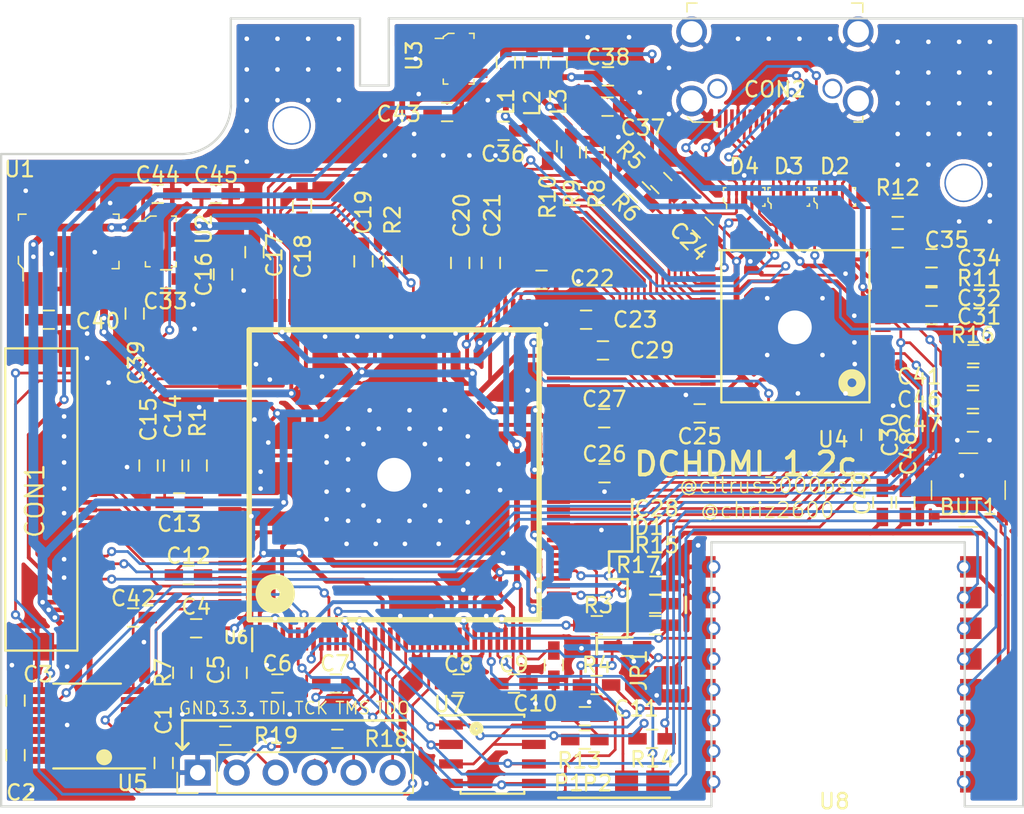
<source format=kicad_pcb>
(kicad_pcb (version 4) (host pcbnew 4.0.7)
  (layers (0 F.Cu signal) (31 B.Cu signal) (34 B.Paste user) (35 F.Paste user) (36 B.SilkS user) (37 F.SilkS user) (38 B.Mask user) (39 F.Mask user) (44 Edge.Cuts user))
  (net 0 "")
  (net 1 GND)
  (net 2 "Net-(BUT1-Pad3)")
  (net 3 +3V3)
  (net 4 +2.5)
  (net 5 +1.2)
  (net 6 "Net-(C24-Pad1)")
  (net 7 "Net-(C32-Pad1)")
  (net 8 "Net-(C33-Pad2)")
  (net 9 "Net-(C34-Pad1)")
  (net 10 "Net-(CON2-Pad9)")
  (net 11 "Net-(CON2-Pad8)")
  (net 12 "Net-(CON2-Pad6)")
  (net 13 "Net-(CON2-Pad5)")
  (net 14 "Net-(CON2-Pad3)")
  (net 15 "Net-(CON2-Pad2)")
  (net 16 "Net-(CON2-Pad11)")
  (net 17 "Net-(CON2-Pad12)")
  (net 18 /SCL)
  (net 19 /SDA)
  (net 20 "Net-(CON2-Pad17)")
  (net 21 "Net-(CON2-Pad19)")
  (net 22 /TDI)
  (net 23 /TCK)
  (net 24 /TMS)
  (net 25 /TDO)
  (net 26 "Net-(D1-Pad1)")
  (net 27 /nConf)
  (net 28 +1.8)
  (net 29 "Net-(R1-Pad1)")
  (net 30 "Net-(R2-Pad2)")
  (net 31 "Net-(R3-Pad1)")
  (net 32 /INT)
  (net 33 "Net-(R11-Pad1)")
  (net 34 /CS)
  (net 35 "Net-(R14-Pad1)")
  (net 36 "Net-(U3-Pad4)")
  (net 37 "Net-(U4-Pad2)")
  (net 38 "Net-(U4-Pad3)")
  (net 39 "Net-(U4-Pad4)")
  (net 40 /ADAT)
  (net 41 "Net-(U4-Pad6)")
  (net 42 "Net-(U4-Pad7)")
  (net 43 "Net-(U4-Pad8)")
  (net 44 /ABCK)
  (net 45 /ALRK)
  (net 46 "Net-(U4-Pad37)")
  (net 47 "Net-(U4-Pad38)")
  (net 48 "Net-(U4-Pad39)")
  (net 49 "Net-(U4-Pad40)")
  (net 50 "Net-(U4-Pad41)")
  (net 51 "Net-(U4-Pad42)")
  (net 52 "Net-(U4-Pad43)")
  (net 53 "Net-(U4-Pad44)")
  (net 54 "Net-(U4-Pad45)")
  (net 55 "Net-(U4-Pad46)")
  (net 56 "Net-(U4-Pad47)")
  (net 57 "Net-(U4-Pad48)")
  (net 58 "Net-(U4-Pad49)")
  (net 59 "Net-(U4-Pad50)")
  (net 60 "Net-(U4-Pad52)")
  (net 61 /ADVCLK)
  (net 62 "Net-(U4-Pad54)")
  (net 63 "Net-(U4-Pad55)")
  (net 64 "Net-(U4-Pad56)")
  (net 65 "Net-(U4-Pad57)")
  (net 66 "Net-(U4-Pad58)")
  (net 67 "Net-(U4-Pad59)")
  (net 68 "Net-(U4-Pad60)")
  (net 69 "Net-(U4-Pad61)")
  (net 70 "Net-(U4-Pad62)")
  (net 71 "Net-(U4-Pad63)")
  (net 72 "Net-(U4-Pad64)")
  (net 73 /X1)
  (net 74 "Net-(U5-Pad16)")
  (net 75 /S0)
  (net 76 /S3)
  (net 77 /S2)
  (net 78 /CLK)
  (net 79 /S1)
  (net 80 "Net-(U5-Pad15)")
  (net 81 /MOSI)
  (net 82 /DCLK)
  (net 83 /MISO)
  (net 84 /VCLK)
  (net 85 "Net-(U6-Pad24)")
  (net 86 "Net-(U6-Pad52)")
  (net 87 "Net-(U6-Pad53)")
  (net 88 "Net-(U6-Pad54)")
  (net 89 "Net-(U6-Pad55)")
  (net 90 "Net-(U6-Pad89)")
  (net 91 "Net-(U6-Pad90)")
  (net 92 "Net-(U6-Pad91)")
  (net 93 "Net-(CON1-Pad3)")
  (net 94 "Net-(CON1-Pad4)")
  (net 95 "Net-(CON1-Pad6)")
  (net 96 "Net-(CON1-Pad7)")
  (net 97 "Net-(CON1-Pad9)")
  (net 98 "Net-(CON1-Pad10)")
  (net 99 "Net-(CON1-Pad12)")
  (net 100 "Net-(CON1-Pad13)")
  (net 101 "Net-(U6-Pad126)")
  (net 102 "Net-(U6-Pad127)")
  (net 103 "Net-(U6-Pad128)")
  (net 104 "Net-(U6-Pad129)")
  (net 105 "Net-(CON1-Pad15)")
  (net 106 "Net-(CON1-Pad16)")
  (net 107 "Net-(CON1-Pad18)")
  (net 108 "Net-(CON1-Pad19)")
  (net 109 "Net-(CON1-Pad21)")
  (net 110 "Net-(CON1-Pad22)")
  (net 111 "Net-(CON1-Pad28)")
  (net 112 "Net-(U8-Pad2)")
  (net 113 "Net-(U8-Pad13)")
  (net 114 "Net-(U6-Pad25)")
  (net 115 /SCL_H)
  (net 116 /SDA_H)
  (net 117 "Net-(R16-Pad2)")
  (net 118 /+5)
  (net 119 /PAD1)
  (net 120 /PAD2)
  (net 121 /ESP_SCL)
  (net 122 /ESP_SDA)
  (net 123 "Net-(U8-Pad16)")
  (net 124 "Net-(U8-Pad15)")
  (net 125 "Net-(R7-Pad2)")
  (module pads:.6Cast (layer F.Cu) (at 184.7 123.4)
    (fp_text reference "" hide)
    (fp_text value "")
    (pad 1 thru_hole circle (at 0 0) (size 0.9 0.9) (drill 0.6) (layers *.Cu) (net 2 "Net-(BUT1-Pad3)"))
  )
  (module pads:.6Cast (layer F.Cu) (at 184.7 121.4)
    (fp_text reference "" hide)
    (fp_text value "")
    (pad 1 thru_hole circle (at 0 0) (size 0.9 0.9) (drill 0.6) (layers *.Cu) (net 112 "Net-(U8-Pad2)"))
  )
  (module pads:.6Cast (layer F.Cu) (at 184.7 119.4)
    (fp_text reference "" hide)
    (fp_text value "")
    (pad 1 thru_hole circle (at 0 0) (size 0.9 0.9) (drill 0.6) (layers *.Cu) (net 3 +3V3))
  )
  (module pads:.6Cast (layer F.Cu) (at 184.7 117.4)
    (fp_text reference "" hide)
    (fp_text value "")
    (pad 1 thru_hole circle (at 0 0) (size 0.9 0.9) (drill 0.6) (layers *.Cu) (net 35 "Net-(R14-Pad1)"))
  )
  (module pads:.6Cast (layer F.Cu) (at 184.7 115.4)
    (fp_text reference "" hide)
    (fp_text value "")
    (pad 1 thru_hole circle (at 0 0) (size 0.9 0.9) (drill 0.6) (layers *.Cu) (net 82 /DCLK))
  )
  (module pads:.6Cast (layer F.Cu) (at 184.7 113.4)
    (fp_text reference "" hide)
    (fp_text value "")
    (pad 1 thru_hole circle (at 0 0) (size 0.9 0.9) (drill 0.6) (layers *.Cu) (net 83 /MISO))
  )
  (module pads:.6Cast (layer F.Cu) (at 184.7 111.4)
    (fp_text reference "" hide)
    (fp_text value "")
    (pad 1 thru_hole circle (at 0 0) (size 0.9 0.9) (drill 0.6) (layers *.Cu) (net 81 /MOSI))
  )
  (module pads:.6Cast (layer F.Cu) (at 184.7 109.4)
    (fp_text reference "" hide)
    (fp_text value "")
    (pad 1 thru_hole circle (at 0 0) (size 0.9 0.9) (drill 0.6) (layers *.Cu) (net 3 +3V3))
  )
  (module pads:.6Cast (layer F.Cu) (at 168.4 123.4)
    (fp_text reference "" hide)
    (fp_text value "")
    (pad 1 thru_hole circle (at 0 0) (size 0.9 0.9) (drill 0.6) (layers *.Cu) (net 123 "Net-(U8-Pad16)"))
  )
  (module pads:.6Cast (layer F.Cu) (at 168.4 121.4)
    (fp_text reference "" hide)
    (fp_text value "")
    (pad 1 thru_hole circle (at 0 0) (size 0.9 0.9) (drill 0.6) (layers *.Cu) (net 124 "Net-(U8-Pad15)"))
  )
  (module pads:.6Cast (layer F.Cu) (at 168.4 119.4)
    (fp_text reference "" hide)
    (fp_text value "")
    (pad 1 thru_hole circle (at 0 0) (size 0.9 0.9) (drill 0.6) (layers *.Cu) (net 27 /nConf))
  )
  (module pads:.6Cast (layer F.Cu) (at 168.4 117.4)
    (fp_text reference "" hide)
    (fp_text value "")
    (pad 1 thru_hole circle (at 0 0) (size 0.9 0.9) (drill 0.6) (layers *.Cu) (net 113 "Net-(U8-Pad13)"))
  )
  (module pads:.6Cast (layer F.Cu) (at 168.4 115.4)
    (fp_text reference "" hide)
    (fp_text value "")
    (pad 1 thru_hole circle (at 0 0) (size 0.9 0.9) (drill 0.6) (layers *.Cu) (net 121 /ESP_SCL))
  )
  (module pads:.6Cast (layer F.Cu) (at 168.4 113.4)
    (fp_text reference "" hide)
    (fp_text value "")
    (pad 1 thru_hole circle (at 0 0) (size 0.9 0.9) (drill 0.6) (layers *.Cu) (net 122 /ESP_SDA))
  )
  (module pads:.6Cast (layer F.Cu) (at 168.4 111.4)
    (fp_text reference "" hide)
    (fp_text value "")
    (pad 1 thru_hole circle (at 0 0) (size 0.9 0.9) (drill 0.6) (layers *.Cu) (net 1 GND))
  )
  (module pads:via-3mm (layer F.Cu) (at 186.38 101.15)
    (fp_text reference "" (at 0 0.5) (layer F.SilkS))
    (fp_text value "")
    (pad 1 thru_hole circle (at 0 0) (size 0.6 0.6) (drill 0.3) (layers *.Cu) (net 1 GND))
  )
  (module pads:via-3mm (layer F.Cu) (at 184.28 101.15)
    (fp_text reference "" (at 0 0.5) (layer F.SilkS))
    (fp_text value "")
    (pad 1 thru_hole circle (at 0 0) (size 0.6 0.6) (drill 0.3) (layers *.Cu) (net 1 GND))
  )
  (module pads:via-3mm (layer F.Cu) (at 184.58 103.45)
    (fp_text reference "" (at 0 0.5) (layer F.SilkS))
    (fp_text value "")
    (pad 1 thru_hole circle (at 0 0) (size 0.6 0.6) (drill 0.3) (layers *.Cu) (net 1 GND))
  )
  (module pads:via-3mm (layer F.Cu) (at 164.8 109.8)
    (fp_text reference "" (at 0 0.5) (layer F.SilkS))
    (fp_text value "")
    (pad 1 thru_hole circle (at 0 0) (size 0.6 0.6) (drill 0.3) (layers *.Cu) (net 1 GND))
  )
  (module pads:via-3mm (layer F.Cu) (at 177.6 96.19)
    (fp_text reference "" (at 0 0.5) (layer F.SilkS))
    (fp_text value "")
    (pad 1 thru_hole circle (at 0 0) (size 0.6 0.6) (drill 0.3) (layers *.Cu) (net 1 GND))
  )
  (module pads:via-3mm (layer F.Cu) (at 177.58 94.78)
    (fp_text reference "" (at 0 0.5) (layer F.SilkS))
    (fp_text value "")
    (pad 1 thru_hole circle (at 0 0) (size 0.6 0.6) (drill 0.3) (layers *.Cu) (net 1 GND))
  )
  (module pads:via-3mm (layer F.Cu) (at 177.57 93.04)
    (fp_text reference "" (at 0 0.5) (layer F.SilkS))
    (fp_text value "")
    (pad 1 thru_hole circle (at 0 0) (size 0.6 0.6) (drill 0.3) (layers *.Cu) (net 1 GND))
  )
  (module pads:2.3_hole_mount (layer F.Cu) (at 184.69 84.39)
    (fp_text reference "" (at 0 0.5) (layer F.SilkS))
    (fp_text value "")
    (pad "" thru_hole circle (at 0 0) (size 2.5 2.5) (drill 2.3) (layers *.Cu *.Mask))
  )
  (module pads:via-3mm (layer F.Cu) (at 138 83)
    (fp_text reference "" (at 0 0.5) (layer F.SilkS))
    (fp_text value "")
    (pad 1 thru_hole circle (at 0 0) (size 0.6 0.6) (drill 0.3) (layers *.Cu) (net 1 GND))
  )
  (module pads:via-3mm (layer F.Cu) (at 138 81)
    (fp_text reference "" (at 0 0.5) (layer F.SilkS))
    (fp_text value "")
    (pad 1 thru_hole circle (at 0 0) (size 0.6 0.6) (drill 0.3) (layers *.Cu) (net 1 GND))
  )
  (module pads:via-3mm (layer F.Cu) (at 138 79)
    (fp_text reference "" (at 0 0.5) (layer F.SilkS))
    (fp_text value "")
    (pad 1 thru_hole circle (at 0 0) (size 0.6 0.6) (drill 0.3) (layers *.Cu) (net 1 GND))
  )
  (module pads:via-3mm (layer F.Cu) (at 140 79)
    (fp_text reference "" (at 0 0.5) (layer F.SilkS))
    (fp_text value "")
    (pad 1 thru_hole circle (at 0 0) (size 0.6 0.6) (drill 0.3) (layers *.Cu) (net 1 GND))
  )
  (module pads:via-3mm (layer F.Cu) (at 142 79)
    (fp_text reference "" (at 0 0.5) (layer F.SilkS))
    (fp_text value "")
    (pad 1 thru_hole circle (at 0 0) (size 0.6 0.6) (drill 0.3) (layers *.Cu) (net 1 GND))
  )
  (module pads:via-3mm (layer F.Cu) (at 144 79)
    (fp_text reference "" (at 0 0.5) (layer F.SilkS))
    (fp_text value "")
    (pad 1 thru_hole circle (at 0 0) (size 0.6 0.6) (drill 0.3) (layers *.Cu) (net 1 GND))
  )
  (module pads:via-3mm (layer F.Cu) (at 144 77)
    (fp_text reference "" (at 0 0.5) (layer F.SilkS))
    (fp_text value "")
    (pad 1 thru_hole circle (at 0 0) (size 0.6 0.6) (drill 0.3) (layers *.Cu) (net 1 GND))
  )
  (module pads:via-3mm (layer F.Cu) (at 142 77)
    (fp_text reference "" (at 0 0.5) (layer F.SilkS))
    (fp_text value "")
    (pad 1 thru_hole circle (at 0 0) (size 0.6 0.6) (drill 0.3) (layers *.Cu) (net 1 GND))
  )
  (module pads:via-3mm (layer F.Cu) (at 140 77)
    (fp_text reference "" (at 0 0.5) (layer F.SilkS))
    (fp_text value "")
    (pad 1 thru_hole circle (at 0 0) (size 0.6 0.6) (drill 0.3) (layers *.Cu) (net 1 GND))
  )
  (module pads:via-3mm (layer F.Cu) (at 138 77)
    (fp_text reference "" (at 0 0.5) (layer F.SilkS))
    (fp_text value "")
    (pad 1 thru_hole circle (at 0 0) (size 0.6 0.6) (drill 0.3) (layers *.Cu) (net 1 GND))
  )
  (module pads:via-3mm (layer F.Cu) (at 144 75)
    (fp_text reference "" (at 0 0.5) (layer F.SilkS))
    (fp_text value "")
    (pad 1 thru_hole circle (at 0 0) (size 0.6 0.6) (drill 0.3) (layers *.Cu) (net 1 GND))
  )
  (module pads:via-3mm (layer F.Cu) (at 142 75)
    (fp_text reference "" (at 0 0.5) (layer F.SilkS))
    (fp_text value "")
    (pad 1 thru_hole circle (at 0 0) (size 0.6 0.6) (drill 0.3) (layers *.Cu) (net 1 GND))
  )
  (module pads:via-3mm (layer F.Cu) (at 140 75)
    (fp_text reference "" (at 0 0.5) (layer F.SilkS))
    (fp_text value "")
    (pad 1 thru_hole circle (at 0 0) (size 0.6 0.6) (drill 0.3) (layers *.Cu) (net 1 GND))
  )
  (module pads:via-3mm (layer F.Cu) (at 138 75)
    (fp_text reference "" (at 0 0.5) (layer F.SilkS))
    (fp_text value "")
    (pad 1 thru_hole circle (at 0 0) (size 0.6 0.6) (drill 0.3) (layers *.Cu) (net 1 GND))
  )
  (module pads:via-3mm (layer F.Cu) (at 170 75)
    (fp_text reference "" (at 0 0.5) (layer F.SilkS))
    (fp_text value "")
    (pad 1 thru_hole circle (at 0 0) (size 0.6 0.6) (drill 0.3) (layers *.Cu) (net 1 GND))
  )
  (module pads:via-3mm (layer F.Cu) (at 172 75)
    (fp_text reference "" (at 0 0.5) (layer F.SilkS))
    (fp_text value "")
    (pad 1 thru_hole circle (at 0 0) (size 0.6 0.6) (drill 0.3) (layers *.Cu) (net 1 GND))
  )
  (module pads:via-3mm (layer F.Cu) (at 176 75)
    (fp_text reference "" (at 0 0.5) (layer F.SilkS))
    (fp_text value "")
    (pad 1 thru_hole circle (at 0 0) (size 0.6 0.6) (drill 0.3) (layers *.Cu) (net 1 GND))
  )
  (module pads:via-3mm (layer F.Cu) (at 174 75)
    (fp_text reference "" (at 0 0.5) (layer F.SilkS))
    (fp_text value "")
    (pad 1 thru_hole circle (at 0 0) (size 0.6 0.6) (drill 0.3) (layers *.Cu) (net 1 GND))
  )
  (module pads:via-3mm (layer F.Cu) (at 171.9 91.9)
    (fp_text reference "" (at 0 0.5) (layer F.SilkS))
    (fp_text value "")
    (pad 1 thru_hole circle (at 0 0) (size 0.6 0.6) (drill 0.3) (layers *.Cu *.Mask) (net 1 GND))
  )
  (module pads:via-3mm (layer F.Cu) (at 171.9 95.6)
    (fp_text reference "" (at 0 0.5) (layer F.SilkS))
    (fp_text value "")
    (pad 1 thru_hole circle (at 0 0) (size 0.6 0.6) (drill 0.3) (layers *.Cu *.Mask) (net 1 GND))
  )
  (module pads:via-3mm (layer F.Cu) (at 175.5 95.6)
    (fp_text reference "" (at 0 0.5) (layer F.SilkS))
    (fp_text value "")
    (pad 1 thru_hole circle (at 0 0) (size 0.6 0.6) (drill 0.3) (layers *.Cu *.Mask) (net 1 GND))
  )
  (module pads:via-3mm (layer F.Cu) (at 175.5 91.9)
    (fp_text reference "" (at 0 0.5) (layer F.SilkS))
    (fp_text value "")
    (pad 1 thru_hole circle (at 0 0) (size 0.6 0.6) (drill 0.3) (layers *.Cu *.Mask) (net 1 GND))
  )
  (module pads:Via_Large (layer F.Cu) (at 173.7 93.8)
    (fp_text reference "" (at 0 0.5) (layer F.SilkS))
    (fp_text value "")
    (pad 1 thru_hole circle (at 0 0) (size 3 3) (drill 2.2) (layers *.Cu *.Mask) (net 1 GND))
  )
  (module pads:via-3mm (layer F.Cu) (at 163.6 78.5)
    (fp_text reference "" (at 0 0.5) (layer F.SilkS))
    (fp_text value "")
    (pad 1 thru_hole circle (at 0 0) (size 0.6 0.6) (drill 0.3) (layers *.Cu) (net 1 GND))
  )
  (module pads:via-3mm (layer F.Cu) (at 162.2 81.4)
    (fp_text reference "" (at 0 0.5) (layer F.SilkS))
    (fp_text value "")
    (pad 1 thru_hole circle (at 0 0) (size 0.6 0.6) (drill 0.3) (layers *.Cu) (net 1 GND))
  )
  (module pads:via-3mm (layer F.Cu) (at 165.5 79.9)
    (fp_text reference "" (at 0 0.5) (layer F.SilkS))
    (fp_text value "")
    (pad 1 thru_hole circle (at 0 0) (size 0.6 0.6) (drill 0.3) (layers *.Cu) (net 1 GND))
  )
  (module pads:via-3mm (layer F.Cu) (at 165.5 76.9)
    (fp_text reference "" (at 0 0.5) (layer F.SilkS))
    (fp_text value "")
    (pad 1 thru_hole circle (at 0 0) (size 0.6 0.6) (drill 0.3) (layers *.Cu) (net 1 GND))
  )
  (module pads:via-3mm (layer F.Cu) (at 162.9 74.9)
    (fp_text reference "" (at 0 0.5) (layer F.SilkS))
    (fp_text value "")
    (pad 1 thru_hole circle (at 0 0) (size 0.6 0.6) (drill 0.3) (layers *.Cu) (net 1 GND))
  )
  (module pads:via-3mm (layer F.Cu) (at 160.2 74.9)
    (fp_text reference "" (at 0 0.5) (layer F.SilkS))
    (fp_text value "")
    (pad 1 thru_hole circle (at 0 0) (size 0.6 0.6) (drill 0.3) (layers *.Cu) (net 1 GND))
  )
  (module pads:via-3mm (layer F.Cu) (at 149.7 123.5)
    (fp_text reference "" (at 0 0.5) (layer F.SilkS))
    (fp_text value "")
    (pad 1 thru_hole circle (at 0 0) (size 0.6 0.6) (drill 0.3) (layers *.Cu) (net 1 GND))
  )
  (module pads:via-3mm (layer F.Cu) (at 177 90.3)
    (fp_text reference "" (at 0 0.5) (layer F.SilkS))
    (fp_text value "")
    (pad 1 thru_hole circle (at 0 0) (size 0.6 0.6) (drill 0.3) (layers *.Cu) (net 1 GND))
  )
  (module pads:via-3mm (layer F.Cu) (at 173.9 98.1)
    (fp_text reference "" (at 0 0.5) (layer F.SilkS))
    (fp_text value "")
    (pad 1 thru_hole circle (at 0 0) (size 0.6 0.6) (drill 0.3) (layers *.Cu) (net 1 GND))
  )
  (module pads:via-3mm (layer F.Cu) (at 177 98.1)
    (fp_text reference "" (at 0 0.5) (layer F.SilkS))
    (fp_text value "")
    (pad 1 thru_hole circle (at 0 0) (size 0.6 0.6) (drill 0.3) (layers *.Cu) (net 1 GND))
  )
  (module pads:via-3mm (layer F.Cu) (at 153.2 94.8)
    (fp_text reference "" (at 0 0.5) (layer F.SilkS))
    (fp_text value "")
    (pad 1 thru_hole circle (at 0 0) (size 0.6 0.6) (drill 0.3) (layers *.Cu) (net 1 GND))
  )
  (module pads:via-3mm (layer F.Cu) (at 156.8 118.3)
    (fp_text reference "" (at 0 0.5 90) (layer F.SilkS))
    (fp_text value "")
    (pad 1 thru_hole circle (at 0 0) (size 0.6 0.6) (drill 0.3) (layers *.Cu) (net 1 GND))
  )
  (module pads:via-3mm (layer F.Cu) (at 160.3 118.2)
    (fp_text reference "" (at 0 0.5) (layer F.SilkS))
    (fp_text value "")
    (pad 1 thru_hole circle (at 0 0) (size 0.6 0.6) (drill 0.3) (layers *.Cu) (net 1 GND))
  )
  (module pads:via-3mm (layer F.Cu) (at 149.2 78.6)
    (fp_text reference "" (at 0 0.5) (layer F.SilkS))
    (fp_text value "")
    (pad 1 thru_hole circle (at 0 0) (size 0.6 0.6) (drill 0.3) (layers *.Cu) (net 1 GND))
  )
  (module pads:via-3mm (layer F.Cu) (at 149 76.3)
    (fp_text reference "" (at 0 0.5) (layer F.SilkS))
    (fp_text value "")
    (pad 1 thru_hole circle (at 0 0) (size 0.6 0.6) (drill 0.3) (layers *.Cu) (net 1 GND))
  )
  (module pads:via-3mm (layer F.Cu) (at 161.3 104.5)
    (fp_text reference "" (at 0 0.5) (layer F.SilkS))
    (fp_text value "")
    (pad 1 thru_hole circle (at 0 0) (size 0.6 0.6) (drill 0.3) (layers *.Cu) (net 1 GND))
  )
  (module pads:via-3mm (layer F.Cu) (at 161.1 107)
    (fp_text reference "" (at 0 0.5) (layer F.SilkS))
    (fp_text value "")
    (pad 1 thru_hole circle (at 0 0) (size 0.6 0.6) (drill 0.3) (layers *.Cu) (net 1 GND))
  )
  (module pads:via-3mm (layer F.Cu) (at 154.7 108.5)
    (fp_text reference "" (at 0 0.5) (layer F.SilkS))
    (fp_text value "")
    (pad 1 thru_hole circle (at 0 0) (size 0.6 0.6) (drill 0.3) (layers *.Cu) (net 1 GND))
  )
  (module pads:via-3mm (layer F.Cu) (at 138.3 106.1)
    (fp_text reference "" (at 0 0.5) (layer F.SilkS))
    (fp_text value "")
    (pad 1 thru_hole circle (at 0 0) (size 0.6 0.6) (drill 0.3) (layers *.Cu) (net 1 GND))
  )
  (module pads:via-3mm (layer F.Cu) (at 126.6 115.9)
    (fp_text reference "" (at 0 0.5) (layer F.SilkS))
    (fp_text value "")
    (pad 1 thru_hole circle (at -0.3 0) (size 0.6 0.6) (drill 0.3) (layers *.Cu) (net 1 GND))
  )
  (module pads:via-3mm (layer F.Cu) (at 122.7 115.8)
    (fp_text reference "" (at 0 0.5) (layer F.SilkS))
    (fp_text value "")
    (pad 1 thru_hole circle (at 0 0) (size 0.6 0.6) (drill 0.3) (layers *.Cu) (net 1 GND))
  )
  (module pads:via-3mm (layer F.Cu) (at 124 123.9)
    (fp_text reference "" (at 0 0.5) (layer F.SilkS))
    (fp_text value "")
    (pad 1 thru_hole circle (at 0 0) (size 0.6 0.6) (drill 0.3) (layers *.Cu) (net 1 GND))
  )
  (module pads:via-3mm (layer F.Cu) (at 139.3 115.8)
    (fp_text reference "" (at 0 0.5) (layer F.SilkS))
    (fp_text value "")
    (pad 1 thru_hole circle (at 0 0) (size 0.6 0.6) (drill 0.3) (layers *.Cu) (net 1 GND))
  )
  (module pads:via-3mm (layer F.Cu) (at 170.4 83.9)
    (fp_text reference "" (at 0 0.5) (layer F.SilkS))
    (fp_text value "")
    (pad 1 thru_hole circle (at 0 0) (size 0.6 0.6) (drill 0.3) (layers *.Cu) (net 1 GND))
  )
  (module pads:via-3mm (layer F.Cu) (at 173.3 83.6)
    (fp_text reference "" (at 0 0.5) (layer F.SilkS))
    (fp_text value "")
    (pad 1 thru_hole circle (at 0 0) (size 0.6 0.6) (drill 0.3) (layers *.Cu) (net 1 GND))
  )
  (module pads:via-3mm (layer F.Cu) (at 176.3 83.8)
    (fp_text reference "" (at 0 0.5) (layer F.SilkS))
    (fp_text value "")
    (pad 1 thru_hole circle (at 0 0) (size 0.6 0.6) (drill 0.3) (layers *.Cu) (net 1 GND))
  )
  (module pads:via-3mm (layer F.Cu) (at 167.4 108)
    (fp_text reference "" (at 0 0.5) (layer F.SilkS))
    (fp_text value "")
    (pad 1 thru_hole circle (at 0 0) (size 0.6 0.6) (drill 0.3) (layers *.Cu) (net 1 GND))
  )
  (module pads:via-3mm (layer F.Cu) (at 166.6 98.2)
    (fp_text reference "" (at 0 0.5) (layer F.SilkS))
    (fp_text value "")
    (pad 1 thru_hole circle (at 0 0) (size 0.6 0.6) (drill 0.3) (layers *.Cu) (net 1 GND))
  )
  (module pads:via-3mm (layer F.Cu) (at 170.8 89.5)
    (fp_text reference "" (at 0 0.5) (layer F.SilkS))
    (fp_text value "")
    (pad 1 thru_hole circle (at 0 0) (size 0.6 0.6) (drill 0.3) (layers *.Cu) (net 1 GND))
  )
  (module pads:via-3mm (layer F.Cu) (at 180.1 98.9)
    (fp_text reference "" (at 0 0.5) (layer F.SilkS))
    (fp_text value "")
    (pad 1 thru_hole circle (at 0 0) (size 0.6 0.6) (drill 0.3) (layers *.Cu) (net 1 GND))
  )
  (module pads:via-3mm (layer F.Cu) (at 131.3 114.3)
    (fp_text reference "" (at 0 0.5) (layer F.SilkS))
    (fp_text value "")
    (pad 1 thru_hole circle (at 0 0) (size 0.6 0.6) (drill 0.3) (layers *.Cu) (net 1 GND))
  )
  (module pads:via-3mm (layer F.Cu) (at 126.3 119.7)
    (fp_text reference "" (at 0 0.5) (layer F.SilkS))
    (fp_text value "")
    (pad 1 thru_hole circle (at 0 0) (size 0.6 0.6) (drill 0.3) (layers *.Cu) (net 1 GND))
  )
  (module pads:via-3mm (layer F.Cu) (at 145.2 94.4)
    (fp_text reference "" (at 0 0.5) (layer F.SilkS))
    (fp_text value "")
    (pad 1 thru_hole circle (at 0 0) (size 0.6 0.6) (drill 0.3) (layers *.Cu) (net 1 GND))
  )
  (module pads:via-3mm (layer F.Cu) (at 151.6 94.2)
    (fp_text reference "" (at 0 0.5) (layer F.SilkS))
    (fp_text value "")
    (pad 1 thru_hole circle (at 0 0) (size 0.6 0.6) (drill 0.3) (layers *.Cu) (net 1 GND))
  )
  (module pads:via-3mm (layer F.Cu) (at 129.1 85.7)
    (fp_text reference "" (at 0 0.5) (layer F.SilkS))
    (fp_text value "")
    (pad 1 thru_hole circle (at 0 0) (size 0.6 0.6) (drill 0.3) (layers *.Cu) (net 1 GND))
  )
  (module pads:via-3mm (layer F.Cu) (at 123.6 84.9)
    (fp_text reference "" (at 0 0.5) (layer F.SilkS))
    (fp_text value "")
    (pad 1 thru_hole circle (at 0 0) (size 0.6 0.6) (drill 0.3) (layers *.Cu) (net 1 GND))
  )
  (module pads:via-3mm (layer F.Cu) (at 125.3 89)
    (fp_text reference "" (at 0 0.5) (layer F.SilkS))
    (fp_text value "")
    (pad 1 thru_hole circle (at 0 0) (size 0.6 0.6) (drill 0.3) (layers *.Cu) (net 1 GND))
  )
  (module pads:via-3mm (layer F.Cu) (at 128.1 88.9)
    (fp_text reference "" (at 0 0.5) (layer F.SilkS))
    (fp_text value "")
    (pad 1 thru_hole circle (at 0 0) (size 0.6 0.6) (drill 0.3) (layers *.Cu) (net 1 GND))
  )
  (module pads:via-3mm (layer F.Cu) (at 127.6 94.2)
    (fp_text reference "" (at 0 0.5) (layer F.SilkS))
    (fp_text value "")
    (pad 1 thru_hole circle (at 0 0) (size 0.6 0.6) (drill 0.3) (layers *.Cu) (net 1 GND))
  )
  (module pads:via-3mm (layer F.Cu) (at 127.6 95.8)
    (fp_text reference "" (at 0 0.5) (layer F.SilkS))
    (fp_text value "")
    (pad 1 thru_hole circle (at 0 0) (size 0.6 0.6) (drill 0.3) (layers *.Cu) (net 1 GND))
  )
  (module pads:via-3mm (layer F.Cu) (at 137.8 91.4)
    (fp_text reference "" (at 0 0.5) (layer F.SilkS))
    (fp_text value "")
    (pad 1 thru_hole circle (at 0 0) (size 0.6 0.6) (drill 0.3) (layers *.Cu) (net 1 GND))
  )
  (module pads:via-3mm (layer F.Cu) (at 134.6 93.9)
    (fp_text reference "" (at 0 0.5) (layer F.SilkS))
    (fp_text value "")
    (pad 1 thru_hole circle (at 0 0) (size 0.6 0.6) (drill 0.3) (layers *.Cu) (net 1 GND))
  )
  (module pads:via-3mm (layer F.Cu) (at 134.5 92.3)
    (fp_text reference "" (at 0 0.5) (layer F.SilkS))
    (fp_text value "")
    (pad 1 thru_hole circle (at 0 0) (size 0.6 0.6) (drill 0.3) (layers *.Cu) (net 1 GND))
  )
  (module pads:via-3mm (layer F.Cu) (at 153.7 79)
    (fp_text reference "" (at 0 0.5) (layer F.SilkS))
    (fp_text value "")
    (pad 1 thru_hole circle (at 0 0) (size 0.6 0.6) (drill 0.3) (layers *.Cu) (net 1 GND))
  )
  (module pads:via-3mm (layer F.Cu) (at 148.9 81.2)
    (fp_text reference "" (at 0 0.5) (layer F.SilkS))
    (fp_text value "")
    (pad 1 thru_hole circle (at 0 0) (size 0.6 0.6) (drill 0.3) (layers *.Cu) (net 1 GND))
  )
  (module pads:via-3mm (layer F.Cu) (at 147 82.6)
    (fp_text reference "" (at 0 0.5) (layer F.SilkS))
    (fp_text value "")
    (pad 1 thru_hole circle (at 0 0) (size 0.6 0.6) (drill 0.3) (layers *.Cu) (net 1 GND))
  )
  (module pads:via-3mm (layer F.Cu) (at 148.9 82.6)
    (fp_text reference "" (at 0 0.5) (layer F.SilkS))
    (fp_text value "")
    (pad 1 thru_hole circle (at 0 0) (size 0.6 0.6) (drill 0.3) (layers *.Cu) (net 1 GND))
  )
  (module pads:via-3mm (layer F.Cu) (at 150.8 82.6)
    (fp_text reference "" (at 0 0.5) (layer F.SilkS))
    (fp_text value "")
    (pad 1 thru_hole circle (at 0 0) (size 0.6 0.6) (drill 0.3) (layers *.Cu) (net 1 GND))
  )
  (module pads:via-3mm (layer F.Cu) (at 152.5 82.6)
    (fp_text reference "" (at 0 0.5) (layer F.SilkS))
    (fp_text value "")
    (pad 1 thru_hole circle (at 0 0) (size 0.6 0.6) (drill 0.3) (layers *.Cu) (net 1 GND))
  )
  (module pads:via-3mm (layer F.Cu) (at 154.2 82.6)
    (fp_text reference "" (at 0 0.5) (layer F.SilkS))
    (fp_text value "")
    (pad 1 thru_hole circle (at 0 0) (size 0.6 0.6) (drill 0.3) (layers *.Cu) (net 1 GND))
  )
  (module pads:via-3mm (layer F.Cu) (at 152.3 115.8)
    (fp_text reference "" (at 0 0.5) (layer F.SilkS))
    (fp_text value "")
    (pad 1 thru_hole circle (at 0 0) (size 0.6 0.6) (drill 0.3) (layers *.Cu) (net 1 GND))
  )
  (module pads:via-3mm (layer F.Cu) (at 159.8 114.7)
    (fp_text reference "" (at 0 0.5) (layer F.SilkS))
    (fp_text value "")
    (pad 1 thru_hole circle (at 0 0) (size 0.6 0.6) (drill 0.3) (layers *.Cu) (net 1 GND))
  )
  (module pads:via-3mm (layer F.Cu) (at 164.7 117.77)
    (fp_text reference "" (at 0 0.5) (layer F.SilkS))
    (fp_text value "")
    (pad 1 thru_hole circle (at 0 0) (size 0.6 0.6) (drill 0.3) (layers *.Cu) (net 1 GND))
  )
  (module pads:via-3mm (layer F.Cu) (at 130.2 102.9)
    (fp_text reference "" (at 0 0.5) (layer F.SilkS))
    (fp_text value "")
    (pad 1 thru_hole circle (at 0 0) (size 0.6 0.6) (drill 0.3) (layers *.Cu) (net 1 GND))
  )
  (module pads:via-3mm (layer F.Cu) (at 134.9 99)
    (fp_text reference "" (at 0 0.5) (layer F.SilkS))
    (fp_text value "")
    (pad 1 thru_hole circle (at 0 0) (size 0.6 0.6) (drill 0.3) (layers *.Cu) (net 1 GND))
  )
  (module pads:via-3mm (layer F.Cu) (at 129 97.4)
    (fp_text reference "" (at 0 0.5) (layer F.SilkS))
    (fp_text value "")
    (pad 1 thru_hole circle (at 0 0) (size 0.6 0.6) (drill 0.3) (layers *.Cu) (net 1 GND))
  )
  (module pads:via-3mm (layer F.Cu) (at 126.1 99.6)
    (fp_text reference "" (at 0 0.5) (layer F.SilkS))
    (fp_text value "")
    (pad 1 thru_hole circle (at 0 0) (size 0.6 0.6) (drill 0.3) (layers *.Cu) (net 1 GND))
  )
  (module pads:via-3mm (layer F.Cu) (at 126.1 100.9)
    (fp_text reference "" (at 0 0.5) (layer F.SilkS))
    (fp_text value "")
    (pad 1 thru_hole circle (at 0 0) (size 0.6 0.6) (drill 0.3) (layers *.Cu) (net 1 GND))
  )
  (module pads:via-3mm (layer F.Cu) (at 126.1 102.6)
    (fp_text reference "" (at 0 0.5) (layer F.SilkS))
    (fp_text value "")
    (pad 1 thru_hole circle (at 0 0) (size 0.6 0.6) (drill 0.3) (layers *.Cu) (net 1 GND))
  )
  (module pads:via-3mm (layer F.Cu) (at 126.1 104.3)
    (fp_text reference "" (at 0 0.5) (layer F.SilkS))
    (fp_text value "")
    (pad 1 thru_hole circle (at 0 0) (size 0.6 0.6) (drill 0.3) (layers *.Cu) (net 1 GND))
  )
  (module pads:via-3mm (layer F.Cu) (at 126.1 105.9)
    (fp_text reference "" (at 0 0.5) (layer F.SilkS))
    (fp_text value "")
    (pad 1 thru_hole circle (at 0 0) (size 0.6 0.6) (drill 0.3) (layers *.Cu) (net 1 GND))
  )
  (module pads:via-3mm (layer F.Cu) (at 126.1 108.9)
    (fp_text reference "" (at 0 0.5) (layer F.SilkS))
    (fp_text value "")
    (pad 1 thru_hole circle (at 0 0) (size 0.6 0.6) (drill 0.3) (layers *.Cu) (net 1 GND))
  )
  (module pads:via-3mm (layer F.Cu) (at 126.1 110.1)
    (fp_text reference "" (at 0 0.5) (layer F.SilkS))
    (fp_text value "")
    (pad 1 thru_hole circle (at 0 0) (size 0.6 0.6) (drill 0.3) (layers *.Cu) (net 1 GND))
  )
  (module pads:via-3mm (layer F.Cu) (at 138.3 119)
    (fp_text reference "" (at 0 0.5) (layer F.SilkS))
    (fp_text value "")
    (pad 1 thru_hole circle (at 0 0) (size 0.6 0.6) (drill 0.3) (layers *.Cu) (net 1 GND))
  )
  (module pads:via-3mm (layer F.Cu) (at 140.8 119)
    (fp_text reference "" (at 0 0.5) (layer F.SilkS))
    (fp_text value "")
    (pad 1 thru_hole circle (at 0 0) (size 0.6 0.6) (drill 0.3) (layers *.Cu) (net 1 GND))
  )
  (module pads:via-3mm (layer F.Cu) (at 135.9 119)
    (fp_text reference "" (at 0 0.5) (layer F.SilkS))
    (fp_text value "")
    (pad 1 thru_hole circle (at 0 0) (size 0.6 0.6) (drill 0.3) (layers *.Cu) (net 1 GND))
  )
  (module pads:via-3mm (layer F.Cu) (at 133.8 119)
    (fp_text reference "" (at 0 0.5) (layer F.SilkS))
    (fp_text value "")
    (pad 1 thru_hole circle (at 0 0) (size 0.6 0.6) (drill 0.3) (layers *.Cu) (net 1 GND))
  )
  (module pads:via-3mm (layer F.Cu) (at 152.1 110.9)
    (fp_text reference "" (at 0 0.5) (layer F.SilkS))
    (fp_text value "")
    (pad 1 thru_hole circle (at 0 0) (size 0.6 0.6) (drill 0.3) (layers *.Cu) (net 1 GND))
  )
  (module pads:via-3mm (layer F.Cu) (at 153.6 112.6)
    (fp_text reference "" (at 0 0.5) (layer F.SilkS))
    (fp_text value "")
    (pad 1 thru_hole circle (at 0 0) (size 0.6 0.6) (drill 0.3) (layers *.Cu) (net 1 GND))
  )
  (module pads:via-3mm (layer F.Cu) (at 150 112.6)
    (fp_text reference "" (at 0 0.5) (layer F.SilkS))
    (fp_text value "")
    (pad 1 thru_hole circle (at 0 0) (size 0.6 0.6) (drill 0.3) (layers *.Cu) (net 1 GND))
  )
  (module pads:via-3mm (layer F.Cu) (at 148 112.6)
    (fp_text reference "" (at 0 0.5) (layer F.SilkS))
    (fp_text value "")
    (pad 1 thru_hole circle (at 0 0) (size 0.6 0.6) (drill 0.3) (layers *.Cu) (net 1 GND))
  )
  (module pads:via-3mm (layer F.Cu) (at 159.6 90.8)
    (fp_text reference "" (at 0 0.5) (layer F.SilkS))
    (fp_text value "")
    (pad 1 thru_hole circle (at 0 0) (size 0.6 0.6) (drill 0.3) (layers *.Cu) (net 1 GND))
  )
  (module pads:via-3mm (layer F.Cu) (at 157.5 93.6)
    (fp_text reference "" (at 0 0.5) (layer F.SilkS))
    (fp_text value "")
    (pad 1 thru_hole circle (at 0 0) (size 0.6 0.6) (drill 0.3) (layers *.Cu) (net 1 GND))
  )
  (module pads:via-3mm (layer F.Cu) (at 156.3 97.9)
    (fp_text reference "" (at 0 0.5) (layer F.SilkS))
    (fp_text value "")
    (pad 1 thru_hole circle (at 0 0) (size 0.6 0.6) (drill 0.3) (layers *.Cu) (net 1 GND))
  )
  (module pads:via-3mm (layer F.Cu) (at 154.5 104.4)
    (fp_text reference "" (at 0 0.5) (layer F.SilkS))
    (fp_text value "")
    (pad 1 thru_hole circle (at 0 0) (size 0.6 0.6) (drill 0.3) (layers *.Cu) (net 1 GND))
  )
  (module pads:via-3mm (layer F.Cu) (at 154.4 102.7)
    (fp_text reference "" (at 0 0.5) (layer F.SilkS))
    (fp_text value "")
    (pad 1 thru_hole circle (at 0 0) (size 0.6 0.6) (drill 0.3) (layers *.Cu) (net 1 GND))
  )
  (module pads:via-3mm (layer F.Cu) (at 146 99.2)
    (fp_text reference "" (at 0 0.5) (layer F.SilkS))
    (fp_text value "")
    (pad 1 thru_hole circle (at 0 0) (size 0.6 0.6) (drill 0.3) (layers *.Cu) (net 1 GND))
  )
  (module pads:via-3mm (layer F.Cu) (at 148.6 99.2)
    (fp_text reference "" (at 0 0.5) (layer F.SilkS))
    (fp_text value "")
    (pad 1 thru_hole circle (at 0 0) (size 0.6 0.6) (drill 0.3) (layers *.Cu) (net 1 GND))
  )
  (module pads:via-3mm (layer F.Cu) (at 150.9 99.2)
    (fp_text reference "" (at 0 0.5) (layer F.SilkS))
    (fp_text value "")
    (pad 1 thru_hole circle (at 0 0) (size 0.6 0.6) (drill 0.3) (layers *.Cu) (net 1 GND))
  )
  (module pads:via-3mm (layer F.Cu) (at 152.4 100.9)
    (fp_text reference "" (at 0 0.5) (layer F.SilkS))
    (fp_text value "")
    (pad 1 thru_hole circle (at 0 0) (size 0.6 0.6) (drill 0.3) (layers *.Cu) (net 1 GND))
  )
  (module pads:via-3mm (layer F.Cu) (at 152.4 102.7)
    (fp_text reference "" (at 0 0.5) (layer F.SilkS))
    (fp_text value "")
    (pad 1 thru_hole circle (at 0 0) (size 0.6 0.6) (drill 0.3) (layers *.Cu) (net 1 GND))
  )
  (module pads:via-3mm (layer F.Cu) (at 152.4 104.5)
    (fp_text reference "" (at 0 0.5) (layer F.SilkS))
    (fp_text value "")
    (pad 1 thru_hole circle (at 0 0) (size 0.6 0.6) (drill 0.3) (layers *.Cu) (net 1 GND))
  )
  (module pads:via-3mm (layer F.Cu) (at 152.4 106.5)
    (fp_text reference "" (at 0 0.5) (layer F.SilkS))
    (fp_text value "")
    (pad 1 thru_hole circle (at 0 0) (size 0.6 0.6) (drill 0.3) (layers *.Cu) (net 1 GND))
  )
  (module pads:via-3mm (layer F.Cu) (at 150.5 107.9)
    (fp_text reference "" (at 0 0.5) (layer F.SilkS))
    (fp_text value "")
    (pad 1 thru_hole circle (at 0 0) (size 0.6 0.6) (drill 0.3) (layers *.Cu) (net 1 GND))
  )
  (module pads:via-3mm (layer F.Cu) (at 148.3 107.9)
    (fp_text reference "" (at 0 0.5) (layer F.SilkS))
    (fp_text value "")
    (pad 1 thru_hole circle (at 0 0) (size 0.6 0.6) (drill 0.3) (layers *.Cu) (net 1 GND))
  )
  (module pads:via-3mm (layer F.Cu) (at 146.4 107.9)
    (fp_text reference "" (at 0 0.5) (layer F.SilkS))
    (fp_text value "")
    (pad 1 thru_hole circle (at 0 0) (size 0.6 0.6) (drill 0.3) (layers *.Cu) (net 1 GND))
  )
  (module pads:via-3mm (layer F.Cu) (at 144.5 107.9)
    (fp_text reference "" (at 0 0.5) (layer F.SilkS))
    (fp_text value "")
    (pad 1 thru_hole circle (at 0 0) (size 0.6 0.6) (drill 0.3) (layers *.Cu) (net 1 GND))
  )
  (module pads:via-3mm (layer F.Cu) (at 143.2 106.3)
    (fp_text reference "" (at 0 0.5) (layer F.SilkS))
    (fp_text value "")
    (pad 1 thru_hole circle (at 0 0) (size 0.6 0.6) (drill 0.3) (layers *.Cu) (net 1 GND))
  )
  (module pads:via-3mm (layer F.Cu) (at 143.2 104.5)
    (fp_text reference "" (at 0 0.5) (layer F.SilkS))
    (fp_text value "")
    (pad 1 thru_hole circle (at 0 0) (size 0.6 0.6) (drill 0.3) (layers *.Cu) (net 1 GND))
  )
  (module pads:via-3mm (layer F.Cu) (at 143.2 102.6)
    (fp_text reference "" (at 0 0.5) (layer F.SilkS))
    (fp_text value "")
    (pad 1 thru_hole circle (at 0 0) (size 0.6 0.6) (drill 0.3) (layers *.Cu) (net 1 GND))
  )
  (module pads:via-3mm (layer F.Cu) (at 143.2 100.9)
    (fp_text reference "" (at 0 0.5) (layer F.SilkS))
    (fp_text value "")
    (pad 1 thru_hole circle (at 0 0) (size 0.6 0.6) (drill 0.3) (layers *.Cu) (net 1 GND))
  )
  (module pads:via-3mm (layer F.Cu) (at 138.9 104.3)
    (fp_text reference "" (at 0 0.5) (layer F.SilkS))
    (fp_text value "")
    (pad 1 thru_hole circle (at 0 0) (size 0.6 0.6) (drill 0.3) (layers *.Cu) (net 1 GND))
  )
  (module pads:via-3mm (layer F.Cu) (at 138.9 103.2)
    (fp_text reference "" (at 0 0.5) (layer F.SilkS))
    (fp_text value "")
    (pad 1 thru_hole circle (at 0 0) (size 0.6 0.6) (drill 0.3) (layers *.Cu) (net 1 GND))
  )
  (module pads:via-3mm (layer F.Cu) (at 139.4 101.3)
    (fp_text reference "" (at 0 0.5) (layer F.SilkS))
    (fp_text value "")
    (pad 1 thru_hole circle (at 0 0) (size 0.6 0.6) (drill 0.3) (layers *.Cu) (net 1 GND))
  )
  (module pads:via-3mm (layer F.Cu) (at 138.5 99.8)
    (fp_text reference "" (at 0 0.5) (layer F.SilkS))
    (fp_text value "")
    (pad 1 thru_hole circle (at 0 0) (size 0.6 0.6) (drill 0.3) (layers *.Cu) (net 1 GND))
  )
  (module pads:via-3mm (layer F.Cu) (at 139.5 97.2)
    (fp_text reference "" (at 0 0.5) (layer F.SilkS))
    (fp_text value "")
    (pad 1 thru_hole circle (at 0 0) (size 0.6 0.6) (drill 0.3) (layers *.Cu) (net 1 GND))
  )
  (module pads:via-3mm (layer F.Cu) (at 138.6 96.2)
    (fp_text reference "" (at 0 0.5) (layer F.SilkS))
    (fp_text value "")
    (pad 1 thru_hole circle (at 0 0) (size 0.6 0.6) (drill 0.3) (layers *.Cu) (net 1 GND))
  )
  (module pads:via-3mm (layer F.Cu) (at 142.9 97)
    (fp_text reference "" (at 0 0.5) (layer F.SilkS))
    (fp_text value "")
    (pad 1 thru_hole circle (at 0 0) (size 0.6 0.6) (drill 0.3) (layers *.Cu) (net 1 GND))
  )
  (module pads:via-3mm (layer F.Cu) (at 143.1 94.4)
    (fp_text reference "" (at 0 0.5) (layer F.SilkS))
    (fp_text value "")
    (pad 1 thru_hole circle (at 0 0) (size 0.6 0.6) (drill 0.3) (layers *.Cu) (net 1 GND))
  )
  (module pads:via-3mm (layer F.Cu) (at 149.5 94.4)
    (fp_text reference "" (at 0 0.5) (layer F.SilkS))
    (fp_text value "")
    (pad 1 thru_hole circle (at 0 0) (size 0.6 0.6) (drill 0.3) (layers *.Cu) (net 1 GND))
  )
  (module pads:via-3mm (layer F.Cu) (at 147.4 94.4)
    (fp_text reference "" (at 0 0.5) (layer F.SilkS))
    (fp_text value "")
    (pad 1 thru_hole circle (at 0 0) (size 0.6 0.6) (drill 0.3) (layers *.Cu) (net 1 GND))
  )
  (module pads:via-3mm (layer F.Cu) (at 186.4 83.2)
    (fp_text reference "" (at 0 0.5) (layer F.SilkS))
    (fp_text value "")
    (pad 1 thru_hole circle (at 0 0) (size 0.6 0.6) (drill 0.3) (layers *.Cu) (net 1 GND))
  )
  (module pads:via-3mm (layer F.Cu) (at 182.4 83.2)
    (fp_text reference "" (at 0 0.5) (layer F.SilkS))
    (fp_text value "")
    (pad 1 thru_hole circle (at 0 0) (size 0.6 0.6) (drill 0.3) (layers *.Cu) (net 1 GND))
  )
  (module pads:via-3mm (layer F.Cu) (at 180.4 83.2)
    (fp_text reference "" (at 0 0.5) (layer F.SilkS))
    (fp_text value "")
    (pad 1 thru_hole circle (at 0 0) (size 0.6 0.6) (drill 0.3) (layers *.Cu) (net 1 GND))
  )
  (module pads:via-3mm (layer F.Cu) (at 186.4 81.2)
    (fp_text reference "" (at 0 0.5) (layer F.SilkS))
    (fp_text value "" hide)
    (pad 1 thru_hole circle (at 0 0) (size 0.6 0.6) (drill 0.3) (layers *.Cu) (net 1 GND))
  )
  (module pads:via-3mm (layer F.Cu) (at 184.4 81.2)
    (fp_text reference "" (at 0 0.5) (layer F.SilkS))
    (fp_text value "")
    (pad 1 thru_hole circle (at 0 0) (size 0.6 0.6) (drill 0.3) (layers *.Cu) (net 1 GND))
  )
  (module pads:via-3mm (layer F.Cu) (at 182.4 81.2)
    (fp_text reference "" (at 0 0.5) (layer F.SilkS))
    (fp_text value "")
    (pad 1 thru_hole circle (at 0 0) (size 0.6 0.6) (drill 0.3) (layers *.Cu) (net 1 GND))
  )
  (module pads:via-3mm (layer F.Cu) (at 180.4 81.2)
    (fp_text reference "" (at 0 0.5) (layer F.SilkS))
    (fp_text value "")
    (pad 1 thru_hole circle (at 0 0) (size 0.6 0.6) (drill 0.3) (layers *.Cu) (net 1 GND))
  )
  (module pads:via-3mm (layer F.Cu) (at 186.4 79.2)
    (fp_text reference "" (at 0 0.5) (layer F.SilkS))
    (fp_text value "" hide)
    (pad 1 thru_hole circle (at 0 0) (size 0.6 0.6) (drill 0.3) (layers *.Cu) (net 1 GND))
  )
  (module pads:via-3mm (layer F.Cu) (at 184.4 79.2)
    (fp_text reference "" (at 0 0.5) (layer F.SilkS))
    (fp_text value "")
    (pad 1 thru_hole circle (at 0 0) (size 0.6 0.6) (drill 0.3) (layers *.Cu) (net 1 GND))
  )
  (module pads:via-3mm (layer F.Cu) (at 182.4 79.2)
    (fp_text reference "" (at 0 0.5) (layer F.SilkS))
    (fp_text value "")
    (pad 1 thru_hole circle (at 0 0) (size 0.6 0.6) (drill 0.3) (layers *.Cu) (net 1 GND))
  )
  (module pads:via-3mm (layer F.Cu) (at 180.4 79.2)
    (fp_text reference "" (at 0 0.5) (layer F.SilkS))
    (fp_text value "")
    (pad 1 thru_hole circle (at 0 0) (size 0.6 0.6) (drill 0.3) (layers *.Cu) (net 1 GND))
  )
  (module pads:via-3mm (layer F.Cu) (at 186.4 77.2)
    (fp_text reference "" (at 0 0.5) (layer F.SilkS))
    (fp_text value "" hide)
    (pad 1 thru_hole circle (at 0 0) (size 0.6 0.6) (drill 0.3) (layers *.Cu) (net 1 GND))
  )
  (module pads:via-3mm (layer F.Cu) (at 184.4 77.2)
    (fp_text reference "" (at 0 0.5) (layer F.SilkS))
    (fp_text value "")
    (pad 1 thru_hole circle (at 0 0) (size 0.6 0.6) (drill 0.3) (layers *.Cu) (net 1 GND))
  )
  (module pads:via-3mm (layer F.Cu) (at 182.4 77.2)
    (fp_text reference "" (at 0 0.5) (layer F.SilkS))
    (fp_text value "")
    (pad 1 thru_hole circle (at 0 0) (size 0.6 0.6) (drill 0.3) (layers *.Cu) (net 1 GND))
  )
  (module pads:via-3mm (layer F.Cu) (at 180.4 77.2)
    (fp_text reference "" (at 0 0.5) (layer F.SilkS))
    (fp_text value "")
    (pad 1 thru_hole circle (at 0 0) (size 0.6 0.6) (drill 0.3) (layers *.Cu) (net 1 GND))
  )
  (module pads:via-3mm (layer F.Cu) (at 186.4 75.2)
    (fp_text reference "" (at 0 0.5) (layer F.SilkS))
    (fp_text value "" hide)
    (pad 1 thru_hole circle (at 0 0) (size 0.6 0.6) (drill 0.3) (layers *.Cu) (net 1 GND))
  )
  (module pads:via-3mm (layer F.Cu) (at 184.4 75.2)
    (fp_text reference "" (at 0 0.5) (layer F.SilkS))
    (fp_text value "")
    (pad 1 thru_hole circle (at 0 0) (size 0.6 0.6) (drill 0.3) (layers *.Cu) (net 1 GND))
  )
  (module pads:via-3mm (layer F.Cu) (at 182.4 75.2)
    (fp_text reference "" (at 0 0.5) (layer F.SilkS))
    (fp_text value "")
    (pad 1 thru_hole circle (at 0 0) (size 0.6 0.6) (drill 0.3) (layers *.Cu) (net 1 GND))
  )
  (module pads:via-3mm (layer F.Cu) (at 186.4 86.9)
    (fp_text reference "" (at 0 0.5) (layer F.SilkS))
    (fp_text value "")
    (pad 1 thru_hole circle (at 0 0) (size 0.6 0.6) (drill 0.3) (layers *.Cu) (net 1 GND))
  )
  (module pads:via-3mm (layer F.Cu) (at 186.4 85.2)
    (fp_text reference "" (at 0 0.5) (layer F.SilkS))
    (fp_text value "")
    (pad 1 thru_hole circle (at 0 0) (size 0.6 0.6) (drill 0.3) (layers *.Cu) (net 1 GND))
  )
  (module pads:via-3mm (layer F.Cu) (at 184.4 86.9)
    (fp_text reference "" (at 0 0.5) (layer F.SilkS))
    (fp_text value "")
    (pad 1 thru_hole circle (at 0 0) (size 0.6 0.6) (drill 0.3) (layers *.Cu) (net 1 GND))
  )
  (module digikey-footprints:Switch_4.5x4.5mm_SMD_TL3315NF160Q (layer F.Cu) (at 185 104.4)
    (fp_text reference BUT1 (at 0 1.1) (layer F.SilkS))
    (fp_text value TL3315NF100Q)
    (pad 1 smd rect (at -2.475 -1.75) (size 0.2 1.1) (layers F.Cu F.Paste F.Mask) (net 1 GND))
    (pad 4 smd rect (at 2.475 1.75) (size 0.2 1.1) (layers F.Cu F.Paste F.Mask) (net 2 "Net-(BUT1-Pad3)"))
    (pad 3 smd rect (at -2.475 1.75) (size 0.2 1.1) (layers F.Cu F.Paste F.Mask) (net 2 "Net-(BUT1-Pad3)"))
    (pad 2 smd rect (at 2.475 -1.75) (size 0.2 1.1) (layers F.Cu F.Paste F.Mask) (net 1 GND))
    (pad 1 smd rect (at -2.125 -1.75) (size 0.5 0.7) (layers F.Cu F.Paste F.Mask) (net 1 GND))
    (pad 2 smd rect (at 2.125 -1.75) (size 0.5 0.7) (layers F.Cu F.Paste F.Mask) (net 1 GND))
    (pad 3 smd rect (at -2.125 1.75) (size 0.5 0.7) (layers F.Cu F.Paste F.Mask) (net 2 "Net-(BUT1-Pad3)"))
    (pad 4 smd rect (at 2.125 1.75) (size 0.5 0.7) (layers F.Cu F.Paste F.Mask) (net 2 "Net-(BUT1-Pad3)"))
  )
  (module Capacitors_SMD:C_0603_HandSoldering (layer F.Cu) (at 132.588 122.174 270)
    (fp_text reference C1 (at -2.794 0 270) (layer F.SilkS))
    (fp_text value .1u)
    (pad 1 smd rect (at -0.95 0 270) (size 1.2 0.75) (layers F.Cu F.Paste F.Mask) (net 3 +3V3))
    (pad 2 smd rect (at 0.95 0 270) (size 1.2 0.75) (layers F.Cu F.Paste F.Mask) (net 1 GND))
  )
  (module Capacitors_SMD:C_0603_HandSoldering (layer F.Cu) (at 122.936 121.666 270)
    (fp_text reference C2 (at 2.434 -0.364 360) (layer F.SilkS))
    (fp_text value .1u)
    (pad 1 smd rect (at -0.95 0 270) (size 1.2 0.75) (layers F.Cu F.Paste F.Mask) (net 3 +3V3))
    (pad 2 smd rect (at 0.95 0 270) (size 1.2 0.75) (layers F.Cu F.Paste F.Mask) (net 1 GND))
  )
  (module Capacitors_SMD:C_0603_HandSoldering (layer F.Cu) (at 122.936 118.11 90)
    (fp_text reference C3 (at 1.71 1.464 180) (layer F.SilkS))
    (fp_text value .1u)
    (pad 1 smd rect (at -0.95 0 90) (size 1.2 0.75) (layers F.Cu F.Paste F.Mask) (net 3 +3V3))
    (pad 2 smd rect (at 0.95 0 90) (size 1.2 0.75) (layers F.Cu F.Paste F.Mask) (net 1 GND))
  )
  (module Capacitors_SMD:C_0603_HandSoldering (layer F.Cu) (at 134.7 113.4 180)
    (fp_text reference C4 (at 0 1.4 180) (layer F.SilkS))
    (fp_text value .1u)
    (pad 1 smd rect (at -0.95 0 180) (size 1.2 0.75) (layers F.Cu F.Paste F.Mask) (net 4 +2.5))
    (pad 2 smd rect (at 0.95 0 180) (size 1.2 0.75) (layers F.Cu F.Paste F.Mask) (net 1 GND))
  )
  (module Capacitors_SMD:C_0603_HandSoldering (layer F.Cu) (at 137.4 116.3 270)
    (fp_text reference C5 (at -0.2 1.4 270) (layer F.SilkS))
    (fp_text value .1u)
    (pad 1 smd rect (at -0.95 0 270) (size 1.2 0.75) (layers F.Cu F.Paste F.Mask) (net 5 +1.2))
    (pad 2 smd rect (at 0.95 0 270) (size 1.2 0.75) (layers F.Cu F.Paste F.Mask) (net 1 GND))
  )
  (module Capacitors_SMD:C_0603_HandSoldering (layer F.Cu) (at 140 117 180)
    (fp_text reference C6 (at 0.01 1.3 180) (layer F.SilkS))
    (fp_text value .1u)
    (pad 1 smd rect (at -0.95 0 180) (size 1.2 0.75) (layers F.Cu F.Paste F.Mask) (net 5 +1.2))
    (pad 2 smd rect (at 0.95 0 180) (size 1.2 0.75) (layers F.Cu F.Paste F.Mask) (net 1 GND))
  )
  (module Capacitors_SMD:C_0603_HandSoldering (layer F.Cu) (at 143.8 117)
    (fp_text reference C7 (at -0.06 -1.31) (layer F.SilkS))
    (fp_text value .1u)
    (pad 1 smd rect (at -0.95 0) (size 1.2 0.75) (layers F.Cu F.Paste F.Mask) (net 3 +3V3))
    (pad 2 smd rect (at 0.95 0) (size 1.2 0.75) (layers F.Cu F.Paste F.Mask) (net 1 GND))
  )
  (module Capacitors_SMD:C_0603_HandSoldering (layer F.Cu) (at 151.8 117)
    (fp_text reference C8 (at 0 -1.25) (layer F.SilkS))
    (fp_text value .1u)
    (pad 1 smd rect (at -0.95 0) (size 1.2 0.75) (layers F.Cu F.Paste F.Mask) (net 3 +3V3))
    (pad 2 smd rect (at 0.95 0) (size 1.2 0.75) (layers F.Cu F.Paste F.Mask) (net 1 GND))
  )
  (module Capacitors_SMD:C_0603_HandSoldering (layer F.Cu) (at 155.4 117)
    (fp_text reference C9 (at 0 -1.25) (layer F.SilkS))
    (fp_text value .1u)
    (pad 1 smd rect (at -0.95 0) (size 1.2 0.75) (layers F.Cu F.Paste F.Mask) (net 5 +1.2))
    (pad 2 smd rect (at 0.95 0) (size 1.2 0.75) (layers F.Cu F.Paste F.Mask) (net 1 GND))
  )
  (module Capacitors_SMD:C_0603_HandSoldering (layer F.Cu) (at 158 115.8 270)
    (fp_text reference C10 (at 2.5 1.2 360) (layer F.SilkS))
    (fp_text value .1u)
    (pad 1 smd rect (at -0.95 0 270) (size 1.2 0.75) (layers F.Cu F.Paste F.Mask) (net 4 +2.5))
    (pad 2 smd rect (at 0.95 0 270) (size 1.2 0.75) (layers F.Cu F.Paste F.Mask) (net 1 GND))
  )
  (module Capacitors_SMD:C_0603_HandSoldering (layer F.Cu) (at 160.02 119.126)
    (fp_text reference C11 (at 3.35 -0.496) (layer F.SilkS))
    (fp_text value .1u)
    (pad 1 smd rect (at -0.95 0) (size 1.2 0.75) (layers F.Cu F.Paste F.Mask) (net 3 +3V3))
    (pad 2 smd rect (at 0.95 0) (size 1.2 0.75) (layers F.Cu F.Paste F.Mask) (net 1 GND))
  )
  (module Capacitors_SMD:C_0603_HandSoldering (layer F.Cu) (at 134.2 109.93)
    (fp_text reference C12 (at 0 -1.25) (layer F.SilkS))
    (fp_text value .1u)
    (pad 1 smd rect (at -0.95 0) (size 1.2 0.75) (layers F.Cu F.Paste F.Mask) (net 5 +1.2))
    (pad 2 smd rect (at 0.95 0) (size 1.2 0.75) (layers F.Cu F.Paste F.Mask) (net 1 GND))
  )
  (module Capacitors_SMD:C_0603_HandSoldering (layer F.Cu) (at 133.6 105.2 180)
    (fp_text reference C13 (at 0 -1.4 180) (layer F.SilkS))
    (fp_text value .1u)
    (pad 1 smd rect (at -0.95 0 180) (size 1.2 0.75) (layers F.Cu F.Paste F.Mask) (net 3 +3V3))
    (pad 2 smd rect (at 0.95 0 180) (size 1.2 0.75) (layers F.Cu F.Paste F.Mask) (net 1 GND))
  )
  (module Capacitors_SMD:C_0603_HandSoldering (layer F.Cu) (at 133.2 102.8 270)
    (fp_text reference C14 (at -3.2 0 270) (layer F.SilkS))
    (fp_text value .1u)
    (pad 1 smd rect (at -0.95 0 270) (size 1.2 0.75) (layers F.Cu F.Paste F.Mask) (net 5 +1.2))
    (pad 2 smd rect (at 0.95 0 270) (size 1.2 0.75) (layers F.Cu F.Paste F.Mask) (net 1 GND))
  )
  (module Capacitors_SMD:C_0603_HandSoldering (layer F.Cu) (at 131.6 102.8 270)
    (fp_text reference C15 (at -3 0 270) (layer F.SilkS))
    (fp_text value .1u)
    (pad 1 smd rect (at -0.95 0 270) (size 1.2 0.75) (layers F.Cu F.Paste F.Mask) (net 3 +3V3))
    (pad 2 smd rect (at 0.95 0 270) (size 1.2 0.75) (layers F.Cu F.Paste F.Mask) (net 1 GND))
  )
  (module Capacitors_SMD:C_0603_HandSoldering (layer F.Cu) (at 136.45 90.35 90)
    (fp_text reference C16 (at 0 -1.25 90) (layer F.SilkS))
    (fp_text value .1u)
    (pad 1 smd rect (at -0.95 0 90) (size 1.2 0.75) (layers F.Cu F.Paste F.Mask) (net 5 +1.2))
    (pad 2 smd rect (at 0.95 0 90) (size 1.2 0.75) (layers F.Cu F.Paste F.Mask) (net 1 GND))
  )
  (module Capacitors_SMD:C_0603_HandSoldering (layer F.Cu) (at 138.5 88.9 90)
    (fp_text reference C17 (at -0.2 1.3 90) (layer F.SilkS))
    (fp_text value .1u)
    (pad 1 smd rect (at -0.95 0 90) (size 1.2 0.75) (layers F.Cu F.Paste F.Mask) (net 4 +2.5))
    (pad 2 smd rect (at 0.95 0 90) (size 1.2 0.75) (layers F.Cu F.Paste F.Mask) (net 1 GND))
  )
  (module Capacitors_SMD:C_0603_HandSoldering (layer F.Cu) (at 141.6 85.9 90)
    (fp_text reference C18 (at -3.28 0.05 90) (layer F.SilkS))
    (fp_text value .1u)
    (pad 1 smd rect (at -0.95 0 90) (size 1.2 0.75) (layers F.Cu F.Paste F.Mask) (net 5 +1.2))
    (pad 2 smd rect (at 0.95 0 90) (size 1.2 0.75) (layers F.Cu F.Paste F.Mask) (net 1 GND))
  )
  (module Capacitors_SMD:C_0603_HandSoldering (layer F.Cu) (at 145.6 89.5 270)
    (fp_text reference C19 (at -3.2 0 270) (layer F.SilkS))
    (fp_text value .1u)
    (pad 1 smd rect (at -0.95 0 270) (size 1.2 0.75) (layers F.Cu F.Paste F.Mask) (net 3 +3V3))
    (pad 2 smd rect (at 0.95 0 270) (size 1.2 0.75) (layers F.Cu F.Paste F.Mask) (net 1 GND))
  )
  (module Capacitors_SMD:C_0603_HandSoldering (layer F.Cu) (at 151.9 89.6 270)
    (fp_text reference C20 (at -3.1 -0.1 270) (layer F.SilkS))
    (fp_text value .1u)
    (pad 1 smd rect (at -0.95 0 270) (size 1.2 0.75) (layers F.Cu F.Paste F.Mask) (net 5 +1.2))
    (pad 2 smd rect (at 0.95 0 270) (size 1.2 0.75) (layers F.Cu F.Paste F.Mask) (net 1 GND))
  )
  (module Capacitors_SMD:C_0603_HandSoldering (layer F.Cu) (at 153.9 89.6 270)
    (fp_text reference C21 (at -3.1 -0.1 270) (layer F.SilkS))
    (fp_text value .1u)
    (pad 1 smd rect (at -0.95 0 270) (size 1.2 0.75) (layers F.Cu F.Paste F.Mask) (net 3 +3V3))
    (pad 2 smd rect (at 0.95 0 270) (size 1.2 0.75) (layers F.Cu F.Paste F.Mask) (net 1 GND))
  )
  (module Capacitors_SMD:C_0603_HandSoldering (layer F.Cu) (at 157.2 90.7)
    (fp_text reference C22 (at 3.3 -0.1) (layer F.SilkS))
    (fp_text value .1u)
    (pad 1 smd rect (at -0.95 0) (size 1.2 0.75) (layers F.Cu F.Paste F.Mask) (net 4 +2.5))
    (pad 2 smd rect (at 0.95 0) (size 1.2 0.75) (layers F.Cu F.Paste F.Mask) (net 1 GND))
  )
  (module Capacitors_SMD:C_0603_HandSoldering (layer F.Cu) (at 160.1 93.3)
    (fp_text reference C23 (at 3.2 0) (layer F.SilkS))
    (fp_text value .1u)
    (pad 1 smd rect (at -0.95 0) (size 1.2 0.75) (layers F.Cu F.Paste F.Mask) (net 5 +1.2))
    (pad 2 smd rect (at 0.95 0) (size 1.2 0.75) (layers F.Cu F.Paste F.Mask) (net 1 GND))
  )
  (module Capacitors_SMD:C_0603_HandSoldering (layer F.Cu) (at 167.7 87.3 135)
    (fp_text reference C24 (at 0 -1.25 135) (layer F.SilkS))
    (fp_text value .1u)
    (pad 1 smd rect (at -0.95 0 135) (size 1.2 0.75) (layers F.Cu F.Paste F.Mask) (net 6 "Net-(C24-Pad1)"))
    (pad 2 smd rect (at 0.95 0 135) (size 1.2 0.75) (layers F.Cu F.Paste F.Mask) (net 1 GND))
  )
  (module Capacitors_SMD:C_0603_HandSoldering (layer F.Cu) (at 167.5 99.4 180)
    (fp_text reference C25 (at 0 -1.5 180) (layer F.SilkS))
    (fp_text value .1u)
    (pad 1 smd rect (at -0.95 0 180) (size 1.2 0.75) (layers F.Cu F.Paste F.Mask) (net 6 "Net-(C24-Pad1)"))
    (pad 2 smd rect (at 0.95 0 180) (size 1.2 0.75) (layers F.Cu F.Paste F.Mask) (net 1 GND))
  )
  (module Capacitors_SMD:C_0603_HandSoldering (layer F.Cu) (at 161.3 103.3)
    (fp_text reference C26 (at 0 -1.25) (layer F.SilkS))
    (fp_text value .1u)
    (pad 1 smd rect (at -0.95 0) (size 1.2 0.75) (layers F.Cu F.Paste F.Mask) (net 3 +3V3))
    (pad 2 smd rect (at 0.95 0) (size 1.2 0.75) (layers F.Cu F.Paste F.Mask) (net 1 GND))
  )
  (module Capacitors_SMD:C_0603_HandSoldering (layer F.Cu) (at 161.28 99.72)
    (fp_text reference C27 (at 0 -1.25) (layer F.SilkS))
    (fp_text value .1u)
    (pad 1 smd rect (at -0.95 0) (size 1.2 0.75) (layers F.Cu F.Paste F.Mask) (net 5 +1.2))
    (pad 2 smd rect (at 0.95 0) (size 1.2 0.75) (layers F.Cu F.Paste F.Mask) (net 1 GND))
  )
  (module Capacitors_SMD:C_0603_HandSoldering (layer F.Cu) (at 164.625 110.625)
    (fp_text reference C28 (at 0.075 -5.025) (layer F.SilkS))
    (fp_text value .1u)
    (pad 1 smd rect (at -0.95 0) (size 1.2 0.75) (layers F.Cu F.Paste F.Mask) (net 3 +3V3))
    (pad 2 smd rect (at 0.95 0) (size 1.2 0.75) (layers F.Cu F.Paste F.Mask) (net 1 GND))
  )
  (module Capacitors_SMD:C_0603_HandSoldering (layer F.Cu) (at 161.2 95.3)
    (fp_text reference C29 (at 3.2 0) (layer F.SilkS))
    (fp_text value .1u)
    (pad 1 smd rect (at -0.95 0) (size 1.2 0.75) (layers F.Cu F.Paste F.Mask) (net 5 +1.2))
    (pad 2 smd rect (at 0.95 0) (size 1.2 0.75) (layers F.Cu F.Paste F.Mask) (net 1 GND))
  )
  (module Capacitors_SMD:C_0603_HandSoldering (layer F.Cu) (at 178.625 100.8 270)
    (fp_text reference C30 (at 0 -1.275 450) (layer F.SilkS))
    (fp_text value .1u)
    (pad 1 smd rect (at -0.95 0 270) (size 1.2 0.75) (layers F.Cu F.Paste F.Mask) (net 6 "Net-(C24-Pad1)"))
    (pad 2 smd rect (at 0.95 0 270) (size 1.2 0.75) (layers F.Cu F.Paste F.Mask) (net 1 GND))
  )
  (module Capacitors_SMD:C_0603_HandSoldering (layer F.Cu) (at 182.6 93)
    (fp_text reference C31 (at 3.1 0.1) (layer F.SilkS))
    (fp_text value .1u)
    (pad 1 smd rect (at -0.95 0) (size 1.2 0.75) (layers F.Cu F.Paste F.Mask) (net 6 "Net-(C24-Pad1)"))
    (pad 2 smd rect (at 0.95 0) (size 1.2 0.75) (layers F.Cu F.Paste F.Mask) (net 1 GND))
  )
  (module Capacitors_SMD:C_0603_HandSoldering (layer F.Cu) (at 182.6 91.8)
    (fp_text reference C32 (at 3.1 0.1) (layer F.SilkS))
    (fp_text value .1u)
    (pad 1 smd rect (at -0.95 0) (size 1.2 0.75) (layers F.Cu F.Paste F.Mask) (net 7 "Net-(C32-Pad1)"))
    (pad 2 smd rect (at 0.95 0) (size 1.2 0.75) (layers F.Cu F.Paste F.Mask) (net 1 GND))
  )
  (module Capacitors_SMD:C_0603_HandSoldering (layer F.Cu) (at 132.75 90.65)
    (fp_text reference C33 (at -0.05 1.45) (layer F.SilkS))
    (fp_text value 470p)
    (pad 1 smd rect (at -0.95 0) (size 1.2 0.75) (layers F.Cu F.Paste F.Mask) (net 1 GND))
    (pad 2 smd rect (at 0.95 0) (size 1.2 0.75) (layers F.Cu F.Paste F.Mask) (net 8 "Net-(C33-Pad2)"))
  )
  (module Capacitors_SMD:C_0603_HandSoldering (layer F.Cu) (at 182.6 89.3)
    (fp_text reference C34 (at 3.1 0) (layer F.SilkS))
    (fp_text value .1u)
    (pad 1 smd rect (at -0.95 0) (size 1.2 0.75) (layers F.Cu F.Paste F.Mask) (net 9 "Net-(C34-Pad1)"))
    (pad 2 smd rect (at 0.95 0) (size 1.2 0.75) (layers F.Cu F.Paste F.Mask) (net 1 GND))
  )
  (module Capacitors_SMD:C_0603_HandSoldering (layer F.Cu) (at 180.4 88)
    (fp_text reference C35 (at 3.2 0.1) (layer F.SilkS))
    (fp_text value .1u)
    (pad 1 smd rect (at -0.95 0) (size 1.2 0.75) (layers F.Cu F.Paste F.Mask) (net 9 "Net-(C34-Pad1)"))
    (pad 2 smd rect (at 0.95 0) (size 1.2 0.75) (layers F.Cu F.Paste F.Mask) (net 1 GND))
  )
  (module Capacitors_SMD:C_0603_HandSoldering (layer F.Cu) (at 154.725 81 180)
    (fp_text reference C36 (at 0.025 -1.5 180) (layer F.SilkS))
    (fp_text value 10u)
    (pad 1 smd rect (at -0.95 0 180) (size 1.2 0.75) (layers F.Cu F.Paste F.Mask) (net 6 "Net-(C24-Pad1)"))
    (pad 2 smd rect (at 0.95 0 180) (size 1.2 0.75) (layers F.Cu F.Paste F.Mask) (net 1 GND))
  )
  (module Capacitors_SMD:C_0603_HandSoldering (layer F.Cu) (at 161.5 79.425)
    (fp_text reference C37 (at 2.3 1.375) (layer F.SilkS))
    (fp_text value 10u)
    (pad 1 smd rect (at -0.95 0) (size 1.2 0.75) (layers F.Cu F.Paste F.Mask) (net 9 "Net-(C34-Pad1)"))
    (pad 2 smd rect (at 0.95 0) (size 1.2 0.75) (layers F.Cu F.Paste F.Mask) (net 1 GND))
  )
  (module Capacitors_SMD:C_0603_HandSoldering (layer F.Cu) (at 161.525 77.45)
    (fp_text reference C38 (at 0 -1.25) (layer F.SilkS))
    (fp_text value 10u)
    (pad 1 smd rect (at -0.95 0) (size 1.2 0.75) (layers F.Cu F.Paste F.Mask) (net 7 "Net-(C32-Pad1)"))
    (pad 2 smd rect (at 0.95 0) (size 1.2 0.75) (layers F.Cu F.Paste F.Mask) (net 1 GND))
  )
  (module Capacitors_SMD:C_0603_HandSoldering (layer F.Cu) (at 130.7 92.9 90)
    (fp_text reference C39 (at -3.2 0.1 90) (layer F.SilkS))
    (fp_text value 10u)
    (pad 1 smd rect (at -0.95 0 90) (size 1.2 0.75) (layers F.Cu F.Paste F.Mask) (net 5 +1.2))
    (pad 2 smd rect (at 0.95 0 90) (size 1.2 0.75) (layers F.Cu F.Paste F.Mask) (net 1 GND))
  )
  (module Capacitors_SMD:C_0603_HandSoldering (layer F.Cu) (at 125.1 93.3)
    (fp_text reference C40 (at 3.2 0.1) (layer F.SilkS))
    (fp_text value 10u)
    (pad 1 smd rect (at -0.95 0) (size 1.2 0.75) (layers F.Cu F.Paste F.Mask) (net 3 +3V3))
    (pad 2 smd rect (at 0.95 0) (size 1.2 0.75) (layers F.Cu F.Paste F.Mask) (net 1 GND))
  )
  (module Capacitors_SMD:C_0603_HandSoldering (layer F.Cu) (at 130.6 112.7)
    (fp_text reference C42 (at 0 -1.25) (layer F.SilkS))
    (fp_text value 10u)
    (pad 1 smd rect (at -0.95 0) (size 1.2 0.75) (layers F.Cu F.Paste F.Mask) (net 3 +3V3))
    (pad 2 smd rect (at 0.95 0) (size 1.2 0.75) (layers F.Cu F.Paste F.Mask) (net 1 GND))
  )
  (module Capacitors_SMD:C_0603_HandSoldering (layer F.Cu) (at 151.05 79.775)
    (fp_text reference C43 (at -3.15 0.125) (layer F.SilkS))
    (fp_text value 10u)
    (pad 1 smd rect (at -0.95 0) (size 1.2 0.75) (layers F.Cu F.Paste F.Mask) (net 3 +3V3))
    (pad 2 smd rect (at 0.95 0) (size 1.2 0.75) (layers F.Cu F.Paste F.Mask) (net 1 GND))
  )
  (module Capacitors_SMD:C_0603_HandSoldering (layer F.Cu) (at 132.2 85.1)
    (fp_text reference C44 (at 0 -1.25) (layer F.SilkS))
    (fp_text value 10u)
    (pad 1 smd rect (at -0.95 0) (size 1.2 0.75) (layers F.Cu F.Paste F.Mask) (net 3 +3V3))
    (pad 2 smd rect (at 0.95 0) (size 1.2 0.75) (layers F.Cu F.Paste F.Mask) (net 1 GND))
  )
  (module Capacitors_SMD:C_0603_HandSoldering (layer F.Cu) (at 136 85.1)
    (fp_text reference C45 (at 0 -1.25) (layer F.SilkS))
    (fp_text value 10u)
    (pad 1 smd rect (at -0.95 0) (size 1.2 0.75) (layers F.Cu F.Paste F.Mask) (net 4 +2.5))
    (pad 2 smd rect (at 0.95 0) (size 1.2 0.75) (layers F.Cu F.Paste F.Mask) (net 1 GND))
  )
  (module digikey-footprints:HDMI_Mini_Female_2001-1-2-21-00-BK (layer F.Cu) (at 172.4 80.2 180)
    (fp_text reference CON2 (at 0 1.9 180) (layer F.SilkS))
    (fp_text value 2001-1-2-21-00-BK)
    (pad 20 thru_hole circle (at -5.425 1.15 180) (size 2 2) (drill 1.4) (layers *.Cu *.Mask) (net 1 GND))
    (pad 20 thru_hole circle (at 5.425 1.15 180) (size 2 2) (drill 1.4) (layers *.Cu *.Mask) (net 1 GND))
    (pad 20 thru_hole circle (at 5.425 5.65 180) (size 2 2) (drill 1.4) (layers *.Cu *.Mask) (net 1 GND))
    (pad 20 thru_hole circle (at -5.425 5.65 180) (size 2 2) (drill 1.4) (layers *.Cu *.Mask) (net 1 GND))
    (pad "" thru_hole circle (at -3.75 1.95 180) (size 1.3 1.3) (drill 1) (layers *.Cu *.Mask))
    (pad "" thru_hole circle (at 3.75 1.95 180) (size 1.3 1.3) (drill 1) (layers *.Cu *.Mask))
    (pad 10 smd rect (at 0 0 180) (size 0.23 1.2) (layers F.Cu F.Paste F.Mask) (net 1 GND))
    (pad 9 smd rect (at 0.4 0 180) (size 0.23 1.2) (layers F.Cu F.Paste F.Mask) (net 10 "Net-(CON2-Pad9)"))
    (pad 8 smd rect (at 0.8 0 180) (size 0.23 1.2) (layers F.Cu F.Paste F.Mask) (net 11 "Net-(CON2-Pad8)"))
    (pad 7 smd rect (at 1.2 0 180) (size 0.23 1.2) (layers F.Cu F.Paste F.Mask) (net 1 GND))
    (pad 6 smd rect (at 1.6 0 180) (size 0.23 1.2) (layers F.Cu F.Paste F.Mask) (net 12 "Net-(CON2-Pad6)"))
    (pad 5 smd rect (at 2 0 180) (size 0.23 1.2) (layers F.Cu F.Paste F.Mask) (net 13 "Net-(CON2-Pad5)"))
    (pad 4 smd rect (at 2.4 0 180) (size 0.23 1.2) (layers F.Cu F.Paste F.Mask) (net 1 GND))
    (pad 3 smd rect (at 2.8 0 180) (size 0.23 1.2) (layers F.Cu F.Paste F.Mask) (net 14 "Net-(CON2-Pad3)"))
    (pad 2 smd rect (at 3.2 0 180) (size 0.23 1.2) (layers F.Cu F.Paste F.Mask) (net 15 "Net-(CON2-Pad2)"))
    (pad 1 smd rect (at 3.6 0 180) (size 0.23 1.2) (layers F.Cu F.Paste F.Mask) (net 1 GND))
    (pad 11 smd rect (at -0.4 0 180) (size 0.23 1.2) (layers F.Cu F.Paste F.Mask) (net 16 "Net-(CON2-Pad11)"))
    (pad 12 smd rect (at -0.8 0 180) (size 0.23 1.2) (layers F.Cu F.Paste F.Mask) (net 17 "Net-(CON2-Pad12)"))
    (pad 13 smd rect (at -1.2 0 180) (size 0.23 1.2) (layers F.Cu F.Paste F.Mask) (net 1 GND))
    (pad 14 smd rect (at -1.6 0 180) (size 0.23 1.2) (layers F.Cu F.Paste F.Mask) (net 1 GND))
    (pad 15 smd rect (at -2 0 180) (size 0.23 1.2) (layers F.Cu F.Paste F.Mask) (net 115 /SCL_H))
    (pad 16 smd rect (at -2.4 0 180) (size 0.23 1.2) (layers F.Cu F.Paste F.Mask) (net 116 /SDA_H))
    (pad 17 smd rect (at -2.8 0 180) (size 0.23 1.2) (layers F.Cu F.Paste F.Mask) (net 20 "Net-(CON2-Pad17)"))
    (pad 18 smd rect (at -3.2 0 180) (size 0.23 1.2) (layers F.Cu F.Paste F.Mask) (net 118 /+5))
    (pad 19 smd rect (at -3.6 0 180) (size 0.23 1.2) (layers F.Cu F.Paste F.Mask) (net 21 "Net-(CON2-Pad19)"))
  )
  (module digikey-footprints:UFDFN-10_2.5x1mm (layer F.Cu) (at 176.3 85.3)
    (fp_text reference D2 (at 0 -2) (layer F.SilkS))
    (fp_text value SP3012-04UTG)
    (pad 8 smd rect (at 0 -0.3875) (size 0.4 0.775) (layers F.Cu F.Paste F.Mask) (net 1 GND))
    (pad 10 smd rect (at -1 -0.4375) (size 0.2 0.675) (layers F.Cu F.Paste F.Mask) (net 10 "Net-(CON2-Pad9)"))
    (pad 9 smd rect (at -0.5 -0.4375) (size 0.2 0.675) (layers F.Cu F.Paste F.Mask) (net 16 "Net-(CON2-Pad11)"))
    (pad 7 smd rect (at 0.5 -0.4375) (size 0.2 0.675) (layers F.Cu F.Paste F.Mask) (net 17 "Net-(CON2-Pad12)"))
    (pad 6 smd rect (at 1 -0.4375) (size 0.2 0.675) (layers F.Cu F.Paste F.Mask) (net 21 "Net-(CON2-Pad19)"))
    (pad 5 smd rect (at 1 0.4375) (size 0.2 0.675) (layers F.Cu F.Paste F.Mask) (net 21 "Net-(CON2-Pad19)"))
    (pad 4 smd rect (at 0.5 0.4375) (size 0.2 0.675) (layers F.Cu F.Paste F.Mask) (net 17 "Net-(CON2-Pad12)"))
    (pad 2 smd rect (at -0.5 0.4375) (size 0.2 0.675) (layers F.Cu F.Paste F.Mask) (net 16 "Net-(CON2-Pad11)"))
    (pad 3 smd rect (at 0 0.3875) (size 0.4 0.775) (layers F.Cu F.Paste F.Mask) (net 1 GND))
    (pad 1 smd rect (at -1 0.4375) (size 0.2 0.675) (layers F.Cu F.Paste F.Mask) (net 10 "Net-(CON2-Pad9)"))
  )
  (module digikey-footprints:UFDFN-10_2.5x1mm (layer F.Cu) (at 173.3 85.3)
    (fp_text reference D3 (at 0 -2) (layer F.SilkS))
    (fp_text value SP3012-04UTG)
    (pad 8 smd rect (at 0 -0.3875) (size 0.4 0.775) (layers F.Cu F.Paste F.Mask) (net 1 GND))
    (pad 10 smd rect (at -1 -0.4375) (size 0.2 0.675) (layers F.Cu F.Paste F.Mask) (net 14 "Net-(CON2-Pad3)"))
    (pad 9 smd rect (at -0.5 -0.4375) (size 0.2 0.675) (layers F.Cu F.Paste F.Mask) (net 13 "Net-(CON2-Pad5)"))
    (pad 7 smd rect (at 0.5 -0.4375) (size 0.2 0.675) (layers F.Cu F.Paste F.Mask) (net 12 "Net-(CON2-Pad6)"))
    (pad 6 smd rect (at 1 -0.4375) (size 0.2 0.675) (layers F.Cu F.Paste F.Mask) (net 11 "Net-(CON2-Pad8)"))
    (pad 5 smd rect (at 1 0.4375) (size 0.2 0.675) (layers F.Cu F.Paste F.Mask) (net 11 "Net-(CON2-Pad8)"))
    (pad 4 smd rect (at 0.5 0.4375) (size 0.2 0.675) (layers F.Cu F.Paste F.Mask) (net 12 "Net-(CON2-Pad6)"))
    (pad 2 smd rect (at -0.5 0.4375) (size 0.2 0.675) (layers F.Cu F.Paste F.Mask) (net 13 "Net-(CON2-Pad5)"))
    (pad 3 smd rect (at 0 0.3875) (size 0.4 0.775) (layers F.Cu F.Paste F.Mask) (net 1 GND))
    (pad 1 smd rect (at -1 0.4375) (size 0.2 0.675) (layers F.Cu F.Paste F.Mask) (net 14 "Net-(CON2-Pad3)"))
  )
  (module digikey-footprints:UFDFN-10_2.5x1mm (layer F.Cu) (at 170.4 85.3)
    (fp_text reference D4 (at 0 -2) (layer F.SilkS))
    (fp_text value SP3012-04UTG)
    (pad 8 smd rect (at 0 -0.3875) (size 0.4 0.775) (layers F.Cu F.Paste F.Mask) (net 1 GND))
    (pad 10 smd rect (at -1 -0.4375) (size 0.2 0.675) (layers F.Cu F.Paste F.Mask) (net 118 /+5))
    (pad 9 smd rect (at -0.5 -0.4375) (size 0.2 0.675) (layers F.Cu F.Paste F.Mask) (net 116 /SDA_H))
    (pad 7 smd rect (at 0.5 -0.4375) (size 0.2 0.675) (layers F.Cu F.Paste F.Mask) (net 115 /SCL_H))
    (pad 6 smd rect (at 1 -0.4375) (size 0.2 0.675) (layers F.Cu F.Paste F.Mask) (net 15 "Net-(CON2-Pad2)"))
    (pad 5 smd rect (at 1 0.4375) (size 0.2 0.675) (layers F.Cu F.Paste F.Mask) (net 15 "Net-(CON2-Pad2)"))
    (pad 4 smd rect (at 0.5 0.4375) (size 0.2 0.675) (layers F.Cu F.Paste F.Mask) (net 115 /SCL_H))
    (pad 2 smd rect (at -0.5 0.4375) (size 0.2 0.675) (layers F.Cu F.Paste F.Mask) (net 116 /SDA_H))
    (pad 3 smd rect (at 0 0.3875) (size 0.4 0.775) (layers F.Cu F.Paste F.Mask) (net 1 GND))
    (pad 1 smd rect (at -1 0.4375) (size 0.2 0.675) (layers F.Cu F.Paste F.Mask) (net 118 /+5))
  )
  (module jumper:jumper_small (layer F.Cu) (at 165.44 118.37 180)
    (fp_text reference JP1 (at 1.9 2.236 270) (layer F.SilkS))
    (fp_text value "")
    (pad 1 smd rect (at -0.508 1.905 180) (size 0.8 1.2) (layers F.Cu F.Paste F.Mask) (net 121 /ESP_SCL))
    (pad 2 smd rect (at 0.508 1.905 180) (size 0.8 1.2) (layers F.Cu F.Paste F.Mask) (net 1 GND))
  )
  (module Capacitors_SMD:C_0603_HandSoldering (layer F.Cu) (at 154.875 76.55 270)
    (fp_text reference L1 (at 2.55 -0.025 270) (layer F.SilkS))
    (fp_text value 10u)
    (pad 1 smd rect (at -0.95 0 270) (size 1.2 0.75) (layers F.Cu F.Paste F.Mask) (net 28 +1.8))
    (pad 2 smd rect (at 0.95 0 270) (size 1.2 0.75) (layers F.Cu F.Paste F.Mask) (net 6 "Net-(C24-Pad1)"))
  )
  (module Capacitors_SMD:C_0603_HandSoldering (layer F.Cu) (at 156.575 76.55 90)
    (fp_text reference L2 (at -2.65 0.025 90) (layer F.SilkS))
    (fp_text value 10u)
    (pad 1 smd rect (at -0.95 0 90) (size 1.2 0.75) (layers F.Cu F.Paste F.Mask) (net 9 "Net-(C34-Pad1)"))
    (pad 2 smd rect (at 0.95 0 90) (size 1.2 0.75) (layers F.Cu F.Paste F.Mask) (net 28 +1.8))
  )
  (module Capacitors_SMD:C_0603_HandSoldering (layer F.Cu) (at 158.25 76.55 90)
    (fp_text reference L3 (at -2.55 0.05 90) (layer F.SilkS))
    (fp_text value 10u)
    (pad 1 smd rect (at -0.95 0 90) (size 1.2 0.75) (layers F.Cu F.Paste F.Mask) (net 7 "Net-(C32-Pad1)"))
    (pad 2 smd rect (at 0.95 0 90) (size 1.2 0.75) (layers F.Cu F.Paste F.Mask) (net 28 +1.8))
  )
  (module digikey-footprints:SOT-223 (layer F.Cu) (at 126.4 88.2)
    (fp_text reference U1 (at -3.2 -4.7) (layer F.SilkS))
    (fp_text value MCP1826S-1202E/DB)
    (pad 3 smd rect (at 2.3 3.1) (size 1.2 2.2) (layers F.Cu F.Paste F.Mask) (net 5 +1.2))
    (pad 2 smd rect (at 0 3.1) (size 1.2 2.2) (layers F.Cu F.Paste F.Mask) (net 1 GND))
    (pad 1 smd rect (at -2.3 3.1) (size 1.2 2.2) (layers F.Cu F.Paste F.Mask) (net 3 +3V3))
    (pad 4 smd rect (at 0 -3.1) (size 3.5 2.2) (layers F.Cu F.Paste F.Mask) (net 1 GND))
  )
  (module digikey-footprints:SOT-753 (layer F.Cu) (at 132.4 88.2 270)
    (fp_text reference U2 (at -0.8 -2.8 270) (layer F.SilkS))
    (fp_text value MIC5219-2.5YM5-TR)
    (pad 5 smd rect (at -0.95 -1.35 270) (size 0.6 1.05) (layers F.Cu F.Paste F.Mask) (net 4 +2.5))
    (pad 4 smd rect (at 0.95 -1.35 270) (size 0.6 1.05) (layers F.Cu F.Paste F.Mask) (net 8 "Net-(C33-Pad2)"))
    (pad 3 smd rect (at 0.95 1.35 270) (size 0.6 1.05) (layers F.Cu F.Paste F.Mask) (net 3 +3V3))
    (pad 2 smd rect (at 0 1.35 270) (size 0.6 1.05) (layers F.Cu F.Paste F.Mask) (net 1 GND))
    (pad 1 smd rect (at -0.95 1.35 270) (size 0.6 1.05) (layers F.Cu F.Paste F.Mask) (net 3 +3V3))
  )
  (module digikey-footprints:SOT-753 (layer F.Cu) (at 151.8 76.3 270)
    (fp_text reference U3 (at -0.2 2.9 270) (layer F.SilkS))
    (fp_text value LP5907MFX-1.8/NOPB)
    (pad 5 smd rect (at -0.95 -1.35 270) (size 0.6 1.05) (layers F.Cu F.Paste F.Mask) (net 28 +1.8))
    (pad 4 smd rect (at 0.95 -1.35 270) (size 0.6 1.05) (layers F.Cu F.Paste F.Mask) (net 36 "Net-(U3-Pad4)"))
    (pad 3 smd rect (at 0.95 1.35 270) (size 0.6 1.05) (layers F.Cu F.Paste F.Mask) (net 3 +3V3))
    (pad 2 smd rect (at 0 1.35 270) (size 0.6 1.05) (layers F.Cu F.Paste F.Mask) (net 1 GND))
    (pad 1 smd rect (at -0.95 1.35 270) (size 0.6 1.05) (layers F.Cu F.Paste F.Mask) (net 3 +3V3))
  )
  (module ESP12FLAT:ESP-12_FLAT (layer F.Cu) (at 176.4 123.4 180)
    (fp_text reference U8 (at 0.127 -1.27 180) (layer F.SilkS))
    (fp_text value ESP-12E)
    (pad 1 smd rect (at -8.7615 0 180) (size 1.4 1.4) (layers F.Cu F.Paste F.Mask) (net 2 "Net-(BUT1-Pad3)"))
    (pad 2 smd rect (at -8.7615 2 180) (size 1.4 1.4) (layers F.Cu F.Paste F.Mask) (net 112 "Net-(U8-Pad2)"))
    (pad 3 smd rect (at -8.7615 4 180) (size 1.4 1.4) (layers F.Cu F.Paste F.Mask) (net 3 +3V3))
    (pad 4 smd rect (at -8.7615 6 180) (size 1.4 1.4) (layers F.Cu F.Paste F.Mask) (net 35 "Net-(R14-Pad1)"))
    (pad 5 smd rect (at -8.7615 8 180) (size 1.4 1.4) (layers F.Cu F.Paste F.Mask) (net 82 /DCLK))
    (pad 6 smd rect (at -8.7615 10 180) (size 1.4 1.4) (layers F.Cu F.Paste F.Mask) (net 83 /MISO))
    (pad 7 smd rect (at -8.7615 12 180) (size 1.4 1.4) (layers F.Cu F.Paste F.Mask) (net 81 /MOSI))
    (pad 8 smd rect (at -8.7615 14 180) (size 1.4 1.4) (layers F.Cu F.Paste F.Mask) (net 3 +3V3))
    (pad 16 smd rect (at 8.5615 0 180) (size 1.4 1.4) (layers F.Cu F.Paste F.Mask) (net 123 "Net-(U8-Pad16)"))
    (pad 15 smd rect (at 8.5615 2 180) (size 1.4 1.4) (layers F.Cu F.Paste F.Mask) (net 124 "Net-(U8-Pad15)"))
    (pad 14 smd rect (at 8.5615 4 180) (size 1.4 1.4) (layers F.Cu F.Paste F.Mask) (net 27 /nConf))
    (pad 13 smd rect (at 8.5615 6 180) (size 1.4 1.4) (layers F.Cu F.Paste F.Mask) (net 113 "Net-(U8-Pad13)"))
    (pad 12 smd rect (at 8.5615 8 180) (size 1.4 1.4) (layers F.Cu F.Paste F.Mask) (net 121 /ESP_SCL))
    (pad 11 smd rect (at 8.5615 10 180) (size 1.4 1.4) (layers F.Cu F.Paste F.Mask) (net 122 /ESP_SDA))
    (pad 10 smd rect (at 8.5615 12 180) (size 1.4 1.4) (layers F.Cu F.Paste F.Mask) (net 1 GND))
    (pad 9 smd rect (at 8.5615 14 180) (size 1.4 1.4) (layers F.Cu F.Paste F.Mask) (net 1 GND))
  )
  (module Capacitors_SMD:C_0603_HandSoldering (layer F.Cu) (at 164.6 111.8)
    (fp_text reference D1 (at -0.4 -5) (layer F.SilkS))
    (fp_text value LED)
    (pad 1 smd rect (at -0.95 0) (size 1.2 0.75) (layers F.Cu F.Paste F.Mask) (net 26 "Net-(D1-Pad1)"))
    (pad 2 smd rect (at 0.95 0) (size 1.2 0.75) (layers F.Cu F.Paste F.Mask) (net 3 +3V3))
  )
  (module Capacitors_SMD:C_0603_HandSoldering (layer F.Cu) (at 134.8 102.8 90)
    (fp_text reference R1 (at 2.8 0 90) (layer F.SilkS))
    (fp_text value 10K)
    (pad 1 smd rect (at -0.95 0 90) (size 1.2 0.75) (layers F.Cu F.Paste F.Mask) (net 29 "Net-(R1-Pad1)"))
    (pad 2 smd rect (at 0.95 0 90) (size 1.2 0.75) (layers F.Cu F.Paste F.Mask) (net 3 +3V3))
  )
  (module Capacitors_SMD:C_0603_HandSoldering (layer F.Cu) (at 147.5 89.5 270)
    (fp_text reference R2 (at -2.7 0 270) (layer F.SilkS))
    (fp_text value 10K)
    (pad 1 smd rect (at -0.95 0 270) (size 1.2 0.75) (layers F.Cu F.Paste F.Mask) (net 3 +3V3))
    (pad 2 smd rect (at 0.95 0 270) (size 1.2 0.75) (layers F.Cu F.Paste F.Mask) (net 30 "Net-(R2-Pad2)"))
  )
  (module Capacitors_SMD:C_0603_HandSoldering (layer F.Cu) (at 160.8 113.2)
    (fp_text reference R3 (at 0.1 -1.3) (layer F.SilkS))
    (fp_text value 10K)
    (pad 1 smd rect (at -0.95 0) (size 1.2 0.75) (layers F.Cu F.Paste F.Mask) (net 31 "Net-(R3-Pad1)"))
    (pad 2 smd rect (at 0.95 0) (size 1.2 0.75) (layers F.Cu F.Paste F.Mask) (net 26 "Net-(D1-Pad1)"))
  )
  (module Capacitors_SMD:C_0603_HandSoldering (layer F.Cu) (at 160.782 117.094)
    (fp_text reference R4 (at 0.018 -1.294 180) (layer F.SilkS))
    (fp_text value 10K)
    (pad 1 smd rect (at -0.95 0) (size 1.2 0.75) (layers F.Cu F.Paste F.Mask) (net 3 +3V3))
    (pad 2 smd rect (at 0.95 0) (size 1.2 0.75) (layers F.Cu F.Paste F.Mask) (net 27 /nConf))
  )
  (module Capacitors_SMD:C_0603_HandSoldering (layer F.Cu) (at 165 84.4 315)
    (fp_text reference R5 (at -2.687006 0.141421 315) (layer F.SilkS))
    (fp_text value 2K)
    (pad 1 smd rect (at -0.95 0 315) (size 1.2 0.75) (layers F.Cu F.Paste F.Mask) (net 118 /+5))
    (pad 2 smd rect (at 0.95 0 315) (size 1.2 0.75) (layers F.Cu F.Paste F.Mask) (net 115 /SCL_H))
  )
  (module Capacitors_SMD:C_0603_HandSoldering (layer F.Cu) (at 163.6 85 315)
    (fp_text reference R6 (at 0.070711 1.343503 315) (layer F.SilkS))
    (fp_text value 2K)
    (pad 1 smd rect (at -0.95 0 315) (size 1.2 0.75) (layers F.Cu F.Paste F.Mask) (net 118 /+5))
    (pad 2 smd rect (at 0.95 0 315) (size 1.2 0.75) (layers F.Cu F.Paste F.Mask) (net 116 /SDA_H))
  )
  (module Capacitors_SMD:C_0603_HandSoldering (layer F.Cu) (at 160.7 82.4 90)
    (fp_text reference R8 (at -2.7 0.1 90) (layer F.SilkS))
    (fp_text value 2K)
    (pad 1 smd rect (at -0.95 0 90) (size 1.2 0.75) (layers F.Cu F.Paste F.Mask) (net 19 /SDA))
    (pad 2 smd rect (at 0.95 0 90) (size 1.2 0.75) (layers F.Cu F.Paste F.Mask) (net 6 "Net-(C24-Pad1)"))
  )
  (module Capacitors_SMD:C_0603_HandSoldering (layer F.Cu) (at 159.1 82.4 90)
    (fp_text reference R9 (at -2.7 0.1 90) (layer F.SilkS))
    (fp_text value 2K)
    (pad 1 smd rect (at -0.95 0 90) (size 1.2 0.75) (layers F.Cu F.Paste F.Mask) (net 18 /SCL))
    (pad 2 smd rect (at 0.95 0 90) (size 1.2 0.75) (layers F.Cu F.Paste F.Mask) (net 6 "Net-(C24-Pad1)"))
  )
  (module Capacitors_SMD:C_0603_HandSoldering (layer F.Cu) (at 157.6 82 90)
    (fp_text reference R10 (at -3.3 0 90) (layer F.SilkS))
    (fp_text value 2K)
    (pad 1 smd rect (at -0.95 0 90) (size 1.2 0.75) (layers F.Cu F.Paste F.Mask) (net 32 /INT))
    (pad 2 smd rect (at 0.95 0 90) (size 1.2 0.75) (layers F.Cu F.Paste F.Mask) (net 3 +3V3))
  )
  (module Capacitors_SMD:C_0603_HandSoldering (layer F.Cu) (at 182.6 90.5)
    (fp_text reference R11 (at 3.1 0.1) (layer F.SilkS))
    (fp_text value 880)
    (pad 1 smd rect (at -0.95 0) (size 1.2 0.75) (layers F.Cu F.Paste F.Mask) (net 33 "Net-(R11-Pad1)"))
    (pad 2 smd rect (at 0.95 0) (size 1.2 0.75) (layers F.Cu F.Paste F.Mask) (net 1 GND))
  )
  (module Capacitors_SMD:C_0603_HandSoldering (layer F.Cu) (at 180.4 86)
    (fp_text reference R12 (at 0 -1.3) (layer F.SilkS))
    (fp_text value 10K)
    (pad 1 smd rect (at -0.95 0) (size 1.2 0.75) (layers F.Cu F.Paste F.Mask) (net 21 "Net-(CON2-Pad19)"))
    (pad 2 smd rect (at 0.95 0) (size 1.2 0.75) (layers F.Cu F.Paste F.Mask) (net 1 GND))
  )
  (module Capacitors_SMD:C_0603_HandSoldering (layer F.Cu) (at 160.02 120.65 180)
    (fp_text reference R13 (at 0.35 -1.36 360) (layer F.SilkS))
    (fp_text value 10K)
    (pad 1 smd rect (at -0.95 0 180) (size 1.2 0.75) (layers F.Cu F.Paste F.Mask) (net 3 +3V3))
    (pad 2 smd rect (at 0.95 0 180) (size 1.2 0.75) (layers F.Cu F.Paste F.Mask) (net 34 /CS))
  )
  (module Capacitors_SMD:C_0603_HandSoldering (layer F.Cu) (at 164.4 120.6 180)
    (fp_text reference R14 (at -0.02 -1.35 180) (layer F.SilkS))
    (fp_text value 22)
    (pad 1 smd rect (at -0.95 0 180) (size 1.2 0.75) (layers F.Cu F.Paste F.Mask) (net 35 "Net-(R14-Pad1)"))
    (pad 2 smd rect (at 0.95 0 180) (size 1.2 0.75) (layers F.Cu F.Paste F.Mask) (net 34 /CS))
  )
  (module Capacitors_SMD:C_0603_HandSoldering (layer F.Cu) (at 164.6 113.2)
    (fp_text reference R15 (at 0.1 -5.2) (layer F.SilkS))
    (fp_text value 10K)
    (pad 1 smd rect (at -0.95 0) (size 1.2 0.75) (layers F.Cu F.Paste F.Mask) (net 3 +3V3))
    (pad 2 smd rect (at 0.95 0) (size 1.2 0.75) (layers F.Cu F.Paste F.Mask) (net 122 /ESP_SDA))
  )
  (module Capacitors_SMD:C_0603_HandSoldering (layer F.Cu) (at 162.8 114.6)
    (fp_text reference R17 (at 0.69 -5.32 180) (layer F.SilkS))
    (fp_text value 10K)
    (pad 1 smd rect (at -0.95 0) (size 1.2 0.75) (layers F.Cu F.Paste F.Mask) (net 3 +3V3))
    (pad 2 smd rect (at 0.95 0) (size 1.2 0.75) (layers F.Cu F.Paste F.Mask) (net 121 /ESP_SCL))
  )
  (module Housings_SSOP:TSSOP-16_4.4x5mm_Pitch0.65mm (layer F.Cu) (at 127.6 119.73 180)
    (fp_text reference U5 (at -2.96 -3.75 180) (layer F.SilkS))
    (fp_text value 664G-03LF)
    (pad 1 smd rect (at -2.95 -2.275 180) (size 1.5 0.45) (layers F.Cu F.Paste F.Mask) (net 73 /X1))
    (pad 2 smd rect (at -2.95 -1.625 180) (size 1.5 0.45) (layers F.Cu F.Paste F.Mask) (net 3 +3V3))
    (pad 3 smd rect (at -2.95 -0.975 180) (size 1.5 0.45) (layers F.Cu F.Paste F.Mask) (net 3 +3V3))
    (pad 4 smd rect (at -2.95 -0.325 180) (size 1.5 0.45) (layers F.Cu F.Paste F.Mask) (net 75 /S0))
    (pad 5 smd rect (at -2.95 0.325 180) (size 1.5 0.45) (layers F.Cu F.Paste F.Mask) (net 1 GND))
    (pad 6 smd rect (at -2.95 0.975 180) (size 1.5 0.45) (layers F.Cu F.Paste F.Mask) (net 1 GND))
    (pad 7 smd rect (at -2.95 1.625 180) (size 1.5 0.45) (layers F.Cu F.Paste F.Mask) (net 76 /S3))
    (pad 8 smd rect (at -2.95 2.275 180) (size 1.5 0.45) (layers F.Cu F.Paste F.Mask) (net 77 /S2))
    (pad 9 smd rect (at 2.95 2.275 180) (size 1.5 0.45) (layers F.Cu F.Paste F.Mask) (net 78 /CLK))
    (pad 10 smd rect (at 2.95 1.625 180) (size 1.5 0.45) (layers F.Cu F.Paste F.Mask) (net 79 /S1))
    (pad 11 smd rect (at 2.95 0.975 180) (size 1.5 0.45) (layers F.Cu F.Paste F.Mask) (net 3 +3V3))
    (pad 12 smd rect (at 2.95 0.325 180) (size 1.5 0.45) (layers F.Cu F.Paste F.Mask) (net 1 GND))
    (pad 13 smd rect (at 2.95 -0.325 180) (size 1.5 0.45) (layers F.Cu F.Paste F.Mask) (net 1 GND))
    (pad 14 smd rect (at 2.95 -0.975 180) (size 1.5 0.45) (layers F.Cu F.Paste F.Mask) (net 3 +3V3))
    (pad 15 smd rect (at 2.95 -1.625 180) (size 1.5 0.45) (layers F.Cu F.Paste F.Mask) (net 80 "Net-(U5-Pad15)"))
    (pad 16 smd rect (at 2.95 -2.275 180) (size 1.5 0.45) (layers F.Cu F.Paste F.Mask) (net 74 "Net-(U5-Pad16)"))
  )
  (module Housings_SOIC:SOIC-8_3.9x4.9mm_Pitch1.27mm (layer F.Cu) (at 154 121.6)
    (fp_text reference U7 (at -2.82 -3.25) (layer F.SilkS))
    (fp_text value MX25L1606EM1I-12G)
    (pad 1 smd rect (at -2.7 -1.905) (size 1.55 0.6) (layers F.Cu F.Paste F.Mask) (net 34 /CS))
    (pad 2 smd rect (at -2.7 -0.635) (size 1.55 0.6) (layers F.Cu F.Paste F.Mask) (net 83 /MISO))
    (pad 3 smd rect (at -2.7 0.635) (size 1.55 0.6) (layers F.Cu F.Paste F.Mask) (net 3 +3V3))
    (pad 4 smd rect (at -2.7 1.905) (size 1.55 0.6) (layers F.Cu F.Paste F.Mask) (net 1 GND))
    (pad 5 smd rect (at 2.7 1.905) (size 1.55 0.6) (layers F.Cu F.Paste F.Mask) (net 81 /MOSI))
    (pad 6 smd rect (at 2.7 0.635) (size 1.55 0.6) (layers F.Cu F.Paste F.Mask) (net 82 /DCLK))
    (pad 7 smd rect (at 2.7 -0.635) (size 1.55 0.6) (layers F.Cu F.Paste F.Mask) (net 3 +3V3))
    (pad 8 smd rect (at 2.7 -1.905) (size 1.55 0.6) (layers F.Cu F.Paste F.Mask) (net 3 +3V3))
  )
  (module Pin_Headers:Pin_Header_Straight_1x06_Pitch2.54mm (layer F.Cu) (at 134.8 122.8 90)
    (fp_text reference "")
    (fp_text value "")
    (pad 1 thru_hole rect (at 0 0 90) (size 1.7 1.7) (drill 1) (layers *.Cu *.Mask) (net 1 GND))
    (pad 2 thru_hole oval (at 0 2.54 90) (size 1.7 1.7) (drill 1) (layers *.Cu *.Mask) (net 3 +3V3))
    (pad 3 thru_hole oval (at 0 5.08 90) (size 1.7 1.7) (drill 1) (layers *.Cu *.Mask) (net 22 /TDI))
    (pad 4 thru_hole oval (at 0 7.62 90) (size 1.7 1.7) (drill 1) (layers *.Cu *.Mask) (net 23 /TCK))
    (pad 5 thru_hole oval (at 0 10.16 90) (size 1.7 1.7) (drill 1) (layers *.Cu *.Mask) (net 24 /TMS))
    (pad 6 thru_hole oval (at 0 12.7 90) (size 1.7 1.7) (drill 1) (layers *.Cu *.Mask) (net 25 /TDO))
  )
  (module pads:via-3mm (layer F.Cu) (at 180.4 75.2)
    (fp_text reference "" (at 0 0.5) (layer F.SilkS))
    (fp_text value "")
    (pad 1 thru_hole circle (at 0 0) (size 0.6 0.6) (drill 0.3) (layers *.Cu) (net 1 GND))
  )
  (module pads:FPC_32 (layer F.Cu) (at 127.6 97.2 270)
    (fp_text reference CON1 (at 7.9 3.4 270) (layer F.SilkS) (effects (font (size 1.2 1.2))))
    (fp_text value 3-1775333-2)
    (pad 1 smd rect (at -0.003 0 270) (size 0.3 1.3) (layers F.Cu F.Paste F.Mask) (net 84 /VCLK))
    (pad 2 smd rect (at 0.497 0 270) (size 0.3 1.3) (layers F.Cu F.Paste F.Mask) (net 1 GND))
    (pad 3 smd rect (at 0.997 0 270) (size 0.3 1.3) (layers F.Cu F.Paste F.Mask) (net 93 "Net-(CON1-Pad3)"))
    (pad 4 smd rect (at 1.497 0 270) (size 0.3 1.3) (layers F.Cu F.Paste F.Mask) (net 94 "Net-(CON1-Pad4)"))
    (pad 5 smd rect (at 1.997 0 270) (size 0.3 1.3) (layers F.Cu F.Paste F.Mask) (net 1 GND))
    (pad 6 smd rect (at 2.497 0 270) (size 0.3 1.3) (layers F.Cu F.Paste F.Mask) (net 95 "Net-(CON1-Pad6)"))
    (pad 7 smd rect (at 2.997 0 270) (size 0.3 1.3) (layers F.Cu F.Paste F.Mask) (net 96 "Net-(CON1-Pad7)"))
    (pad 8 smd rect (at 3.497 0 270) (size 0.3 1.3) (layers F.Cu F.Paste F.Mask) (net 1 GND))
    (pad 9 smd rect (at 3.997 0 270) (size 0.3 1.3) (layers F.Cu F.Paste F.Mask) (net 97 "Net-(CON1-Pad9)"))
    (pad 10 smd rect (at 4.497 0 270) (size 0.3 1.3) (layers F.Cu F.Paste F.Mask) (net 98 "Net-(CON1-Pad10)"))
    (pad 11 smd rect (at 4.997 0 270) (size 0.3 1.3) (layers F.Cu F.Paste F.Mask) (net 1 GND))
    (pad 12 smd rect (at 5.497 0 270) (size 0.3 1.3) (layers F.Cu F.Paste F.Mask) (net 99 "Net-(CON1-Pad12)"))
    (pad 13 smd rect (at 5.997 0 270) (size 0.3 1.3) (layers F.Cu F.Paste F.Mask) (net 100 "Net-(CON1-Pad13)"))
    (pad 14 smd rect (at 6.497 0 270) (size 0.3 1.3) (layers F.Cu F.Paste F.Mask) (net 1 GND))
    (pad 15 smd rect (at 6.997 0 270) (size 0.3 1.3) (layers F.Cu F.Paste F.Mask) (net 105 "Net-(CON1-Pad15)"))
    (pad 16 smd rect (at 7.497 0 270) (size 0.3 1.3) (layers F.Cu F.Paste F.Mask) (net 106 "Net-(CON1-Pad16)"))
    (pad 17 smd rect (at 7.997 0 270) (size 0.3 1.3) (layers F.Cu F.Paste F.Mask) (net 1 GND))
    (pad 18 smd rect (at 8.497 0 270) (size 0.3 1.3) (layers F.Cu F.Paste F.Mask) (net 107 "Net-(CON1-Pad18)"))
    (pad 19 smd rect (at 8.997 0 270) (size 0.3 1.3) (layers F.Cu F.Paste F.Mask) (net 108 "Net-(CON1-Pad19)"))
    (pad 20 smd rect (at 9.497 0 270) (size 0.3 1.3) (layers F.Cu F.Paste F.Mask) (net 1 GND))
    (pad 21 smd rect (at 9.997 0 270) (size 0.3 1.3) (layers F.Cu F.Paste F.Mask) (net 109 "Net-(CON1-Pad21)"))
    (pad 22 smd rect (at 10.497 0 270) (size 0.3 1.3) (layers F.Cu F.Paste F.Mask) (net 110 "Net-(CON1-Pad22)"))
    (pad 23 smd rect (at 10.997 0 270) (size 0.3 1.3) (layers F.Cu F.Paste F.Mask) (net 1 GND))
    (pad 24 smd rect (at 11.497 0 270) (size 0.3 1.3) (layers F.Cu F.Paste F.Mask) (net 44 /ABCK))
    (pad 25 smd rect (at 11.997 0 270) (size 0.3 1.3) (layers F.Cu F.Paste F.Mask) (net 40 /ADAT))
    (pad 26 smd rect (at 12.497 0 270) (size 0.3 1.3) (layers F.Cu F.Paste F.Mask) (net 1 GND))
    (pad 27 smd rect (at 12.997 0 270) (size 0.3 1.3) (layers F.Cu F.Paste F.Mask) (net 45 /ALRK))
    (pad 28 smd rect (at 13.497 0 270) (size 0.3 1.3) (layers F.Cu F.Paste F.Mask) (net 111 "Net-(CON1-Pad28)"))
    (pad 29 smd rect (at 13.997 0 270) (size 0.3 1.3) (layers F.Cu F.Paste F.Mask) (net 118 /+5))
    (pad 30 smd rect (at 14.497 0 270) (size 0.3 1.3) (layers F.Cu F.Paste F.Mask) (net 3 +3V3))
    (pad 31 smd rect (at 14.997 0 270) (size 0.3 1.3) (layers F.Cu F.Paste F.Mask) (net 3 +3V3))
    (pad 32 smd rect (at 15.497 0 270) (size 0.3 1.3) (layers F.Cu F.Paste F.Mask) (net 3 +3V3))
    (pad 2 smd rect (at -1.9 3.25 270) (size 1.8 2.2) (layers F.Cu F.Paste F.Mask) (net 1 GND))
    (pad 2 smd rect (at 17.4 3.25 270) (size 1.8 2.2) (layers F.Cu F.Paste F.Mask) (net 1 GND))
  )
  (module pads:2.3_hole_mount (layer F.Cu) (at 140.92 80.65)
    (fp_text reference "" (at 0 0.5) (layer F.SilkS))
    (fp_text value "")
    (pad "" thru_hole circle (at 0 0) (size 2.5 2.5) (drill 2.3) (layers *.Cu *.Mask))
  )
  (module Capacitors_SMD:C_0603_HandSoldering (layer F.Cu) (at 185.33 95.55)
    (fp_text reference R16 (at -0.03 -1.25) (layer F.SilkS))
    (fp_text value 2K)
    (pad 1 smd rect (at -0.95 0) (size 1.2 0.75) (layers F.Cu F.Paste F.Mask) (net 1 GND))
    (pad 2 smd rect (at 0.95 0) (size 1.2 0.75) (layers F.Cu F.Paste F.Mask) (net 117 "Net-(R16-Pad2)"))
  )
  (module pads:2_Pads_Small (layer F.Cu) (at 164.77 121.89)
    (fp_text reference "")
    (fp_text value "")
    (pad 1 smd rect (at -2.032 1.524) (size 1.5 1.5) (layers F.Cu F.Paste F.Mask) (net 119 /PAD1))
    (pad 2 smd rect (at 0 1.524) (size 1.5 1.5) (layers F.Cu F.Paste F.Mask) (net 120 /PAD2))
  )
  (module Analog:LQFP-64_10x10mm_Pitch0.5mm_PAD (layer F.Cu) (at 173.736 93.726 180)
    (fp_text reference U4 (at -2.464 -7.374 180) (layer F.SilkS))
    (fp_text value ADV7513)
    (pad 1 smd rect (at -5.7 -3.75 180) (size 1 0.25) (layers F.Cu F.Paste F.Mask) (net 6 "Net-(C24-Pad1)"))
    (pad 2 smd rect (at -5.7 -3.25 180) (size 1 0.25) (layers F.Cu F.Paste F.Mask) (net 37 "Net-(U4-Pad2)"))
    (pad 3 smd rect (at -5.7 -2.75 180) (size 1 0.25) (layers F.Cu F.Paste F.Mask) (net 38 "Net-(U4-Pad3)"))
    (pad 4 smd rect (at -5.7 -2.25 180) (size 1 0.25) (layers F.Cu F.Paste F.Mask) (net 39 "Net-(U4-Pad4)"))
    (pad 5 smd rect (at -5.7 -1.75 180) (size 1 0.25) (layers F.Cu F.Paste F.Mask) (net 40 /ADAT))
    (pad 6 smd rect (at -5.7 -1.25 180) (size 1 0.25) (layers F.Cu F.Paste F.Mask) (net 41 "Net-(U4-Pad6)"))
    (pad 7 smd rect (at -5.7 -0.75 180) (size 1 0.25) (layers F.Cu F.Paste F.Mask) (net 42 "Net-(U4-Pad7)"))
    (pad 8 smd rect (at -5.7 -0.25 180) (size 1 0.25) (layers F.Cu F.Paste F.Mask) (net 43 "Net-(U4-Pad8)"))
    (pad 9 smd rect (at -5.7 0.25 180) (size 1 0.25) (layers F.Cu F.Paste F.Mask) (net 44 /ABCK))
    (pad 10 smd rect (at -5.7 0.75 180) (size 1 0.25) (layers F.Cu F.Paste F.Mask) (net 45 /ALRK))
    (pad 11 smd rect (at -5.7 1.25 180) (size 1 0.25) (layers F.Cu F.Paste F.Mask) (net 6 "Net-(C24-Pad1)"))
    (pad 12 smd rect (at -5.7 1.75 180) (size 1 0.25) (layers F.Cu F.Paste F.Mask) (net 7 "Net-(C32-Pad1)"))
    (pad 13 smd rect (at -5.7 2.25 180) (size 1 0.25) (layers F.Cu F.Paste F.Mask) (net 7 "Net-(C32-Pad1)"))
    (pad 14 smd rect (at -5.7 2.75 180) (size 1 0.25) (layers F.Cu F.Paste F.Mask) (net 33 "Net-(R11-Pad1)"))
    (pad 15 smd rect (at -5.7 3.25 180) (size 1 0.25) (layers F.Cu F.Paste F.Mask) (net 9 "Net-(C34-Pad1)"))
    (pad 16 smd rect (at -5.7 3.75 180) (size 1 0.25) (layers F.Cu F.Paste F.Mask) (net 21 "Net-(CON2-Pad19)"))
    (pad 17 smd rect (at -3.75 5.7 270) (size 1 0.25) (layers F.Cu F.Paste F.Mask) (net 17 "Net-(CON2-Pad12)"))
    (pad 18 smd rect (at -3.25 5.7 270) (size 1 0.25) (layers F.Cu F.Paste F.Mask) (net 16 "Net-(CON2-Pad11)"))
    (pad 19 smd rect (at -2.75 5.7 270) (size 1 0.25) (layers F.Cu F.Paste F.Mask) (net 9 "Net-(C34-Pad1)"))
    (pad 20 smd rect (at -2.25 5.7 270) (size 1 0.25) (layers F.Cu F.Paste F.Mask) (net 10 "Net-(CON2-Pad9)"))
    (pad 21 smd rect (at -1.75 5.7 270) (size 1 0.25) (layers F.Cu F.Paste F.Mask) (net 11 "Net-(CON2-Pad8)"))
    (pad 22 smd rect (at -1.25 5.7 270) (size 1 0.25) (layers F.Cu F.Paste F.Mask) (net 117 "Net-(R16-Pad2)"))
    (pad 23 smd rect (at -0.75 5.7 270) (size 1 0.25) (layers F.Cu F.Paste F.Mask) (net 12 "Net-(CON2-Pad6)"))
    (pad 24 smd rect (at -0.25 5.7 270) (size 1 0.25) (layers F.Cu F.Paste F.Mask) (net 13 "Net-(CON2-Pad5)"))
    (pad 25 smd rect (at 0.25 5.7 270) (size 1 0.25) (layers F.Cu F.Paste F.Mask) (net 9 "Net-(C34-Pad1)"))
    (pad 26 smd rect (at 0.75 5.7 270) (size 1 0.25) (layers F.Cu F.Paste F.Mask) (net 14 "Net-(CON2-Pad3)"))
    (pad 27 smd rect (at 1.25 5.7 270) (size 1 0.25) (layers F.Cu F.Paste F.Mask) (net 15 "Net-(CON2-Pad2)"))
    (pad 28 smd rect (at 1.75 5.7 270) (size 1 0.25) (layers F.Cu F.Paste F.Mask) (net 32 /INT))
    (pad 29 smd rect (at 2.25 5.7 270) (size 1 0.25) (layers F.Cu F.Paste F.Mask) (net 3 +3V3))
    (pad 30 smd rect (at 2.75 5.7 270) (size 1 0.25) (layers F.Cu F.Paste F.Mask) (net 1 GND))
    (pad 31 smd rect (at 3.25 5.7 270) (size 1 0.25) (layers F.Cu F.Paste F.Mask) (net 6 "Net-(C24-Pad1)"))
    (pad 32 smd rect (at 3.75 5.7 270) (size 1 0.25) (layers F.Cu F.Paste F.Mask) (net 1 GND))
    (pad 33 smd rect (at 5.7 3.75 180) (size 1 0.25) (layers F.Cu F.Paste F.Mask) (net 115 /SCL_H))
    (pad 34 smd rect (at 5.7 3.25 180) (size 1 0.25) (layers F.Cu F.Paste F.Mask) (net 116 /SDA_H))
    (pad 35 smd rect (at 5.7 2.75 180) (size 1 0.25) (layers F.Cu F.Paste F.Mask) (net 18 /SCL))
    (pad 36 smd rect (at 5.7 2.25 180) (size 1 0.25) (layers F.Cu F.Paste F.Mask) (net 19 /SDA))
    (pad 37 smd rect (at 5.7 1.75 180) (size 1 0.25) (layers F.Cu F.Paste F.Mask) (net 46 "Net-(U4-Pad37)"))
    (pad 38 smd rect (at 5.7 1.25 180) (size 1 0.25) (layers F.Cu F.Paste F.Mask) (net 47 "Net-(U4-Pad38)"))
    (pad 39 smd rect (at 5.7 0.75 180) (size 1 0.25) (layers F.Cu F.Paste F.Mask) (net 48 "Net-(U4-Pad39)"))
    (pad 40 smd rect (at 5.7 0.25 180) (size 1 0.25) (layers F.Cu F.Paste F.Mask) (net 49 "Net-(U4-Pad40)"))
    (pad 41 smd rect (at 5.7 -0.25 180) (size 1 0.25) (layers F.Cu F.Paste F.Mask) (net 50 "Net-(U4-Pad41)"))
    (pad 42 smd rect (at 5.7 -0.75 180) (size 1 0.25) (layers F.Cu F.Paste F.Mask) (net 51 "Net-(U4-Pad42)"))
    (pad 43 smd rect (at 5.7 -1.25 180) (size 1 0.25) (layers F.Cu F.Paste F.Mask) (net 52 "Net-(U4-Pad43)"))
    (pad 44 smd rect (at 5.7 -1.75 180) (size 1 0.25) (layers F.Cu F.Paste F.Mask) (net 53 "Net-(U4-Pad44)"))
    (pad 45 smd rect (at 5.7 -2.25 180) (size 1 0.25) (layers F.Cu F.Paste F.Mask) (net 54 "Net-(U4-Pad45)"))
    (pad 46 smd rect (at 5.7 -2.75 180) (size 1 0.25) (layers F.Cu F.Paste F.Mask) (net 55 "Net-(U4-Pad46)"))
    (pad 47 smd rect (at 5.7 -3.25 180) (size 1 0.25) (layers F.Cu F.Paste F.Mask) (net 56 "Net-(U4-Pad47)"))
    (pad 48 smd rect (at 5.7 -3.75 180) (size 1 0.25) (layers F.Cu F.Paste F.Mask) (net 57 "Net-(U4-Pad48)"))
    (pad 49 smd rect (at 3.75 -5.7 270) (size 1 0.25) (layers F.Cu F.Paste F.Mask) (net 58 "Net-(U4-Pad49)"))
    (pad 50 smd rect (at 3.25 -5.7 270) (size 1 0.25) (layers F.Cu F.Paste F.Mask) (net 59 "Net-(U4-Pad50)"))
    (pad 51 smd rect (at 2.75 -5.7 270) (size 1 0.25) (layers F.Cu F.Paste F.Mask) (net 6 "Net-(C24-Pad1)"))
    (pad 52 smd rect (at 2.25 -5.7 270) (size 1 0.25) (layers F.Cu F.Paste F.Mask) (net 60 "Net-(U4-Pad52)"))
    (pad 53 smd rect (at 1.75 -5.7 270) (size 1 0.25) (layers F.Cu F.Paste F.Mask) (net 61 /ADVCLK))
    (pad 54 smd rect (at 1.25 -5.7 270) (size 1 0.25) (layers F.Cu F.Paste F.Mask) (net 62 "Net-(U4-Pad54)"))
    (pad 55 smd rect (at 0.75 -5.7 270) (size 1 0.25) (layers F.Cu F.Paste F.Mask) (net 63 "Net-(U4-Pad55)"))
    (pad 56 smd rect (at 0.25 -5.7 270) (size 1 0.25) (layers F.Cu F.Paste F.Mask) (net 64 "Net-(U4-Pad56)"))
    (pad 57 smd rect (at -0.25 -5.7 270) (size 1 0.25) (layers F.Cu F.Paste F.Mask) (net 65 "Net-(U4-Pad57)"))
    (pad 58 smd rect (at -0.75 -5.7 270) (size 1 0.25) (layers F.Cu F.Paste F.Mask) (net 66 "Net-(U4-Pad58)"))
    (pad 59 smd rect (at -1.25 -5.7 270) (size 1 0.25) (layers F.Cu F.Paste F.Mask) (net 67 "Net-(U4-Pad59)"))
    (pad 60 smd rect (at -1.75 -5.7 270) (size 1 0.25) (layers F.Cu F.Paste F.Mask) (net 68 "Net-(U4-Pad60)"))
    (pad 61 smd rect (at -2.25 -5.7 270) (size 1 0.25) (layers F.Cu F.Paste F.Mask) (net 69 "Net-(U4-Pad61)"))
    (pad 62 smd rect (at -2.75 -5.7 270) (size 1 0.25) (layers F.Cu F.Paste F.Mask) (net 70 "Net-(U4-Pad62)"))
    (pad 63 smd rect (at -3.25 -5.7 270) (size 1 0.25) (layers F.Cu F.Paste F.Mask) (net 71 "Net-(U4-Pad63)"))
    (pad 64 smd rect (at -3.75 -5.7 270) (size 1 0.25) (layers F.Cu F.Paste F.Mask) (net 72 "Net-(U4-Pad64)"))
    (pad 65 smd rect (at 0 0 180) (size 4.8 4.8) (layers F.Cu F.Paste F.Mask) (net 1 GND))
  )
  (module Altera:altera144_wcenterpad (layer F.Cu) (at 147.6 103.4 90)
    (fp_text reference U6 (at -10.6 -10.3 180) (layer F.SilkS) (effects (font (size 0.8 0.8))))
    (fp_text value 10CL025)
    (pad 1 smd rect (at -10.7 -8.75 90) (size 1.5 0.3) (layers F.Cu F.Paste F.Mask) (net 5 +1.2))
    (pad 2 smd rect (at -10.7 -8.25 90) (size 1.5 0.3) (layers F.Cu F.Paste F.Mask) (net 1 GND))
    (pad 3 smd rect (at -10.7 -7.75 90) (size 1.5 0.3) (layers F.Cu F.Paste F.Mask) (net 4 +2.5))
    (pad 4 smd rect (at -10.7 -7.25 90) (size 1.5 0.3) (layers F.Cu F.Paste F.Mask) (net 1 GND))
    (pad 5 smd rect (at -10.7 -6.75 90) (size 1.5 0.3) (layers F.Cu F.Paste F.Mask) (net 5 +1.2))
    (pad 6 smd rect (at -10.7 -6.25 90) (size 1.5 0.3) (layers F.Cu F.Paste F.Mask) (net 81 /MOSI))
    (pad 7 smd rect (at -10.7 -5.75 90) (size 1.5 0.3) (layers F.Cu F.Paste F.Mask) (net 75 /S0))
    (pad 8 smd rect (at -10.7 -5.25 90) (size 1.5 0.3) (layers F.Cu F.Paste F.Mask) (net 34 /CS))
    (pad 9 smd rect (at -10.7 -4.75 90) (size 1.5 0.3) (layers F.Cu F.Paste F.Mask) (net 125 "Net-(R7-Pad2)"))
    (pad 10 smd rect (at -10.7 -4.25 90) (size 1.5 0.3) (layers F.Cu F.Paste F.Mask) (net 79 /S1))
    (pad 11 smd rect (at -10.7 -3.75 90) (size 1.5 0.3) (layers F.Cu F.Paste F.Mask) (net 121 /ESP_SCL))
    (pad 12 smd rect (at -10.7 -3.25 90) (size 1.5 0.3) (layers F.Cu F.Paste F.Mask) (net 82 /DCLK))
    (pad 13 smd rect (at -10.7 -2.75 90) (size 1.5 0.3) (layers F.Cu F.Paste F.Mask) (net 83 /MISO))
    (pad 14 smd rect (at -10.7 -2.25 90) (size 1.5 0.3) (layers F.Cu F.Paste F.Mask) (net 27 /nConf))
    (pad 15 smd rect (at -10.7 -1.75 90) (size 1.5 0.3) (layers F.Cu F.Paste F.Mask) (net 22 /TDI))
    (pad 16 smd rect (at -10.7 -1.25 90) (size 1.5 0.3) (layers F.Cu F.Paste F.Mask) (net 23 /TCK))
    (pad 17 smd rect (at -10.7 -0.75 90) (size 1.5 0.3) (layers F.Cu F.Paste F.Mask) (net 3 +3V3))
    (pad 18 smd rect (at -10.7 -0.25 90) (size 1.5 0.3) (layers F.Cu F.Paste F.Mask) (net 24 /TMS))
    (pad 19 smd rect (at -10.7 0.25 90) (size 1.5 0.3) (layers F.Cu F.Paste F.Mask) (net 1 GND))
    (pad 20 smd rect (at -10.7 0.75 90) (size 1.5 0.3) (layers F.Cu F.Paste F.Mask) (net 25 /TDO))
    (pad 21 smd rect (at -10.7 1.25 90) (size 1.5 0.3) (layers F.Cu F.Paste F.Mask) (net 1 GND))
    (pad 22 smd rect (at -10.7 1.75 90) (size 1.5 0.3) (layers F.Cu F.Paste F.Mask) (net 1 GND))
    (pad 23 smd rect (at -10.7 2.25 90) (size 1.5 0.3) (layers F.Cu F.Paste F.Mask) (net 84 /VCLK))
    (pad 24 smd rect (at -10.7 2.75 90) (size 1.5 0.3) (layers F.Cu F.Paste F.Mask) (net 85 "Net-(U6-Pad24)"))
    (pad 25 smd rect (at -10.7 3.25 90) (size 1.5 0.3) (layers F.Cu F.Paste F.Mask) (net 114 "Net-(U6-Pad25)"))
    (pad 26 smd rect (at -10.7 3.75 90) (size 1.5 0.3) (layers F.Cu F.Paste F.Mask) (net 3 +3V3))
    (pad 27 smd rect (at -10.7 4.25 90) (size 1.5 0.3) (layers F.Cu F.Paste F.Mask) (net 1 GND))
    (pad 28 smd rect (at -10.7 4.75 90) (size 1.5 0.3) (layers F.Cu F.Paste F.Mask) (net 122 /ESP_SDA))
    (pad 29 smd rect (at -10.7 5.25 90) (size 1.5 0.3) (layers F.Cu F.Paste F.Mask) (net 5 +1.2))
    (pad 30 smd rect (at -10.7 5.75 90) (size 1.5 0.3) (layers F.Cu F.Paste F.Mask) (net 1 GND))
    (pad 31 smd rect (at -10.7 6.25 90) (size 1.5 0.3) (layers F.Cu F.Paste F.Mask) (net 119 /PAD1))
    (pad 32 smd rect (at -10.7 6.75 90) (size 1.5 0.3) (layers F.Cu F.Paste F.Mask) (net 120 /PAD2))
    (pad 33 smd rect (at -10.7 7.25 90) (size 1.5 0.3) (layers F.Cu F.Paste F.Mask) (net 31 "Net-(R3-Pad1)"))
    (pad 34 smd rect (at -10.7 7.75 90) (size 1.5 0.3) (layers F.Cu F.Paste F.Mask) (net 5 +1.2))
    (pad 35 smd rect (at -10.7 8.25 90) (size 1.5 0.3) (layers F.Cu F.Paste F.Mask) (net 4 +2.5))
    (pad 36 smd rect (at -10.7 8.75 90) (size 1.5 0.3) (layers F.Cu F.Paste F.Mask) (net 1 GND))
    (pad 37 smd rect (at -8.75 10.7 90) (size 0.3 1.5) (layers F.Cu F.Paste F.Mask) (net 5 +1.2))
    (pad 38 smd rect (at -8.25 10.7 90) (size 0.3 1.5) (layers F.Cu F.Paste F.Mask) (net 5 +1.2))
    (pad 39 smd rect (at -7.75 10.7 90) (size 0.3 1.5) (layers F.Cu F.Paste F.Mask) (net 37 "Net-(U4-Pad2)"))
    (pad 40 smd rect (at -7.25 10.7 90) (size 0.3 1.5) (layers F.Cu F.Paste F.Mask) (net 3 +3V3))
    (pad 41 smd rect (at -6.75 10.7 90) (size 0.3 1.5) (layers F.Cu F.Paste F.Mask) (net 1 GND))
    (pad 42 smd rect (at -6.25 10.7 90) (size 0.3 1.5) (layers F.Cu F.Paste F.Mask) (net 72 "Net-(U4-Pad64)"))
    (pad 43 smd rect (at -5.75 10.7 90) (size 0.3 1.5) (layers F.Cu F.Paste F.Mask) (net 73 /X1))
    (pad 44 smd rect (at -5.25 10.7 90) (size 0.3 1.5) (layers F.Cu F.Paste F.Mask) (net 71 "Net-(U4-Pad63)"))
    (pad 45 smd rect (at -4.75 10.7 90) (size 0.3 1.5) (layers F.Cu F.Paste F.Mask) (net 5 +1.2))
    (pad 46 smd rect (at -4.25 10.7 90) (size 0.3 1.5) (layers F.Cu F.Paste F.Mask) (net 70 "Net-(U4-Pad62)"))
    (pad 47 smd rect (at -3.75 10.7 90) (size 0.3 1.5) (layers F.Cu F.Paste F.Mask) (net 3 +3V3))
    (pad 48 smd rect (at -3.25 10.7 90) (size 0.3 1.5) (layers F.Cu F.Paste F.Mask) (net 1 GND))
    (pad 49 smd rect (at -2.75 10.7 90) (size 0.3 1.5) (layers F.Cu F.Paste F.Mask) (net 69 "Net-(U4-Pad61)"))
    (pad 50 smd rect (at -2.25 10.7 90) (size 0.3 1.5) (layers F.Cu F.Paste F.Mask) (net 68 "Net-(U4-Pad60)"))
    (pad 51 smd rect (at -1.75 10.7 90) (size 0.3 1.5) (layers F.Cu F.Paste F.Mask) (net 67 "Net-(U4-Pad59)"))
    (pad 52 smd rect (at -1.25 10.7 90) (size 0.3 1.5) (layers F.Cu F.Paste F.Mask) (net 86 "Net-(U6-Pad52)"))
    (pad 53 smd rect (at -0.75 10.7 90) (size 0.3 1.5) (layers F.Cu F.Paste F.Mask) (net 87 "Net-(U6-Pad53)"))
    (pad 54 smd rect (at -0.25 10.7 90) (size 0.3 1.5) (layers F.Cu F.Paste F.Mask) (net 88 "Net-(U6-Pad54)"))
    (pad 55 smd rect (at 0.25 10.7 90) (size 0.3 1.5) (layers F.Cu F.Paste F.Mask) (net 89 "Net-(U6-Pad55)"))
    (pad 56 smd rect (at 0.75 10.7 90) (size 0.3 1.5) (layers F.Cu F.Paste F.Mask) (net 3 +3V3))
    (pad 57 smd rect (at 1.25 10.7 90) (size 0.3 1.5) (layers F.Cu F.Paste F.Mask) (net 1 GND))
    (pad 58 smd rect (at 1.75 10.7 90) (size 0.3 1.5) (layers F.Cu F.Paste F.Mask) (net 66 "Net-(U4-Pad58)"))
    (pad 59 smd rect (at 2.25 10.7 90) (size 0.3 1.5) (layers F.Cu F.Paste F.Mask) (net 65 "Net-(U4-Pad57)"))
    (pad 60 smd rect (at 2.75 10.7 90) (size 0.3 1.5) (layers F.Cu F.Paste F.Mask) (net 64 "Net-(U4-Pad56)"))
    (pad 61 smd rect (at 3.25 10.7 90) (size 0.3 1.5) (layers F.Cu F.Paste F.Mask) (net 5 +1.2))
    (pad 62 smd rect (at 3.75 10.7 90) (size 0.3 1.5) (layers F.Cu F.Paste F.Mask) (net 3 +3V3))
    (pad 63 smd rect (at 4.25 10.7 90) (size 0.3 1.5) (layers F.Cu F.Paste F.Mask) (net 1 GND))
    (pad 64 smd rect (at 4.75 10.7 90) (size 0.3 1.5) (layers F.Cu F.Paste F.Mask) (net 1 GND))
    (pad 65 smd rect (at 5.25 10.7 90) (size 0.3 1.5) (layers F.Cu F.Paste F.Mask) (net 63 "Net-(U4-Pad55)"))
    (pad 66 smd rect (at 5.75 10.7 90) (size 0.3 1.5) (layers F.Cu F.Paste F.Mask) (net 62 "Net-(U4-Pad54)"))
    (pad 67 smd rect (at 6.25 10.7 90) (size 0.3 1.5) (layers F.Cu F.Paste F.Mask) (net 60 "Net-(U4-Pad52)"))
    (pad 68 smd rect (at 6.75 10.7 90) (size 0.3 1.5) (layers F.Cu F.Paste F.Mask) (net 59 "Net-(U4-Pad50)"))
    (pad 69 smd rect (at 7.25 10.7 90) (size 0.3 1.5) (layers F.Cu F.Paste F.Mask) (net 58 "Net-(U4-Pad49)"))
    (pad 70 smd rect (at 7.75 10.7 90) (size 0.3 1.5) (layers F.Cu F.Paste F.Mask) (net 5 +1.2))
    (pad 71 smd rect (at 8.25 10.7 90) (size 0.3 1.5) (layers F.Cu F.Paste F.Mask) (net 61 /ADVCLK))
    (pad 72 smd rect (at 8.75 10.7 90) (size 0.3 1.5) (layers F.Cu F.Paste F.Mask) (net 57 "Net-(U4-Pad48)"))
    (pad 73 smd rect (at 10.7 8.75 90) (size 1.5 0.3) (layers F.Cu F.Paste F.Mask) (net 5 +1.2))
    (pad 74 smd rect (at 10.7 8.25 90) (size 1.5 0.3) (layers F.Cu F.Paste F.Mask) (net 1 GND))
    (pad 75 smd rect (at 10.7 7.75 90) (size 1.5 0.3) (layers F.Cu F.Paste F.Mask) (net 4 +2.5))
    (pad 76 smd rect (at 10.7 7.25 90) (size 1.5 0.3) (layers F.Cu F.Paste F.Mask) (net 56 "Net-(U4-Pad47)"))
    (pad 77 smd rect (at 10.7 6.75 90) (size 1.5 0.3) (layers F.Cu F.Paste F.Mask) (net 55 "Net-(U4-Pad46)"))
    (pad 78 smd rect (at 10.7 6.25 90) (size 1.5 0.3) (layers F.Cu F.Paste F.Mask) (net 5 +1.2))
    (pad 79 smd rect (at 10.7 5.75 90) (size 1.5 0.3) (layers F.Cu F.Paste F.Mask) (net 1 GND))
    (pad 80 smd rect (at 10.7 5.25 90) (size 1.5 0.3) (layers F.Cu F.Paste F.Mask) (net 54 "Net-(U4-Pad45)"))
    (pad 81 smd rect (at 10.7 4.75 90) (size 1.5 0.3) (layers F.Cu F.Paste F.Mask) (net 3 +3V3))
    (pad 82 smd rect (at 10.7 4.25 90) (size 1.5 0.3) (layers F.Cu F.Paste F.Mask) (net 1 GND))
    (pad 83 smd rect (at 10.7 3.75 90) (size 1.5 0.3) (layers F.Cu F.Paste F.Mask) (net 53 "Net-(U4-Pad44)"))
    (pad 84 smd rect (at 10.7 3.25 90) (size 1.5 0.3) (layers F.Cu F.Paste F.Mask) (net 5 +1.2))
    (pad 85 smd rect (at 10.7 2.75 90) (size 1.5 0.3) (layers F.Cu F.Paste F.Mask) (net 52 "Net-(U4-Pad43)"))
    (pad 86 smd rect (at 10.7 2.25 90) (size 1.5 0.3) (layers F.Cu F.Paste F.Mask) (net 51 "Net-(U4-Pad42)"))
    (pad 87 smd rect (at 10.7 1.75 90) (size 1.5 0.3) (layers F.Cu F.Paste F.Mask) (net 50 "Net-(U4-Pad41)"))
    (pad 88 smd rect (at 10.7 1.25 90) (size 1.5 0.3) (layers F.Cu F.Paste F.Mask) (net 78 /CLK))
    (pad 89 smd rect (at 10.7 0.75 90) (size 1.5 0.3) (layers F.Cu F.Paste F.Mask) (net 90 "Net-(U6-Pad89)"))
    (pad 90 smd rect (at 10.7 0.25 90) (size 1.5 0.3) (layers F.Cu F.Paste F.Mask) (net 91 "Net-(U6-Pad90)"))
    (pad 91 smd rect (at 10.7 -0.25 90) (size 1.5 0.3) (layers F.Cu F.Paste F.Mask) (net 92 "Net-(U6-Pad91)"))
    (pad 92 smd rect (at 10.7 -0.75 90) (size 1.5 0.3) (layers F.Cu F.Paste F.Mask) (net 30 "Net-(R2-Pad2)"))
    (pad 93 smd rect (at 10.7 -1.25 90) (size 1.5 0.3) (layers F.Cu F.Paste F.Mask) (net 3 +3V3))
    (pad 94 smd rect (at 10.7 -1.75 90) (size 1.5 0.3) (layers F.Cu F.Paste F.Mask) (net 3 +3V3))
    (pad 95 smd rect (at 10.7 -2.25 90) (size 1.5 0.3) (layers F.Cu F.Paste F.Mask) (net 1 GND))
    (pad 96 smd rect (at 10.7 -2.75 90) (size 1.5 0.3) (layers F.Cu F.Paste F.Mask) (net 1 GND))
    (pad 97 smd rect (at 10.7 -3.25 90) (size 1.5 0.3) (layers F.Cu F.Paste F.Mask) (net 3 +3V3))
    (pad 98 smd rect (at 10.7 -3.75 90) (size 1.5 0.3) (layers F.Cu F.Paste F.Mask) (net 49 "Net-(U4-Pad40)"))
    (pad 99 smd rect (at 10.7 -4.25 90) (size 1.5 0.3) (layers F.Cu F.Paste F.Mask) (net 48 "Net-(U4-Pad39)"))
    (pad 100 smd rect (at 10.7 -4.75 90) (size 1.5 0.3) (layers F.Cu F.Paste F.Mask) (net 47 "Net-(U4-Pad38)"))
    (pad 101 smd rect (at 10.7 -5.25 90) (size 1.5 0.3) (layers F.Cu F.Paste F.Mask) (net 46 "Net-(U4-Pad37)"))
    (pad 102 smd rect (at 10.7 -5.75 90) (size 1.5 0.3) (layers F.Cu F.Paste F.Mask) (net 5 +1.2))
    (pad 103 smd rect (at 10.7 -6.25 90) (size 1.5 0.3) (layers F.Cu F.Paste F.Mask) (net 19 /SDA))
    (pad 104 smd rect (at 10.7 -6.75 90) (size 1.5 0.3) (layers F.Cu F.Paste F.Mask) (net 1 GND))
    (pad 105 smd rect (at 10.7 -7.25 90) (size 1.5 0.3) (layers F.Cu F.Paste F.Mask) (net 18 /SCL))
    (pad 106 smd rect (at 10.7 -7.75 90) (size 1.5 0.3) (layers F.Cu F.Paste F.Mask) (net 32 /INT))
    (pad 107 smd rect (at 10.7 -8.25 90) (size 1.5 0.3) (layers F.Cu F.Paste F.Mask) (net 4 +2.5))
    (pad 108 smd rect (at 10.7 -8.75 90) (size 1.5 0.3) (layers F.Cu F.Paste F.Mask) (net 1 GND))
    (pad 109 smd rect (at 8.75 -10.7 90) (size 0.3 1.5) (layers F.Cu F.Paste F.Mask) (net 5 +1.2))
    (pad 110 smd rect (at 8.25 -10.7 90) (size 0.3 1.5) (layers F.Cu F.Paste F.Mask) (net 1 GND))
    (pad 111 smd rect (at 7.75 -10.7 90) (size 0.3 1.5) (layers F.Cu F.Paste F.Mask) (net 93 "Net-(CON1-Pad3)"))
    (pad 112 smd rect (at 7.25 -10.7 90) (size 0.3 1.5) (layers F.Cu F.Paste F.Mask) (net 94 "Net-(CON1-Pad4)"))
    (pad 113 smd rect (at 6.75 -10.7 90) (size 0.3 1.5) (layers F.Cu F.Paste F.Mask) (net 95 "Net-(CON1-Pad6)"))
    (pad 114 smd rect (at 6.25 -10.7 90) (size 0.3 1.5) (layers F.Cu F.Paste F.Mask) (net 96 "Net-(CON1-Pad7)"))
    (pad 115 smd rect (at 5.75 -10.7 90) (size 0.3 1.5) (layers F.Cu F.Paste F.Mask) (net 97 "Net-(CON1-Pad9)"))
    (pad 116 smd rect (at 5.25 -10.7 90) (size 0.3 1.5) (layers F.Cu F.Paste F.Mask) (net 5 +1.2))
    (pad 117 smd rect (at 4.75 -10.7 90) (size 0.3 1.5) (layers F.Cu F.Paste F.Mask) (net 3 +3V3))
    (pad 118 smd rect (at 4.25 -10.7 90) (size 0.3 1.5) (layers F.Cu F.Paste F.Mask) (net 1 GND))
    (pad 119 smd rect (at 3.75 -10.7 90) (size 0.3 1.5) (layers F.Cu F.Paste F.Mask) (net 98 "Net-(CON1-Pad10)"))
    (pad 120 smd rect (at 3.25 -10.7 90) (size 0.3 1.5) (layers F.Cu F.Paste F.Mask) (net 99 "Net-(CON1-Pad12)"))
    (pad 121 smd rect (at 2.75 -10.7 90) (size 0.3 1.5) (layers F.Cu F.Paste F.Mask) (net 100 "Net-(CON1-Pad13)"))
    (pad 122 smd rect (at 2.25 -10.7 90) (size 0.3 1.5) (layers F.Cu F.Paste F.Mask) (net 3 +3V3))
    (pad 123 smd rect (at 1.75 -10.7 90) (size 0.3 1.5) (layers F.Cu F.Paste F.Mask) (net 1 GND))
    (pad 124 smd rect (at 1.25 -10.7 90) (size 0.3 1.5) (layers F.Cu F.Paste F.Mask) (net 5 +1.2))
    (pad 125 smd rect (at 0.75 -10.7 90) (size 0.3 1.5) (layers F.Cu F.Paste F.Mask) (net 29 "Net-(R1-Pad1)"))
    (pad 126 smd rect (at 0.25 -10.7 90) (size 0.3 1.5) (layers F.Cu F.Paste F.Mask) (net 101 "Net-(U6-Pad126)"))
    (pad 127 smd rect (at -0.25 -10.7 90) (size 0.3 1.5) (layers F.Cu F.Paste F.Mask) (net 102 "Net-(U6-Pad127)"))
    (pad 128 smd rect (at -0.75 -10.7 90) (size 0.3 1.5) (layers F.Cu F.Paste F.Mask) (net 103 "Net-(U6-Pad128)"))
    (pad 129 smd rect (at -1.25 -10.7 90) (size 0.3 1.5) (layers F.Cu F.Paste F.Mask) (net 104 "Net-(U6-Pad129)"))
    (pad 130 smd rect (at -1.75 -10.7 90) (size 0.3 1.5) (layers F.Cu F.Paste F.Mask) (net 3 +3V3))
    (pad 131 smd rect (at -2.25 -10.7 90) (size 0.3 1.5) (layers F.Cu F.Paste F.Mask) (net 1 GND))
    (pad 132 smd rect (at -2.75 -10.7 90) (size 0.3 1.5) (layers F.Cu F.Paste F.Mask) (net 105 "Net-(CON1-Pad15)"))
    (pad 133 smd rect (at -3.25 -10.7 90) (size 0.3 1.5) (layers F.Cu F.Paste F.Mask) (net 106 "Net-(CON1-Pad16)"))
    (pad 134 smd rect (at -3.75 -10.7 90) (size 0.3 1.5) (layers F.Cu F.Paste F.Mask) (net 5 +1.2))
    (pad 135 smd rect (at -4.25 -10.7 90) (size 0.3 1.5) (layers F.Cu F.Paste F.Mask) (net 107 "Net-(CON1-Pad18)"))
    (pad 136 smd rect (at -4.75 -10.7 90) (size 0.3 1.5) (layers F.Cu F.Paste F.Mask) (net 108 "Net-(CON1-Pad19)"))
    (pad 137 smd rect (at -5.25 -10.7 90) (size 0.3 1.5) (layers F.Cu F.Paste F.Mask) (net 109 "Net-(CON1-Pad21)"))
    (pad 138 smd rect (at -5.75 -10.7 90) (size 0.3 1.5) (layers F.Cu F.Paste F.Mask) (net 5 +1.2))
    (pad 139 smd rect (at -6.25 -10.7 90) (size 0.3 1.5) (layers F.Cu F.Paste F.Mask) (net 3 +3V3))
    (pad 140 smd rect (at -6.75 -10.7 90) (size 0.3 1.5) (layers F.Cu F.Paste F.Mask) (net 1 GND))
    (pad 141 smd rect (at -7.25 -10.7 90) (size 0.3 1.5) (layers F.Cu F.Paste F.Mask) (net 110 "Net-(CON1-Pad22)"))
    (pad 142 smd rect (at -7.75 -10.7 90) (size 0.3 1.5) (layers F.Cu F.Paste F.Mask) (net 111 "Net-(CON1-Pad28)"))
    (pad 143 smd rect (at -8.25 -10.7 90) (size 0.3 1.5) (layers F.Cu F.Paste F.Mask) (net 77 /S2))
    (pad 144 smd rect (at -8.75 -10.7 90) (size 0.3 1.5) (layers F.Cu F.Paste F.Mask) (net 76 /S3))
    (pad 145 smd rect (at 0 0 90) (size 6.7 6.7) (layers F.Cu F.Paste F.Mask) (net 1 GND))
    (pad 145 thru_hole circle (at 0 0 90) (size 3.3 3.3) (drill 2.2) (layers *.Cu *.Mask) (net 1 GND))
    (pad 145 thru_hole circle (at -2 -2 90) (size 0.6 0.6) (drill 0.3) (layers *.Cu *.Mask) (net 1 GND))
    (pad 145 thru_hole circle (at 3 -3 90) (size 0.6 0.6) (drill 0.3) (layers *.Cu *.Mask) (net 1 GND))
    (pad 145 thru_hole circle (at 2 -2 90) (size 0.6 0.6) (drill 0.3) (layers *.Cu *.Mask) (net 1 GND))
    (pad 145 thru_hole circle (at -3 -3 90) (size 0.6 0.6) (drill 0.3) (layers *.Cu *.Mask) (net 1 GND))
    (pad 145 thru_hole circle (at -1 -3 90) (size 0.6 0.6) (drill 0.3) (layers *.Cu *.Mask) (net 1 GND))
    (pad 145 thru_hole circle (at 1 -3 90) (size 0.6 0.6) (drill 0.3) (layers *.Cu *.Mask) (net 1 GND))
    (pad 145 thru_hole circle (at 3 -1 90) (size 0.6 0.6) (drill 0.3) (layers *.Cu *.Mask) (net 1 GND))
    (pad 145 thru_hole circle (at 2 2 90) (size 0.6 0.6) (drill 0.3) (layers *.Cu *.Mask) (net 1 GND))
    (pad 145 thru_hole circle (at 3 1 90) (size 0.6 0.6) (drill 0.3) (layers *.Cu *.Mask) (net 1 GND))
    (pad 145 thru_hole circle (at 3 3 90) (size 0.6 0.6) (drill 0.3) (layers *.Cu *.Mask) (net 1 GND))
    (pad 145 thru_hole circle (at 1 3 90) (size 0.6 0.6) (drill 0.3) (layers *.Cu *.Mask) (net 1 GND))
    (pad 145 thru_hole circle (at -1 3 90) (size 0.6 0.6) (drill 0.3) (layers *.Cu *.Mask) (net 1 GND))
    (pad 145 thru_hole circle (at -2 2 90) (size 0.6 0.6) (drill 0.3) (layers *.Cu *.Mask) (net 1 GND))
    (pad 145 thru_hole circle (at -3 3 90) (size 0.6 0.6) (drill 0.3) (layers *.Cu *.Mask) (net 1 GND))
    (pad 145 thru_hole circle (at -3 1 90) (size 0.6 0.6) (drill 0.3) (layers *.Cu *.Mask) (net 1 GND))
    (pad 145 thru_hole circle (at -3 -1 90) (size 0.6 0.6) (drill 0.3) (layers *.Cu *.Mask) (net 1 GND))
  )
  (module Capacitors_SMD:C_0603_HandSoldering (layer F.Cu) (at 185.3 97 180)
    (fp_text reference C41 (at 3.5 0 180) (layer F.SilkS))
    (fp_text value 47p)
    (pad 1 smd rect (at -0.95 0 180) (size 1.2 0.75) (layers F.Cu F.Paste F.Mask) (net 1 GND))
    (pad 2 smd rect (at 0.95 0 180) (size 1.2 0.75) (layers F.Cu F.Paste F.Mask) (net 45 /ALRK))
  )
  (module Capacitors_SMD:C_0603_HandSoldering (layer F.Cu) (at 185.3 98.5 180)
    (fp_text reference C46 (at 3.5 0 180) (layer F.SilkS))
    (fp_text value 47p)
    (pad 1 smd rect (at -0.95 0 180) (size 1.2 0.75) (layers F.Cu F.Paste F.Mask) (net 1 GND))
    (pad 2 smd rect (at 0.95 0 180) (size 1.2 0.75) (layers F.Cu F.Paste F.Mask) (net 44 /ABCK))
  )
  (module Capacitors_SMD:C_0603_HandSoldering (layer F.Cu) (at 185.3 100 180)
    (fp_text reference C47 (at 3.5 -0.1 180) (layer F.SilkS))
    (fp_text value 47p)
    (pad 1 smd rect (at -0.95 0 180) (size 1.2 0.75) (layers F.Cu F.Paste F.Mask) (net 1 GND))
    (pad 2 smd rect (at 0.95 0 180) (size 1.2 0.75) (layers F.Cu F.Paste F.Mask) (net 40 /ADAT))
  )
  (module Capacitors_SMD:C_0603_HandSoldering (layer F.Cu) (at 133.8 116.3 90)
    (fp_text reference R7 (at 0 -1.25 90) (layer F.SilkS))
    (fp_text value 10K)
    (pad 1 smd rect (at -0.95 0 90) (size 1.2 0.75) (layers F.Cu F.Paste F.Mask) (net 3 +3V3))
    (pad 2 smd rect (at 0.95 0 90) (size 1.2 0.75) (layers F.Cu F.Paste F.Mask) (net 125 "Net-(R7-Pad2)"))
  )
  (module Capacitors_SMD:C_0603_HandSoldering (layer F.Cu) (at 143.9 120.6 180)
    (fp_text reference R18 (at -3.2 0 180) (layer F.SilkS))
    (fp_text value 10K)
    (pad 1 smd rect (at -0.95 0 180) (size 1.2 0.75) (layers F.Cu F.Paste F.Mask) (net 24 /TMS))
    (pad 2 smd rect (at 0.95 0 180) (size 1.2 0.75) (layers F.Cu F.Paste F.Mask) (net 3 +3V3))
  )
  (module Capacitors_SMD:C_0603_HandSoldering (layer F.Cu) (at 136.6 120.4 180)
    (fp_text reference R19 (at -3.3 0 180) (layer F.SilkS))
    (fp_text value 10K)
    (pad 1 smd rect (at -0.95 0 180) (size 1.2 0.75) (layers F.Cu F.Paste F.Mask) (net 22 /TDI))
    (pad 2 smd rect (at 0.95 0 180) (size 1.2 0.75) (layers F.Cu F.Paste F.Mask) (net 3 +3V3))
  )
  (module Capacitors_SMD:C_0603_HandSoldering (layer F.Cu) (at 180.9 105.2 90)
    (fp_text reference C48 (at 3.2 0.2 90) (layer F.SilkS))
    (fp_text value .1u)
    (pad 1 smd rect (at -0.95 0 90) (size 1.2 0.75) (layers F.Cu F.Paste F.Mask) (net 3 +3V3))
    (pad 2 smd rect (at 0.95 0 90) (size 1.2 0.75) (layers F.Cu F.Paste F.Mask) (net 1 GND))
  )
  (module Capacitors_SMD:C_0603_HandSoldering (layer F.Cu) (at 179.4 105.2 90)
    (fp_text reference C49 (at 0.6 -1.3 90) (layer F.SilkS))
    (fp_text value 22u)
    (pad 1 smd rect (at -0.95 0 90) (size 1.2 0.75) (layers F.Cu F.Paste F.Mask) (net 3 +3V3))
    (pad 2 smd rect (at 0.95 0 90) (size 1.2 0.75) (layers F.Cu F.Paste F.Mask) (net 1 GND))
  )
  (module pads:.6Cast (layer F.Cu) (at 168.4 109.4)
    (fp_text reference "" hide)
    (fp_text value "")
    (pad 1 thru_hole circle (at 0 0) (size 0.9 0.9) (drill 0.6) (layers *.Cu) (net 1 GND))
  )
  (gr_line (start 133.8 121.3) (end 133.4 120.9) (angle 90) (layer F.SilkS) (width 0.17))
  (gr_line (start 134.2 120.9) (end 133.8 121.3) (angle 90) (layer F.SilkS) (width 0.17))
  (gr_line (start 133.8 121.3) (end 134.2 120.9) (angle 90) (layer F.SilkS) (width 0.17))
  (gr_line (start 133.8 119.5) (end 133.8 121.3) (angle 90) (layer F.SilkS) (width 0.17))
  (gr_line (start 133.8 119.4) (end 133.8 119.5) (angle 90) (layer F.SilkS) (width 0.17))
  (gr_line (start 148.4 119.4) (end 133.8 119.4) (angle 90) (layer F.SilkS) (width 0.17))
  (gr_line (start 166.6 111.35) (end 166.6 112.4) (angle 90) (layer F.SilkS) (width 0.17))
  (gr_line (start 158.29 124.44) (end 165.55 124.44) (angle 90) (layer F.SilkS) (width 0.17))
  (gr_text P2 (at 160.84 123.5) (layer F.SilkS) (effects (font (size 1 1))))
  (gr_text P1 (at 158.97 123.49) (layer F.SilkS) (effects (font (size 1 1))))
  (gr_text "@citrus3000psi\n@chriz2600" (at 171.9 104.9) (layer F.SilkS) (effects (font (size 1 1) (thickness 0.1))))
  (gr_text "DCHDMI 1.2c" (at 170.5 102.7) (layer F.SilkS) (effects (font (size 1.5 1.5) (thickness 0.25))))
  (gr_circle (center 152.96 119.94) (end 153.08 120.17) (layer F.SilkS) (width 0.4))
  (gr_circle (center 128.71 121.8) (end 129.05 122.07) (layer F.SilkS) (width 0.17))
  (gr_line (start 158.53 122.91) (end 158.67 122.91) (angle 90) (layer F.SilkS) (width 0.17))
  (gr_text TDO (at 147.5 118.6) (layer F.SilkS) (effects (font (size 0.8 0.8) (thickness 0.1))))
  (gr_text TMS (at 144.9 118.6) (layer F.SilkS) (effects (font (size 0.8 0.8) (thickness 0.1))))
  (gr_text TCK (at 142.2 118.6) (layer F.SilkS) (effects (font (size 0.8 0.8) (thickness 0.1))))
  (gr_text TDI (at 139.7 118.6) (layer F.SilkS) (effects (font (size 0.8 0.8) (thickness 0.1))))
  (gr_text "3.3\n" (at 137.1 118.6) (layer F.SilkS) (effects (font (size 0.8 0.8) (thickness 0.1))))
  (gr_text GND (at 134.8 118.6) (layer F.SilkS) (effects (font (size 0.8 0.8) (thickness 0.1))))
  (gr_line (start 163.1 105) (end 163.2 105) (angle 90) (layer F.SilkS) (width 0.17))
  (gr_line (start 163.1 108.4) (end 163.1 105) (angle 90) (layer F.SilkS) (width 0.17))
  (gr_line (start 161.6 108.4) (end 163.1 108.4) (angle 90) (layer F.SilkS) (width 0.17))
  (gr_line (start 161.6 110.2) (end 161.6 108.4) (angle 90) (layer F.SilkS) (width 0.17))
  (gr_line (start 162.8 110.2) (end 161.6 110.2) (angle 90) (layer F.SilkS) (width 0.17))
  (gr_line (start 162.8 114) (end 162.8 110.2) (angle 90) (layer F.SilkS) (width 0.17))
  (gr_line (start 160.8 114) (end 162.8 114) (angle 90) (layer F.SilkS) (width 0.17))
  (gr_line (start 160.8 115.1) (end 160.8 114) (angle 90) (layer F.SilkS) (width 0.17))
  (gr_arc (start 133.718 79.26) (end 136.968 79.31) (angle 90) (layer Edge.Cuts) (width 0.15))
  (gr_line (start 122 82.508) (end 133.65 82.508) (angle 90) (layer Edge.Cuts) (width 0.15))
  (gr_line (start 122 125) (end 122 82.508) (angle 90) (layer Edge.Cuts) (width 0.15))
  (gr_line (start 136.959 73.672) (end 136.959 79.3) (angle 90) (layer Edge.Cuts) (width 0.15))
  (gr_line (start 145.375 73.672) (end 136.959 73.672) (angle 90) (layer Edge.Cuts) (width 0.15))
  (gr_line (start 145.375 78.047) (end 145.375 73.672) (angle 90) (layer Edge.Cuts) (width 0.15))
  (gr_line (start 147.25 78.047) (end 145.375 78.047) (angle 90) (layer Edge.Cuts) (width 0.15))
  (gr_line (start 147.25 73.672) (end 147.25 78.047) (angle 90) (layer Edge.Cuts) (width 0.15))
  (gr_line (start 188.568 73.672) (end 147.25 73.672) (angle 90) (layer Edge.Cuts) (width 0.15))
  (gr_line (start 188.568 125) (end 188.568 73.672) (angle 90) (layer Edge.Cuts) (width 0.15))
  (gr_line (start 184.767 125) (end 188.568 125) (angle 90) (layer Edge.Cuts) (width 0.15))
  (gr_line (start 184.767 107.797) (end 184.767 125) (angle 90) (layer Edge.Cuts) (width 0.15))
  (gr_line (start 168.267 107.797) (end 184.767 107.797) (angle 90) (layer Edge.Cuts) (width 0.15))
  (gr_line (start 168.267 125) (end 168.267 107.797) (angle 90) (layer Edge.Cuts) (width 0.15))
  (gr_line (start 122 125) (end 168.267 125) (angle 90) (layer Edge.Cuts) (width 0.15))
  (segment (start 153.6 112.6) (end 153.22 112.22) (width 0.254) (layer B.Cu) (net 1))
  (segment (start 150.38 112.22) (end 150 112.6) (width 0.254) (layer B.Cu) (net 1))
  (segment (start 153.22 112.22) (end 150.38 112.22) (width 0.254) (layer B.Cu) (net 1))
  (segment (start 149.35 114.1) (end 149.35 115.36) (width 0.178) (layer F.Cu) (net 1))
  (segment (start 149.35 115.36) (end 149.15 115.56) (width 0.178) (layer F.Cu) (net 1))
  (segment (start 148.85 114.1) (end 148.85 116.34) (width 0.178) (layer F.Cu) (net 1))
  (via (at 148.17 121.39) (size 0.6) (drill 0.3) (layers F.Cu B.Cu) (net 1))
  (segment (start 148.17 117.02) (end 148.17 121.39) (width 0.178) (layer F.Cu) (net 1))
  (segment (start 148.85 116.34) (end 148.17 117.02) (width 0.178) (layer F.Cu) (net 1))
  (segment (start 163.645 116.465) (end 163.21 116.03) (width 0.178) (layer F.Cu) (net 1))
  (segment (start 164.932 116.465) (end 163.645 116.465) (width 0.178) (layer F.Cu) (net 1))
  (segment (start 162.82 115.23) (end 162.82 114.54) (width 0.178) (layer B.Cu) (net 1))
  (segment (start 163.15 115.56) (end 162.82 115.23) (width 0.178) (layer B.Cu) (net 1))
  (segment (start 163.21 115.56) (end 163.15 115.56) (width 0.178) (layer B.Cu) (net 1))
  (via (at 163.21 115.56) (size 0.6) (drill 0.3) (layers F.Cu B.Cu) (net 1))
  (segment (start 163.21 116.03) (end 163.21 115.56) (width 0.178) (layer F.Cu) (net 1))
  (segment (start 153.35 114.1) (end 153.35 112.85) (width 0.254) (layer F.Cu) (net 1))
  (segment (start 153.35 112.85) (end 153.6 112.6) (width 0.254) (layer F.Cu) (net 1))
  (segment (start 156.43 101.09) (end 156.07 100.73) (width 0.254) (layer F.Cu) (net 1))
  (segment (start 156.98 102.15) (end 156.43 101.6) (width 0.254) (layer F.Cu) (net 1))
  (segment (start 156.43 101.6) (end 156.43 101.09) (width 0.254) (layer F.Cu) (net 1))
  (segment (start 158.3 102.15) (end 156.98 102.15) (width 0.254) (layer F.Cu) (net 1))
  (segment (start 156.07 100.73) (end 155.16 100.73) (width 0.254) (layer F.Cu) (net 1))
  (segment (start 170.4 85.6875) (end 170.4 84.9125) (width 0.254) (layer F.Cu) (net 1))
  (segment (start 182.875 102.65) (end 182.9 102.675) (width 0.178) (layer F.Cu) (net 1))
  (segment (start 182.9 102.675) (end 182.9 103.7) (width 0.178) (layer F.Cu) (net 1))
  (segment (start 182.875 102.65) (end 182.9 102.625) (width 0.178) (layer F.Cu) (net 1))
  (segment (start 182.9 102.625) (end 182.9 101.6) (width 0.178) (layer F.Cu) (net 1))
  (segment (start 170.986 88.026) (end 170.986 89.314) (width 0.178) (layer F.Cu) (net 1))
  (segment (start 170.986 89.314) (end 170.8 89.5) (width 0.178) (layer F.Cu) (net 1))
  (segment (start 169.986 88.026) (end 169.986 87.314) (width 0.178) (layer F.Cu) (net 1))
  (segment (start 170.986 87.286) (end 170.986 88.026) (width 0.178) (layer F.Cu) (net 1))
  (segment (start 170.9 87.2) (end 170.986 87.286) (width 0.178) (layer F.Cu) (net 1))
  (segment (start 170.1 87.2) (end 170.9 87.2) (width 0.178) (layer F.Cu) (net 1))
  (segment (start 169.986 87.314) (end 170.1 87.2) (width 0.178) (layer F.Cu) (net 1))
  (segment (start 176.9 90.4) (end 176.2 90.4) (width 0.178) (layer F.Cu) (net 1))
  (segment (start 171.5 90.4) (end 176.2 90.4) (width 0.178) (layer F.Cu) (net 1))
  (segment (start 171.5 90.4) (end 170.8 89.7) (width 0.178) (layer F.Cu) (net 1))
  (segment (start 176.9 90.4) (end 177 90.3) (width 0.178) (layer F.Cu) (net 1))
  (segment (start 170.8 89.5) (end 170.8 89.7) (width 0.178) (layer F.Cu) (net 1))
  (segment (start 174 80.2) (end 173.6 80.2) (width 0.178) (layer F.Cu) (net 1))
  (segment (start 173.6 80.2) (end 173.6 79.4) (width 0.178) (layer F.Cu) (net 1))
  (segment (start 173.3 79.1) (end 172.6 79.1) (width 0.178) (layer F.Cu) (net 1))
  (segment (start 173.6 79.4) (end 173.3 79.1) (width 0.178) (layer F.Cu) (net 1))
  (segment (start 172.4 80.2) (end 172.4 79.1) (width 0.178) (layer F.Cu) (net 1))
  (segment (start 170 80.2) (end 170 79) (width 0.178) (layer F.Cu) (net 1))
  (segment (start 153.2 94.8) (end 153.35 94.65) (width 0.178) (layer F.Cu) (net 1))
  (segment (start 153.35 94.65) (end 153.35 92.7) (width 0.178) (layer F.Cu) (net 1))
  (segment (start 162.15 95.3) (end 162.9 95.3) (width 0.178) (layer F.Cu) (net 1))
  (segment (start 165.8 98.2) (end 166.6 98.2) (width 0.178) (layer F.Cu) (net 1))
  (segment (start 162.9 95.3) (end 165.8 98.2) (width 0.178) (layer F.Cu) (net 1))
  (segment (start 161.1 107) (end 160.75 106.65) (width 0.178) (layer F.Cu) (net 1))
  (segment (start 160.75 106.65) (end 158.3 106.65) (width 0.178) (layer F.Cu) (net 1))
  (segment (start 127.6 106.697) (end 126.897 106.697) (width 0.178) (layer F.Cu) (net 1))
  (segment (start 126.897 106.697) (end 126.1 105.9) (width 0.178) (layer F.Cu) (net 1))
  (segment (start 136.9 105.65) (end 137.85 105.65) (width 0.178) (layer F.Cu) (net 1))
  (segment (start 137.85 105.65) (end 138.3 106.1) (width 0.178) (layer F.Cu) (net 1))
  (segment (start 140.85 92.7) (end 140.85 93.55) (width 0.178) (layer F.Cu) (net 1))
  (segment (start 141.1 94.9) (end 140.9 95.1) (width 0.178) (layer F.Cu) (net 1))
  (segment (start 140.9 95.1) (end 139.8 95.1) (width 0.178) (layer F.Cu) (net 1))
  (segment (start 139.8 95.1) (end 138.8 94.1) (width 0.178) (layer F.Cu) (net 1))
  (segment (start 138.8 94.1) (end 138.8 92.75) (width 0.178) (layer F.Cu) (net 1))
  (segment (start 141.1 93.8) (end 141.1 94.9) (width 0.178) (layer F.Cu) (net 1))
  (segment (start 140.85 93.55) (end 141.1 93.8) (width 0.178) (layer F.Cu) (net 1))
  (segment (start 138.8 92.75) (end 138.85 92.7) (width 0.178) (layer F.Cu) (net 1))
  (segment (start 166.7 109.6) (end 166.7 108.4) (width 0.178) (layer F.Cu) (net 1))
  (segment (start 166.7 108.4) (end 167.1 108) (width 0.178) (layer F.Cu) (net 1))
  (segment (start 167.1 108) (end 167.4 108) (width 0.178) (layer F.Cu) (net 1))
  (segment (start 167.8385 111.4) (end 167 111.4) (width 0.178) (layer F.Cu) (net 1))
  (segment (start 166.9 109.4) (end 167.8385 109.4) (width 0.178) (layer F.Cu) (net 1))
  (segment (start 166.6 109.7) (end 166.7 109.6) (width 0.178) (layer F.Cu) (net 1))
  (segment (start 166.7 109.6) (end 166.9 109.4) (width 0.178) (layer F.Cu) (net 1))
  (segment (start 166.6 111) (end 166.6 109.7) (width 0.178) (layer F.Cu) (net 1))
  (segment (start 167 111.4) (end 166.6 111) (width 0.178) (layer F.Cu) (net 1))
  (segment (start 136.9 110.15) (end 138.55 110.15) (width 0.178) (layer F.Cu) (net 1))
  (segment (start 138.55 110.15) (end 139 110.6) (width 0.178) (layer F.Cu) (net 1))
  (segment (start 127.6 109.697) (end 126.197 109.697) (width 0.178) (layer F.Cu) (net 1))
  (segment (start 126.197 109.697) (end 126.1 109.6) (width 0.178) (layer F.Cu) (net 1))
  (segment (start 127.6 108.197) (end 126.403 108.197) (width 0.178) (layer F.Cu) (net 1))
  (segment (start 126.403 108.197) (end 126.1 108.5) (width 0.178) (layer F.Cu) (net 1))
  (segment (start 127.6 105.197) (end 126.803 105.197) (width 0.178) (layer F.Cu) (net 1))
  (segment (start 126.803 105.197) (end 126.1 105.9) (width 0.178) (layer F.Cu) (net 1))
  (segment (start 127.6 103.697) (end 126.703 103.697) (width 0.178) (layer F.Cu) (net 1))
  (segment (start 126.703 103.697) (end 126.1 104.3) (width 0.178) (layer F.Cu) (net 1))
  (segment (start 127.6 102.197) (end 126.503 102.197) (width 0.178) (layer F.Cu) (net 1))
  (segment (start 126.503 102.197) (end 126.1 102.6) (width 0.178) (layer F.Cu) (net 1))
  (segment (start 127.6 97.697) (end 128.703 97.697) (width 0.178) (layer F.Cu) (net 1))
  (segment (start 128.703 97.697) (end 129 97.4) (width 0.178) (layer F.Cu) (net 1))
  (segment (start 127.6 100.697) (end 126.303 100.697) (width 0.178) (layer F.Cu) (net 1))
  (segment (start 126.303 100.697) (end 126.1 100.9) (width 0.178) (layer F.Cu) (net 1))
  (segment (start 127.6 99.197) (end 126.503 99.197) (width 0.178) (layer F.Cu) (net 1))
  (segment (start 126.503 99.197) (end 126.1 99.6) (width 0.178) (layer F.Cu) (net 1))
  (segment (start 136.9 101.65) (end 139.05 101.65) (width 0.178) (layer F.Cu) (net 1))
  (segment (start 139.05 101.65) (end 139.4 101.3) (width 0.178) (layer F.Cu) (net 1))
  (segment (start 136.9 99.15) (end 137.85 99.15) (width 0.178) (layer F.Cu) (net 1))
  (segment (start 137.85 99.15) (end 138.5 99.8) (width 0.178) (layer F.Cu) (net 1))
  (segment (start 136.9 95.15) (end 137.95 95.15) (width 0.178) (layer F.Cu) (net 1))
  (segment (start 138.6 95.8) (end 138.6 96.2) (width 0.178) (layer F.Cu) (net 1))
  (segment (start 137.95 95.15) (end 138.6 95.8) (width 0.178) (layer F.Cu) (net 1))
  (segment (start 144.85 92.7) (end 144.85 94.05) (width 0.178) (layer F.Cu) (net 1))
  (segment (start 144.85 94.05) (end 145.2 94.4) (width 0.178) (layer F.Cu) (net 1))
  (segment (start 145.35 92.7) (end 145.35 94.25) (width 0.178) (layer F.Cu) (net 1))
  (segment (start 145.35 94.25) (end 145.2 94.4) (width 0.178) (layer F.Cu) (net 1))
  (segment (start 158.3 98.65) (end 157.55 98.65) (width 0.178) (layer F.Cu) (net 1))
  (segment (start 156.8 97.9) (end 156.3 97.9) (width 0.178) (layer F.Cu) (net 1))
  (segment (start 157.55 98.65) (end 156.8 97.9) (width 0.178) (layer F.Cu) (net 1))
  (segment (start 158.3 98.65) (end 161.16 98.65) (width 0.178) (layer F.Cu) (net 1))
  (segment (start 161.16 98.65) (end 162.23 99.72) (width 0.178) (layer F.Cu) (net 1))
  (segment (start 145.35 92.7) (end 145.35 90.7) (width 0.178) (layer F.Cu) (net 1))
  (segment (start 153.35 91.95) (end 153.9 91.4) (width 0.178) (layer F.Cu) (net 1))
  (segment (start 153.9 91.4) (end 153.9 90.55) (width 0.178) (layer F.Cu) (net 1))
  (segment (start 158.3 110.15) (end 157.175 110.15) (width 0.254) (layer F.Cu) (net 1))
  (via (at 156.975 109.95) (size 0.6) (drill 0.3) (layers F.Cu B.Cu) (net 1))
  (segment (start 157.175 110.15) (end 156.975 109.95) (width 0.254) (layer F.Cu) (net 1))
  (segment (start 169.986 88.026) (end 169.626 88.026) (width 0.178) (layer F.Cu) (net 1))
  (segment (start 169.626 88.026) (end 168.4 86.8) (width 0.178) (layer F.Cu) (net 1))
  (segment (start 168.4 86.8) (end 167.2 86.8) (width 0.178) (layer F.Cu) (net 1))
  (segment (start 167.2 86.8) (end 167.028249 86.628249) (width 0.178) (layer F.Cu) (net 1))
  (segment (start 138.85 92.7) (end 138.85 92.15) (width 0.178) (layer F.Cu) (net 1))
  (segment (start 138.85 92.15) (end 137.6 90.9) (width 0.178) (layer F.Cu) (net 1))
  (segment (start 137.6 90.9) (end 137.6 88.85) (width 0.178) (layer F.Cu) (net 1))
  (segment (start 137.6 88.85) (end 138.5 87.95) (width 0.178) (layer F.Cu) (net 1))
  (segment (start 140.85 92.7) (end 140.85 88.75) (width 0.178) (layer F.Cu) (net 1))
  (segment (start 140.2 86.2) (end 141.45 84.95) (width 0.178) (layer F.Cu) (net 1))
  (segment (start 140.2 88.1) (end 140.2 86.2) (width 0.178) (layer F.Cu) (net 1))
  (segment (start 140.85 88.75) (end 140.2 88.1) (width 0.178) (layer F.Cu) (net 1))
  (segment (start 141.45 84.95) (end 141.6 84.95) (width 0.178) (layer F.Cu) (net 1))
  (segment (start 145.35 90.7) (end 145.6 90.45) (width 0.178) (layer F.Cu) (net 1))
  (segment (start 153.35 92.7) (end 153.35 91.95) (width 0.178) (layer F.Cu) (net 1))
  (segment (start 155.85 92.7) (end 155.85 91.75) (width 0.178) (layer F.Cu) (net 1))
  (segment (start 157.35 91.5) (end 158.15 90.7) (width 0.178) (layer F.Cu) (net 1))
  (segment (start 156.1 91.5) (end 157.35 91.5) (width 0.178) (layer F.Cu) (net 1))
  (segment (start 155.85 91.75) (end 156.1 91.5) (width 0.178) (layer F.Cu) (net 1))
  (segment (start 158.3 99.15) (end 158.33 99.18) (width 0.178) (layer F.Cu) (net 1))
  (segment (start 158.33 99.18) (end 159.12 99.18) (width 0.178) (layer F.Cu) (net 1))
  (segment (start 161.51 99) (end 162.23 99.72) (width 0.178) (layer F.Cu) (net 1))
  (segment (start 159.3 99) (end 161.51 99) (width 0.178) (layer F.Cu) (net 1))
  (segment (start 159.12 99.18) (end 159.3 99) (width 0.178) (layer F.Cu) (net 1))
  (segment (start 136.9 110.15) (end 135.5 110.15) (width 0.178) (layer F.Cu) (net 1))
  (segment (start 135.5 110.15) (end 135.15 109.8) (width 0.178) (layer F.Cu) (net 1))
  (segment (start 127.6 103.697) (end 131.347 103.697) (width 0.178) (layer F.Cu) (net 1))
  (segment (start 131.347 103.697) (end 131.6 103.95) (width 0.178) (layer F.Cu) (net 1))
  (segment (start 131.6 103.95) (end 133.2 103.95) (width 0.178) (layer F.Cu) (net 1))
  (segment (start 133.2 103.95) (end 132.65 104.5) (width 0.178) (layer F.Cu) (net 1))
  (segment (start 132.65 104.5) (end 132.65 105.4) (width 0.178) (layer F.Cu) (net 1))
  (segment (start 168.7 81.5) (end 167.8 80.6) (width 0.178) (layer F.Cu) (net 1))
  (segment (start 168.2 80.2) (end 168.8 80.2) (width 0.178) (layer F.Cu) (net 1))
  (segment (start 168.2 80.2) (end 167.8 80.6) (width 0.178) (layer F.Cu) (net 1))
  (segment (start 169.3 83.5) (end 168.7 82.9) (width 0.178) (layer F.Cu) (net 1))
  (segment (start 168.7 82.9) (end 168.7 81.9) (width 0.178) (layer F.Cu) (net 1))
  (segment (start 168.7 81.9) (end 168.7 81.5) (width 0.178) (layer F.Cu) (net 1))
  (segment (start 168.7 80.3) (end 168.8 80.2) (width 0.178) (layer F.Cu) (net 1))
  (segment (start 151.3 123.505) (end 149.705 123.505) (width 0.178) (layer F.Cu) (net 1))
  (segment (start 149.705 123.505) (end 149.7 123.5) (width 0.178) (layer F.Cu) (net 1))
  (segment (start 160.3 118.2) (end 160.97 118.87) (width 0.178) (layer F.Cu) (net 1))
  (segment (start 160.97 118.87) (end 160.97 119.126) (width 0.178) (layer F.Cu) (net 1))
  (segment (start 122.936 122.616) (end 122.936 122.836) (width 0.178) (layer F.Cu) (net 1))
  (segment (start 122.936 122.836) (end 124 123.9) (width 0.178) (layer F.Cu) (net 1))
  (segment (start 122.936 117.16) (end 122.936 115.836) (width 0.178) (layer F.Cu) (net 1))
  (segment (start 122.936 115.836) (end 122.9 115.8) (width 0.178) (layer F.Cu) (net 1))
  (segment (start 140.8 119) (end 142.3 119) (width 0.178) (layer F.Cu) (net 1))
  (segment (start 143.85 117.9) (end 144.75 117) (width 0.178) (layer F.Cu) (net 1))
  (segment (start 143.4 117.9) (end 143.85 117.9) (width 0.178) (layer F.Cu) (net 1))
  (segment (start 142.3 119) (end 143.4 117.9) (width 0.178) (layer F.Cu) (net 1))
  (segment (start 144.75 117) (end 144.6 117) (width 0.178) (layer F.Cu) (net 1))
  (segment (start 159.8 114.7) (end 159.4 114.7) (width 0.178) (layer F.Cu) (net 1))
  (segment (start 156.55 113.9) (end 156.35 114.1) (width 0.178) (layer F.Cu) (net 1))
  (segment (start 158.6 113.9) (end 156.55 113.9) (width 0.178) (layer F.Cu) (net 1))
  (segment (start 159.4 114.7) (end 158.6 113.9) (width 0.178) (layer F.Cu) (net 1))
  (segment (start 152.3 115.8) (end 152.6 115.8) (width 0.254) (layer F.Cu) (net 1))
  (segment (start 152.6 115.8) (end 153.35 115.05) (width 0.254) (layer F.Cu) (net 1))
  (segment (start 153.35 115.05) (end 153.35 114.1) (width 0.254) (layer F.Cu) (net 1))
  (segment (start 147.85 114.1) (end 147.85 112.75) (width 0.254) (layer F.Cu) (net 1))
  (segment (start 147.85 112.75) (end 148 112.6) (width 0.254) (layer F.Cu) (net 1))
  (segment (start 148.85 114.1) (end 148.85 112.75) (width 0.254) (layer F.Cu) (net 1))
  (segment (start 148.7 112.6) (end 148 112.6) (width 0.254) (layer F.Cu) (net 1))
  (segment (start 148.85 112.75) (end 148.7 112.6) (width 0.254) (layer F.Cu) (net 1))
  (segment (start 149.35 114.1) (end 149.35 113.25) (width 0.254) (layer F.Cu) (net 1))
  (segment (start 149.35 113.25) (end 150 112.6) (width 0.254) (layer F.Cu) (net 1))
  (segment (start 151.85 114.1) (end 151.85 115.35) (width 0.254) (layer F.Cu) (net 1))
  (segment (start 151.85 115.35) (end 152.3 115.8) (width 0.254) (layer F.Cu) (net 1))
  (segment (start 139.35 114.1) (end 139.35 115.75) (width 0.178) (layer F.Cu) (net 1))
  (segment (start 139.35 115.75) (end 139.3 115.8) (width 0.178) (layer F.Cu) (net 1))
  (segment (start 140.35 114.1) (end 140.35 115.45) (width 0.178) (layer F.Cu) (net 1))
  (segment (start 140 115.8) (end 139.3 115.8) (width 0.178) (layer F.Cu) (net 1))
  (segment (start 140.35 115.45) (end 140 115.8) (width 0.178) (layer F.Cu) (net 1))
  (segment (start 124.65 120.055) (end 125.945 120.055) (width 0.178) (layer F.Cu) (net 1))
  (segment (start 125.945 120.055) (end 126.3 119.7) (width 0.178) (layer F.Cu) (net 1))
  (segment (start 124.65 119.405) (end 126.005 119.405) (width 0.178) (layer F.Cu) (net 1))
  (segment (start 126.005 119.405) (end 126.3 119.7) (width 0.178) (layer F.Cu) (net 1))
  (segment (start 130.55 118.755) (end 133.555 118.755) (width 0.178) (layer F.Cu) (net 1))
  (segment (start 133.555 118.755) (end 133.8 119) (width 0.178) (layer F.Cu) (net 1))
  (segment (start 130.55 119.405) (end 133.395 119.405) (width 0.178) (layer F.Cu) (net 1))
  (segment (start 133.395 119.405) (end 133.8 119) (width 0.178) (layer F.Cu) (net 1))
  (segment (start 151.85 92.7) (end 151.85 93.95) (width 0.178) (layer F.Cu) (net 1))
  (segment (start 151.85 93.95) (end 151.6 94.2) (width 0.178) (layer F.Cu) (net 1))
  (segment (start 151.85 92.7) (end 151.85 90.6) (width 0.178) (layer F.Cu) (net 1))
  (segment (start 151.85 90.6) (end 151.9 90.55) (width 0.178) (layer F.Cu) (net 1))
  (segment (start 156.35 117) (end 157.75 117) (width 0.178) (layer F.Cu) (net 1))
  (segment (start 157.75 117) (end 158 116.75) (width 0.178) (layer F.Cu) (net 1))
  (segment (start 138.8 116.75) (end 139.05 117) (width 0.178) (layer F.Cu) (net 1))
  (segment (start 170.4 83.9) (end 170 83.5) (width 0.178) (layer F.Cu) (net 1))
  (segment (start 170 83.5) (end 169.3 83.5) (width 0.178) (layer F.Cu) (net 1))
  (segment (start 171.2 80.2) (end 171.2 79.1) (width 0.178) (layer F.Cu) (net 1))
  (segment (start 170.4 84.9125) (end 170.4 83.9) (width 0.178) (layer F.Cu) (net 1))
  (segment (start 173.3 84.9125) (end 173.3 85.6875) (width 0.254) (layer F.Cu) (net 1))
  (segment (start 173.3 84.9125) (end 173.3 83.6) (width 0.178) (layer F.Cu) (net 1))
  (segment (start 176.3 84.9125) (end 176.3 85.6875) (width 0.254) (layer F.Cu) (net 1))
  (segment (start 176.3 84.9125) (end 176.3 83.8) (width 0.178) (layer F.Cu) (net 1))
  (segment (start 161.3 104.5) (end 162.25 103.55) (width 0.178) (layer F.Cu) (net 1))
  (segment (start 162.25 103.55) (end 162.25 103.3) (width 0.178) (layer F.Cu) (net 1))
  (segment (start 162.21 103.3) (end 161.06 102.15) (width 0.254) (layer F.Cu) (net 1))
  (segment (start 161.06 102.15) (end 158.3 102.15) (width 0.254) (layer F.Cu) (net 1))
  (segment (start 162.21 103.3) (end 162.25 103.3) (width 0.178) (layer F.Cu) (net 1))
  (segment (start 182.875 106.15) (end 182.525 106.15) (width 0.178) (layer F.Cu) (net 2))
  (segment (start 187.125 106.15) (end 182.875 106.15) (width 0.178) (layer F.Cu) (net 2))
  (segment (start 187.125 106.15) (end 187.475 106.15) (width 0.178) (layer F.Cu) (net 2))
  (segment (start 185.1615 123.4) (end 185.8 123.4) (width 0.178) (layer F.Cu) (net 2))
  (segment (start 185.8 123.4) (end 187.6 121.6) (width 0.178) (layer F.Cu) (net 2))
  (segment (start 187.6 121.6) (end 187.6 107.6) (width 0.178) (layer F.Cu) (net 2))
  (segment (start 187.6 107.6) (end 187.125 107.125) (width 0.178) (layer F.Cu) (net 2))
  (segment (start 187.125 107.125) (end 187.125 106.15) (width 0.178) (layer F.Cu) (net 2))
  (segment (start 179.4 106.15) (end 179.4 106.4) (width 0.254) (layer F.Cu) (net 3))
  (segment (start 179.4 106.4) (end 178.6 107.2) (width 0.254) (layer F.Cu) (net 3))
  (segment (start 180.9 106.15) (end 180.9 106.4) (width 0.254) (layer F.Cu) (net 3))
  (segment (start 180.9 106.4) (end 180.1 107.2) (width 0.254) (layer F.Cu) (net 3))
  (segment (start 142.95 120.6) (end 142.45 121.1) (width 0.178) (layer F.Cu) (net 3))
  (segment (start 139.04 121.1) (end 137.34 122.8) (width 0.178) (layer B.Cu) (net 3))
  (segment (start 139.6 121.1) (end 139.04 121.1) (width 0.178) (layer B.Cu) (net 3))
  (via (at 139.6 121.1) (size 0.6) (drill 0.3) (layers F.Cu B.Cu) (net 3))
  (segment (start 142.45 121.1) (end 139.6 121.1) (width 0.178) (layer F.Cu) (net 3))
  (segment (start 135.65 120.4) (end 135.65 121.11) (width 0.254) (layer F.Cu) (net 3))
  (segment (start 135.65 121.11) (end 137.34 122.8) (width 0.254) (layer F.Cu) (net 3))
  (segment (start 133.9 120.3) (end 135.55 120.3) (width 0.254) (layer F.Cu) (net 3))
  (segment (start 135.55 120.3) (end 135.65 120.4) (width 0.254) (layer F.Cu) (net 3))
  (segment (start 146.85 114.1) (end 146.85 115.95) (width 0.178) (layer F.Cu) (net 3))
  (segment (start 142.85 117.55) (end 142.85 117) (width 0.178) (layer F.Cu) (net 3))
  (segment (start 142.5 117.9) (end 142.85 117.55) (width 0.178) (layer F.Cu) (net 3))
  (via (at 142.5 117.9) (size 0.6) (drill 0.3) (layers F.Cu B.Cu) (net 3))
  (segment (start 144.9 117.9) (end 142.5 117.9) (width 0.178) (layer B.Cu) (net 3))
  (segment (start 146.2 119.2) (end 144.9 117.9) (width 0.178) (layer B.Cu) (net 3))
  (via (at 146.2 119.2) (size 0.6) (drill 0.3) (layers F.Cu B.Cu) (net 3))
  (segment (start 146.7 118.7) (end 146.2 119.2) (width 0.178) (layer F.Cu) (net 3))
  (segment (start 146.7 116.1) (end 146.7 118.7) (width 0.178) (layer F.Cu) (net 3))
  (segment (start 146.85 115.95) (end 146.7 116.1) (width 0.178) (layer F.Cu) (net 3))
  (segment (start 134.85 118.3) (end 134.85 119.35) (width 0.178) (layer F.Cu) (net 3))
  (segment (start 134.85 119.35) (end 133.9 120.3) (width 0.178) (layer F.Cu) (net 3))
  (segment (start 142.85 117) (end 142.85 117.25) (width 0.178) (layer F.Cu) (net 3))
  (segment (start 134.85 118.3) (end 133.8 117.25) (width 0.178) (layer F.Cu) (net 3))
  (segment (start 164.6 112.4) (end 164.95 112.4) (width 0.178) (layer F.Cu) (net 3))
  (segment (start 157.6 81.05) (end 156.73 81.92) (width 0.178) (layer F.Cu) (net 3))
  (segment (start 152.245 81.92) (end 150.1 79.775) (width 0.178) (layer F.Cu) (net 3))
  (segment (start 156.73 81.92) (end 152.245 81.92) (width 0.178) (layer F.Cu) (net 3))
  (segment (start 130 87.3) (end 129.2 87.3) (width 0.508) (layer B.Cu) (net 3))
  (via (at 129.2 87.3) (size 0.6) (drill 0.3) (layers F.Cu B.Cu) (net 3))
  (segment (start 173.1 89.8) (end 171.8 89.8) (width 0.178) (layer F.Cu) (net 3))
  (segment (start 171.5 88.04) (end 171.5 89.5) (width 0.178) (layer F.Cu) (net 3))
  (segment (start 172.1 90.8) (end 173.1 89.8) (width 0.178) (layer B.Cu) (net 3))
  (segment (start 152.3 94.9) (end 152.35 94.9) (width 0.178) (layer F.Cu) (net 3))
  (via (at 152.3 94.9) (size 0.6) (drill 0.3) (layers F.Cu B.Cu) (net 3))
  (segment (start 170.1 91.6) (end 155.6 91.6) (width 0.178) (layer B.Cu) (net 3))
  (segment (start 170.9 90.8) (end 170.1 91.6) (width 0.178) (layer B.Cu) (net 3))
  (segment (start 155.6 91.6) (end 152.3 94.9) (width 0.178) (layer B.Cu) (net 3))
  (via (at 173.1 89.8) (size 0.6) (drill 0.3) (layers F.Cu B.Cu) (net 3))
  (segment (start 170.9 90.8) (end 172.1 90.8) (width 0.178) (layer B.Cu) (net 3))
  (segment (start 171.8 89.8) (end 171.5 89.5) (width 0.178) (layer F.Cu) (net 3))
  (segment (start 150.4 75.3) (end 148.75 75.3) (width 0.381) (layer F.Cu) (net 3))
  (segment (start 148.125 75.925) (end 148.125 78.2) (width 0.381) (layer F.Cu) (net 3))
  (segment (start 148.125 80.1) (end 148.125 78.2) (width 0.381) (layer F.Cu) (net 3))
  (segment (start 148.125 80.1) (end 148.1 80.125) (width 0.381) (layer F.Cu) (net 3))
  (segment (start 148.75 75.3) (end 148.125 75.925) (width 0.381) (layer F.Cu) (net 3))
  (segment (start 150.4 75.3) (end 150.45 75.35) (width 0.381) (layer F.Cu) (net 3))
  (segment (start 150.45 75.35) (end 151.45 75.35) (width 0.178) (layer F.Cu) (net 3))
  (segment (start 151.55 77.25) (end 150.45 77.25) (width 0.178) (layer F.Cu) (net 3))
  (segment (start 151.8 77) (end 151.55 77.25) (width 0.178) (layer F.Cu) (net 3))
  (segment (start 151.8 75.7) (end 151.8 77) (width 0.178) (layer F.Cu) (net 3))
  (segment (start 151.45 75.35) (end 151.8 75.7) (width 0.178) (layer F.Cu) (net 3))
  (segment (start 171.5 88.04) (end 171.486 88.026) (width 0.178) (layer F.Cu) (net 3))
  (segment (start 152.35 91.721998) (end 152.7 91.371998) (width 0.178) (layer F.Cu) (net 3))
  (segment (start 152.7 91.371998) (end 152.7 89.8) (width 0.178) (layer F.Cu) (net 3))
  (segment (start 130 87.3) (end 132.1 85.2) (width 0.381) (layer B.Cu) (net 3))
  (segment (start 132.1 85.2) (end 143.025 85.2) (width 0.381) (layer B.Cu) (net 3))
  (via (at 148.1 80.125) (size 0.6) (drill 0.3) (layers F.Cu B.Cu) (net 3))
  (segment (start 143.025 85.2) (end 148.1 80.125) (width 0.381) (layer B.Cu) (net 3))
  (segment (start 124.1 88.4) (end 125.2 87.3) (width 0.508) (layer F.Cu) (net 3))
  (segment (start 129.2 87.3) (end 130 87.3) (width 0.508) (layer F.Cu) (net 3))
  (segment (start 125.2 87.3) (end 129.2 87.3) (width 0.508) (layer F.Cu) (net 3))
  (segment (start 145.5 96.7) (end 142.8 99.4) (width 0.508) (layer B.Cu) (net 3))
  (segment (start 142.8 99.4) (end 140 99.4) (width 0.508) (layer B.Cu) (net 3))
  (segment (start 138.05 98.65) (end 139.25 98.65) (width 0.254) (layer F.Cu) (net 3))
  (segment (start 136.9 98.65) (end 138.05 98.65) (width 0.254) (layer F.Cu) (net 3))
  (segment (start 139.25 98.65) (end 140 99.4) (width 0.254) (layer F.Cu) (net 3))
  (segment (start 145.85 92.7) (end 145.85 93.95) (width 0.254) (layer F.Cu) (net 3))
  (segment (start 145.85 93.95) (end 146.35 94.45) (width 0.254) (layer F.Cu) (net 3))
  (segment (start 140.4 99.8) (end 140 99.4) (width 0.508) (layer B.Cu) (net 3))
  (via (at 140 99.4) (size 0.6) (drill 0.3) (layers F.Cu B.Cu) (net 3))
  (segment (start 140 99.4) (end 140 99.45) (width 0.254) (layer F.Cu) (net 3))
  (segment (start 138.3 101.15) (end 136.9 101.15) (width 0.254) (layer F.Cu) (net 3))
  (segment (start 140 99.45) (end 138.3 101.15) (width 0.254) (layer F.Cu) (net 3))
  (segment (start 145.5 96.7) (end 144.35 95.55) (width 0.254) (layer F.Cu) (net 3))
  (segment (start 144.35 95.55) (end 144.35 92.7) (width 0.254) (layer F.Cu) (net 3))
  (segment (start 152.7 96.8) (end 145.6 96.8) (width 0.508) (layer B.Cu) (net 3))
  (segment (start 145.6 96.8) (end 145.5 96.7) (width 0.508) (layer B.Cu) (net 3))
  (segment (start 146.35 95.85) (end 146.35 94.45) (width 0.254) (layer F.Cu) (net 3))
  (segment (start 146.35 94.45) (end 146.35 92.7) (width 0.254) (layer F.Cu) (net 3))
  (segment (start 145.5 96.7) (end 146.35 95.85) (width 0.254) (layer F.Cu) (net 3))
  (via (at 145.5 96.7) (size 0.6) (drill 0.3) (layers F.Cu B.Cu) (net 3))
  (via (at 154.1 99.2) (size 0.6) (drill 0.3) (layers F.Cu B.Cu) (net 3))
  (segment (start 154.1 99.2) (end 152.7 97.8) (width 0.508) (layer B.Cu) (net 3))
  (segment (start 152.7 97.8) (end 152.7 96.8) (width 0.508) (layer B.Cu) (net 3))
  (segment (start 152.35 96.45) (end 152.35 94.9) (width 0.254) (layer F.Cu) (net 3))
  (via (at 152.7 96.8) (size 0.6) (drill 0.3) (layers F.Cu B.Cu) (net 3))
  (segment (start 152.7 96.8) (end 152.35 96.45) (width 0.254) (layer F.Cu) (net 3))
  (segment (start 152.35 94.9) (end 152.35 92.7) (width 0.254) (layer F.Cu) (net 3))
  (segment (start 148.1 80.125) (end 149.75 80.125) (width 0.254) (layer F.Cu) (net 3))
  (segment (start 149.75 80.125) (end 150.1 79.775) (width 0.254) (layer F.Cu) (net 3))
  (segment (start 130.15 87.3) (end 130 87.3) (width 0.381) (layer B.Cu) (net 3))
  (via (at 130 87.3) (size 0.6) (drill 0.3) (layers F.Cu B.Cu) (net 3))
  (segment (start 131.25 85.1) (end 131.25 87.05) (width 0.254) (layer F.Cu) (net 3))
  (segment (start 131.25 87.05) (end 131.05 87.25) (width 0.254) (layer F.Cu) (net 3))
  (segment (start 130 87.3) (end 131 87.3) (width 0.508) (layer F.Cu) (net 3))
  (segment (start 131 87.3) (end 131.05 87.25) (width 0.508) (layer F.Cu) (net 3))
  (segment (start 131.05 89.15) (end 131.65 89.15) (width 0.254) (layer F.Cu) (net 3))
  (segment (start 131.75 87.25) (end 131.05 87.25) (width 0.254) (layer F.Cu) (net 3))
  (segment (start 132.2 87.7) (end 131.75 87.25) (width 0.254) (layer F.Cu) (net 3))
  (segment (start 132.2 88.6) (end 132.2 87.7) (width 0.254) (layer F.Cu) (net 3))
  (segment (start 131.65 89.15) (end 132.2 88.6) (width 0.254) (layer F.Cu) (net 3))
  (segment (start 146.35 89.7) (end 146.35 89.3) (width 0.178) (layer F.Cu) (net 3))
  (segment (start 146.35 89.3) (end 145.6 88.55) (width 0.178) (layer F.Cu) (net 3))
  (segment (start 146.35 92.7) (end 146.35 89.7) (width 0.178) (layer F.Cu) (net 3))
  (segment (start 146.35 89.7) (end 147.5 88.55) (width 0.178) (layer F.Cu) (net 3))
  (segment (start 152.35 92.7) (end 152.35 91.721998) (width 0.178) (layer F.Cu) (net 3))
  (segment (start 152.7 89.8) (end 153.85 88.65) (width 0.178) (layer F.Cu) (net 3))
  (segment (start 153.85 88.65) (end 153.9 88.65) (width 0.178) (layer F.Cu) (net 3))
  (segment (start 134.8 102.05) (end 134.8 102) (width 0.178) (layer F.Cu) (net 3))
  (segment (start 134.8 102) (end 134 101) (width 0.178) (layer F.Cu) (net 3))
  (segment (start 132.45 101) (end 131.4 102.05) (width 0.178) (layer F.Cu) (net 3))
  (segment (start 134 101) (end 132.45 101) (width 0.178) (layer F.Cu) (net 3))
  (segment (start 136.9 101.15) (end 135.5 101.15) (width 0.178) (layer F.Cu) (net 3))
  (segment (start 135.5 101.15) (end 134.8 102.05) (width 0.178) (layer F.Cu) (net 3))
  (segment (start 124.7 108.7) (end 124.7 108.4) (width 0.635) (layer B.Cu) (net 3))
  (segment (start 124.1 93.1) (end 124.1 89.2) (width 0.635) (layer B.Cu) (net 3))
  (segment (start 124.1 107.8) (end 124.1 93.1) (width 0.635) (layer B.Cu) (net 3))
  (segment (start 124.7 108.4) (end 124.1 107.8) (width 0.635) (layer B.Cu) (net 3))
  (segment (start 129.65 112.7) (end 129.65 113.374) (width 0.254) (layer F.Cu) (net 3))
  (segment (start 129.65 113.374) (end 127.762 115.262) (width 0.254) (layer F.Cu) (net 3))
  (segment (start 127.762 117.602) (end 127.762 115.262) (width 0.381) (layer F.Cu) (net 3))
  (segment (start 127.762 115.262) (end 125.5 112.7) (width 0.381) (layer F.Cu) (net 3))
  (segment (start 124.7 111.7) (end 124.7 108.7) (width 0.635) (layer B.Cu) (net 3))
  (segment (start 124.7 108.7) (end 124.9 108.5) (width 0.635) (layer B.Cu) (net 3))
  (segment (start 163.675 110.625) (end 163.675 110.025) (width 0.3) (layer F.Cu) (net 3))
  (segment (start 167.5 107.2) (end 178.6 107.2) (width 0.3) (layer F.Cu) (net 3))
  (segment (start 178.6 107.2) (end 180.1 107.2) (width 0.3) (layer F.Cu) (net 3))
  (segment (start 180.1 107.2) (end 185.9 107.2) (width 0.3) (layer F.Cu) (net 3))
  (segment (start 185.9 107.2) (end 187 108.3) (width 0.3) (layer F.Cu) (net 3))
  (segment (start 187 108.3) (end 187 111.2385) (width 0.3) (layer F.Cu) (net 3))
  (segment (start 166.5 107.2) (end 167.5 107.2) (width 0.3) (layer F.Cu) (net 3))
  (segment (start 163.675 110.025) (end 166.5 107.2) (width 0.3) (layer F.Cu) (net 3))
  (segment (start 165.55 111.8) (end 165.9 111.8) (width 0.178) (layer F.Cu) (net 3))
  (segment (start 160.97 120.65) (end 160.97 120.47) (width 0.178) (layer F.Cu) (net 3))
  (segment (start 160.97 120.47) (end 160.4 119.9) (width 0.178) (layer F.Cu) (net 3))
  (segment (start 160.4 119.9) (end 159.844 119.9) (width 0.178) (layer F.Cu) (net 3))
  (segment (start 159.844 119.9) (end 159.07 119.126) (width 0.178) (layer F.Cu) (net 3))
  (segment (start 151.35 114.1) (end 151.35 111.45) (width 0.254) (layer F.Cu) (net 3))
  (segment (start 149.725 110.3) (end 145.6 110.3) (width 0.254) (layer F.Cu) (net 3))
  (segment (start 150.2 110.3) (end 149.725 110.3) (width 0.254) (layer F.Cu) (net 3))
  (segment (start 151.35 111.45) (end 150.2 110.3) (width 0.254) (layer F.Cu) (net 3))
  (segment (start 141.4 108.5) (end 143.2 110.3) (width 0.381) (layer F.Cu) (net 3))
  (segment (start 143.2 110.3) (end 145.6 110.3) (width 0.381) (layer F.Cu) (net 3))
  (segment (start 145.6 110.3) (end 146.85 111.55) (width 0.254) (layer F.Cu) (net 3))
  (segment (start 146.85 114.1) (end 146.85 111.55) (width 0.254) (layer F.Cu) (net 3))
  (segment (start 141.4 108.5) (end 139.1 108.5) (width 0.508) (layer B.Cu) (net 3))
  (via (at 141.4 108.5) (size 0.6) (drill 0.3) (layers F.Cu B.Cu) (net 3))
  (segment (start 139.1 108.5) (end 139.1 106.5) (width 0.508) (layer B.Cu) (net 3))
  (segment (start 139.1 106.5) (end 140.4 105.2) (width 0.508) (layer B.Cu) (net 3))
  (segment (start 137.95 109.65) (end 139.1 108.5) (width 0.254) (layer F.Cu) (net 3))
  (segment (start 136.9 109.65) (end 137.95 109.65) (width 0.254) (layer F.Cu) (net 3))
  (via (at 139.1 108.5) (size 0.6) (drill 0.3) (layers F.Cu B.Cu) (net 3))
  (segment (start 140.4 105.2) (end 140.4 99.8) (width 0.508) (layer B.Cu) (net 3))
  (segment (start 140.4 105.2) (end 139.6 105.2) (width 0.508) (layer B.Cu) (net 3))
  (segment (start 128.2 105.2) (end 139.6 105.2) (width 0.508) (layer B.Cu) (net 3))
  (segment (start 128.2 105.2) (end 124.9 108.5) (width 0.508) (layer B.Cu) (net 3))
  (segment (start 136.9 105.15) (end 140.35 105.15) (width 0.254) (layer F.Cu) (net 3))
  (via (at 140.4 105.2) (size 0.6) (drill 0.3) (layers F.Cu B.Cu) (net 3))
  (segment (start 140.35 105.15) (end 140.4 105.2) (width 0.254) (layer F.Cu) (net 3))
  (segment (start 162.975 110.625) (end 163.675 110.625) (width 0.3) (layer F.Cu) (net 3))
  (segment (start 157.35 110.6) (end 161.95 110.6) (width 0.3) (layer B.Cu) (net 3))
  (segment (start 161.95 110.6) (end 162.475 111.125) (width 0.3) (layer B.Cu) (net 3))
  (via (at 162.475 111.125) (size 0.6) (drill 0.3) (layers F.Cu B.Cu) (net 3))
  (segment (start 157.025 110.925) (end 157.35 110.6) (width 0.3) (layer B.Cu) (net 3))
  (segment (start 162.475 111.125) (end 162.975 110.625) (width 0.3) (layer F.Cu) (net 3))
  (segment (start 165.55 111.8) (end 165.125 111.8) (width 0.178) (layer F.Cu) (net 3))
  (segment (start 165.125 111.8) (end 163.95 110.625) (width 0.178) (layer F.Cu) (net 3))
  (segment (start 163.95 110.625) (end 163.675 110.625) (width 0.178) (layer F.Cu) (net 3))
  (segment (start 124.15 93.3) (end 124.15 91.35) (width 0.254) (layer F.Cu) (net 3))
  (segment (start 124.15 91.35) (end 124.1 91.3) (width 0.254) (layer F.Cu) (net 3))
  (segment (start 124.1 89.2) (end 124.1 91.3) (width 0.635) (layer F.Cu) (net 3))
  (segment (start 124.1 89.2) (end 124.1 88.4) (width 0.635) (layer B.Cu) (net 3))
  (via (at 124.1 88.4) (size 0.6) (drill 0.3) (layers F.Cu B.Cu) (net 3))
  (via (at 124.1 89.2) (size 0.6) (drill 0.3) (layers F.Cu B.Cu) (net 3))
  (segment (start 124.1 89.2) (end 124.1 88.4) (width 0.635) (layer F.Cu) (net 3))
  (segment (start 125.5 112.7) (end 125.1 112.2) (width 0.635) (layer B.Cu) (net 3))
  (via (at 125.5 112.7) (size 0.6) (drill 0.3) (layers F.Cu B.Cu) (net 3))
  (segment (start 125.1 112.2) (end 124.7 111.7) (width 0.635) (layer B.Cu) (net 3))
  (via (at 124.7 111.7) (size 0.6) (drill 0.3) (layers F.Cu B.Cu) (net 3))
  (segment (start 133.9 120.3) (end 133.512 120.3) (width 0.254) (layer F.Cu) (net 3))
  (segment (start 133.512 120.3) (end 132.588 121.224) (width 0.254) (layer F.Cu) (net 3))
  (segment (start 125.1 112.2) (end 124.7 111.7) (width 0.635) (layer F.Cu) (net 3))
  (segment (start 124.7 111.7) (end 127.597 111.7) (width 0.3) (layer F.Cu) (net 3))
  (via (at 125.1 112.2) (size 0.6) (drill 0.3) (layers F.Cu B.Cu) (net 3))
  (segment (start 127.6 112.697) (end 127.597 112.7) (width 0.178) (layer F.Cu) (net 3))
  (segment (start 127.597 112.7) (end 125.5 112.7) (width 0.3) (layer F.Cu) (net 3))
  (segment (start 127.6 112.197) (end 127.597 112.2) (width 0.178) (layer F.Cu) (net 3))
  (segment (start 127.597 112.2) (end 125.1 112.2) (width 0.3) (layer F.Cu) (net 3))
  (segment (start 127.6 111.697) (end 127.597 111.7) (width 0.178) (layer F.Cu) (net 3))
  (segment (start 161.85 114.6) (end 161.798 114.652) (width 0.178) (layer F.Cu) (net 3))
  (segment (start 161.798 114.652) (end 161.798 115.824) (width 0.178) (layer F.Cu) (net 3))
  (segment (start 159.766 115.824) (end 159.766 117.028) (width 0.178) (layer F.Cu) (net 3))
  (via (at 159.766 115.824) (size 0.6) (drill 0.3) (layers F.Cu B.Cu) (net 3))
  (segment (start 161.798 115.824) (end 159.766 115.824) (width 0.178) (layer B.Cu) (net 3))
  (via (at 161.798 115.824) (size 0.6) (drill 0.3) (layers F.Cu B.Cu) (net 3))
  (segment (start 159.766 117.028) (end 159.832 117.094) (width 0.178) (layer F.Cu) (net 3))
  (segment (start 156.7 119.695) (end 157.269 119.126) (width 0.178) (layer F.Cu) (net 3))
  (segment (start 157.269 119.126) (end 159.07 119.126) (width 0.178) (layer F.Cu) (net 3))
  (segment (start 159.07 119.126) (end 159.07 117.856) (width 0.178) (layer F.Cu) (net 3))
  (segment (start 159.07 117.856) (end 159.832 117.094) (width 0.178) (layer F.Cu) (net 3))
  (segment (start 124.65 118.755) (end 126.609 118.755) (width 0.254) (layer F.Cu) (net 3))
  (segment (start 126.609 118.755) (end 127.762 117.602) (width 0.254) (layer F.Cu) (net 3))
  (segment (start 130.55 120.705) (end 128.833 120.705) (width 0.254) (layer F.Cu) (net 3))
  (segment (start 128.833 120.705) (end 127.762 119.634) (width 0.254) (layer F.Cu) (net 3))
  (segment (start 124.65 120.705) (end 126.691 120.705) (width 0.254) (layer F.Cu) (net 3))
  (segment (start 126.691 120.705) (end 127.762 119.634) (width 0.254) (layer F.Cu) (net 3))
  (segment (start 127.762 119.634) (end 127.762 117.602) (width 0.381) (layer F.Cu) (net 3))
  (segment (start 130.55 121.355) (end 132.457 121.355) (width 0.254) (layer F.Cu) (net 3))
  (segment (start 132.457 121.355) (end 132.588 121.224) (width 0.178) (layer F.Cu) (net 3))
  (segment (start 130.55 120.705) (end 132.069 120.705) (width 0.254) (layer F.Cu) (net 3))
  (segment (start 132.069 120.705) (end 132.588 121.224) (width 0.254) (layer F.Cu) (net 3))
  (segment (start 124.65 118.755) (end 123.241 118.755) (width 0.254) (layer F.Cu) (net 3))
  (segment (start 123.241 118.755) (end 122.936 119.06) (width 0.178) (layer F.Cu) (net 3))
  (segment (start 124.65 120.705) (end 122.947 120.705) (width 0.254) (layer F.Cu) (net 3))
  (segment (start 122.947 120.705) (end 122.936 120.716) (width 0.178) (layer F.Cu) (net 3))
  (segment (start 163.65 113.2) (end 163.8 113.2) (width 0.178) (layer F.Cu) (net 3))
  (segment (start 163.8 113.2) (end 164.6 112.4) (width 0.178) (layer F.Cu) (net 3))
  (segment (start 161.85 114.6) (end 161.85 114.55) (width 0.178) (layer F.Cu) (net 3))
  (segment (start 161.85 114.55) (end 162.6 113.8) (width 0.178) (layer F.Cu) (net 3))
  (segment (start 162.6 113.8) (end 163.05 113.8) (width 0.178) (layer F.Cu) (net 3))
  (segment (start 163.05 113.8) (end 163.65 113.2) (width 0.178) (layer F.Cu) (net 3))
  (segment (start 161.65 114.6) (end 162 114.6) (width 0.178) (layer F.Cu) (net 3))
  (segment (start 156.7 120.965) (end 154.035 120.965) (width 0.178) (layer F.Cu) (net 3))
  (segment (start 150.85 117) (end 150.85 117.05) (width 0.178) (layer F.Cu) (net 3))
  (segment (start 150.85 117.05) (end 152.6 118.8) (width 0.178) (layer F.Cu) (net 3))
  (segment (start 155.805 118.8) (end 156.7 119.695) (width 0.178) (layer F.Cu) (net 3))
  (segment (start 152.6 118.8) (end 155.805 118.8) (width 0.178) (layer F.Cu) (net 3))
  (segment (start 150.85 117) (end 150.85 115.95) (width 0.178) (layer F.Cu) (net 3))
  (segment (start 150.85 115.95) (end 151.35 115.45) (width 0.178) (layer F.Cu) (net 3))
  (segment (start 151.35 115.45) (end 151.35 114.1) (width 0.178) (layer F.Cu) (net 3))
  (segment (start 151.3 122.235) (end 152.765 122.235) (width 0.178) (layer F.Cu) (net 3))
  (segment (start 152.765 122.235) (end 154.035 120.965) (width 0.178) (layer F.Cu) (net 3))
  (segment (start 154.035 120.965) (end 155.305 119.695) (width 0.178) (layer F.Cu) (net 3))
  (segment (start 155.305 119.695) (end 156.7 119.695) (width 0.178) (layer F.Cu) (net 3))
  (segment (start 134.55 105.2) (end 136.85 105.2) (width 0.178) (layer F.Cu) (net 3))
  (segment (start 136.85 105.2) (end 136.9 105.15) (width 0.178) (layer F.Cu) (net 3))
  (segment (start 185.1615 119.4) (end 185.8 119.4) (width 0.178) (layer F.Cu) (net 3))
  (segment (start 185.8 119.4) (end 187 118.2) (width 0.3) (layer F.Cu) (net 3))
  (segment (start 187 118.2) (end 187 111.2385) (width 0.3) (layer F.Cu) (net 3))
  (segment (start 187 111.2385) (end 185.1615 109.4) (width 0.3) (layer F.Cu) (net 3))
  (segment (start 160.31 103.3) (end 159.66 102.65) (width 0.178) (layer F.Cu) (net 3))
  (segment (start 159.66 102.65) (end 158.3 102.65) (width 0.178) (layer F.Cu) (net 3))
  (segment (start 160.31 103.3) (end 160.35 103.3) (width 0.178) (layer F.Cu) (net 3))
  (segment (start 156.8 99.2) (end 156.9 99.2) (width 0.254) (layer F.Cu) (net 3))
  (segment (start 157.35 99.65) (end 158.3 99.65) (width 0.254) (layer F.Cu) (net 3))
  (segment (start 156.9 99.2) (end 157.35 99.65) (width 0.254) (layer F.Cu) (net 3))
  (segment (start 156.8 99.2) (end 154.1 99.2) (width 0.508) (layer F.Cu) (net 3))
  (via (at 156.75 103.075) (size 0.6) (drill 0.3) (layers F.Cu B.Cu) (net 3))
  (via (at 156.8 99.2) (size 0.6) (drill 0.3) (layers F.Cu B.Cu) (net 3))
  (segment (start 156.75 99.25) (end 156.8 99.2) (width 0.254) (layer B.Cu) (net 3))
  (segment (start 156.75 99.25) (end 156.75 103.075) (width 0.508) (layer B.Cu) (net 3))
  (segment (start 156.75 107.325) (end 156.75 103.075) (width 0.508) (layer F.Cu) (net 3))
  (segment (start 157.175 102.65) (end 158.3 102.65) (width 0.254) (layer F.Cu) (net 3))
  (segment (start 156.75 103.075) (end 157.175 102.65) (width 0.254) (layer F.Cu) (net 3))
  (segment (start 157.025 110.925) (end 157.75 110.2) (width 0.508) (layer B.Cu) (net 3))
  (segment (start 156.925 107.15) (end 158.3 107.15) (width 0.254) (layer F.Cu) (net 3))
  (segment (start 156.75 107.325) (end 156.925 107.15) (width 0.254) (layer F.Cu) (net 3))
  (via (at 156.75 107.325) (size 0.6) (drill 0.3) (layers F.Cu B.Cu) (net 3))
  (segment (start 157.75 108.325) (end 156.75 107.325) (width 0.508) (layer B.Cu) (net 3))
  (segment (start 157.75 110.2) (end 157.75 108.325) (width 0.508) (layer B.Cu) (net 3))
  (segment (start 157.3 110.65) (end 157.025 110.925) (width 0.254) (layer F.Cu) (net 3))
  (via (at 157.025 110.925) (size 0.6) (drill 0.3) (layers F.Cu B.Cu) (net 3))
  (segment (start 158.3 110.65) (end 157.3 110.65) (width 0.254) (layer F.Cu) (net 3))
  (segment (start 164.95 112.4) (end 165.55 111.8) (width 0.178) (layer F.Cu) (net 3))
  (segment (start 140.7 113.6) (end 141.715 113.6) (width 0.254) (layer B.Cu) (net 4))
  (via (at 155.6 110.6) (size 0.6) (drill 0.3) (layers F.Cu B.Cu) (net 4))
  (segment (start 139.85 112.75) (end 140.7 113.6) (width 0.254) (layer B.Cu) (net 4))
  (segment (start 143.615 111.7) (end 154.55 111.7) (width 0.254) (layer B.Cu) (net 4))
  (segment (start 141.715 113.6) (end 143.615 111.7) (width 0.254) (layer B.Cu) (net 4))
  (segment (start 154.55 111.65) (end 155.6 110.6) (width 0.254) (layer B.Cu) (net 4))
  (segment (start 138.5 87.2) (end 140.3 89) (width 0.508) (layer B.Cu) (net 4))
  (segment (start 135.6 87.2) (end 138.5 87.2) (width 0.508) (layer B.Cu) (net 4))
  (segment (start 140.3 94.1) (end 140.3 89) (width 0.508) (layer B.Cu) (net 4))
  (segment (start 140.3 94.1) (end 140.3 94.25) (width 0.381) (layer B.Cu) (net 4))
  (segment (start 153.15 95.95) (end 154.9 94.2) (width 0.381) (layer B.Cu) (net 4))
  (segment (start 143.95 95.95) (end 153.15 95.95) (width 0.381) (layer B.Cu) (net 4))
  (segment (start 142 95.95) (end 143.95 95.95) (width 0.381) (layer B.Cu) (net 4))
  (segment (start 140.3 94.25) (end 142 95.95) (width 0.381) (layer B.Cu) (net 4))
  (segment (start 155.85 110.85) (end 155.85 114.1) (width 0.254) (layer F.Cu) (net 4))
  (segment (start 155.85 110.85) (end 155.6 110.6) (width 0.254) (layer F.Cu) (net 4))
  (segment (start 139.85 114.1) (end 139.85 112.75) (width 0.254) (layer F.Cu) (net 4))
  (segment (start 139.35 92.7) (end 139.35 93.65) (width 0.254) (layer F.Cu) (net 4))
  (segment (start 139.35 93.65) (end 139.825 94.125) (width 0.254) (layer F.Cu) (net 4))
  (segment (start 139.825 94.125) (end 140.3 94.1) (width 0.254) (layer F.Cu) (net 4))
  (via (at 140.3 94.1) (size 0.6) (drill 0.3) (layers F.Cu B.Cu) (net 4))
  (segment (start 140.3 94.1) (end 140.35 94.15) (width 0.254) (layer B.Cu) (net 4))
  (segment (start 135.6 87.2) (end 134.9 87.2) (width 0.508) (layer F.Cu) (net 4))
  (segment (start 134.85 87.25) (end 134.9 87.2) (width 0.508) (layer F.Cu) (net 4))
  (via (at 134.9 87.2) (size 0.6) (drill 0.3) (layers F.Cu B.Cu) (net 4))
  (segment (start 134.9 87.2) (end 135.6 87.2) (width 0.508) (layer B.Cu) (net 4))
  (via (at 135.6 87.2) (size 0.6) (drill 0.3) (layers F.Cu B.Cu) (net 4))
  (segment (start 133.75 87.25) (end 134.85 87.25) (width 0.508) (layer F.Cu) (net 4))
  (segment (start 133.75 87.25) (end 135.05 85.95) (width 0.254) (layer F.Cu) (net 4))
  (segment (start 135.05 85.95) (end 135.05 85.1) (width 0.254) (layer F.Cu) (net 4))
  (segment (start 139.35 92.7) (end 139.35 90.7) (width 0.178) (layer F.Cu) (net 4))
  (segment (start 139.35 90.7) (end 138.5 89.85) (width 0.178) (layer F.Cu) (net 4))
  (segment (start 155.85 115.05) (end 155.85 114.1) (width 0.178) (layer F.Cu) (net 4))
  (segment (start 155.6 110.6) (end 155.6 101.425) (width 0.381) (layer F.Cu) (net 4))
  (via (at 155.6 101.425) (size 0.6) (drill 0.3) (layers F.Cu B.Cu) (net 4))
  (segment (start 155.6 101.425) (end 154.9 100.725) (width 0.381) (layer B.Cu) (net 4))
  (segment (start 154.9 100.725) (end 154.9 94.2) (width 0.381) (layer B.Cu) (net 4))
  (segment (start 139.85 112.75) (end 137.85 112.75) (width 0.254) (layer B.Cu) (net 4))
  (segment (start 139.85 112.75) (end 139.85 112.775) (width 0.254) (layer B.Cu) (net 4))
  (via (at 139.85 112.75) (size 0.6) (drill 0.3) (layers F.Cu B.Cu) (net 4))
  (via (at 154.9 94.2) (size 0.6) (drill 0.3) (layers F.Cu B.Cu) (net 4))
  (segment (start 154.9 94.2) (end 155.35 93.75) (width 0.381) (layer F.Cu) (net 4))
  (segment (start 155.35 92.7) (end 155.35 91.6) (width 0.178) (layer F.Cu) (net 4))
  (segment (start 155.35 91.6) (end 156.25 90.7) (width 0.178) (layer F.Cu) (net 4))
  (segment (start 155.35 93.75) (end 155.35 92.7) (width 0.381) (layer F.Cu) (net 4))
  (via (at 137.2 113.4) (size 0.6) (drill 0.3) (layers F.Cu B.Cu) (net 4))
  (segment (start 137.2 113.4) (end 135.95 113.4) (width 0.254) (layer F.Cu) (net 4))
  (segment (start 158 114.85) (end 157.55 114.85) (width 0.178) (layer F.Cu) (net 4))
  (segment (start 156.2 115.4) (end 155.85 115.05) (width 0.178) (layer F.Cu) (net 4))
  (segment (start 157 115.4) (end 156.2 115.4) (width 0.178) (layer F.Cu) (net 4))
  (segment (start 157.55 114.85) (end 157 115.4) (width 0.178) (layer F.Cu) (net 4))
  (segment (start 137.85 112.75) (end 137.2 113.4) (width 0.254) (layer B.Cu) (net 4))
  (segment (start 155.35 114.1) (end 155.35 116.41) (width 0.178) (layer F.Cu) (net 5))
  (segment (start 155.35 116.41) (end 154.76 117) (width 0.178) (layer F.Cu) (net 5))
  (segment (start 154.76 117) (end 154.45 117) (width 0.178) (layer F.Cu) (net 5))
  (segment (start 153.85 92.7) (end 153.85 97.35) (width 0.254) (layer F.Cu) (net 5))
  (segment (start 156.35 93.65) (end 155.55 94.45) (width 0.254) (layer F.Cu) (net 5))
  (segment (start 150.85 92.7) (end 150.85 97.25) (width 0.254) (layer F.Cu) (net 5))
  (segment (start 153.75 100.15) (end 153.35 99.75) (width 0.254) (layer F.Cu) (net 5))
  (segment (start 153.75 100.15) (end 158.3 100.15) (width 0.254) (layer F.Cu) (net 5))
  (segment (start 150.85 92.7) (end 150.85 89.45) (width 0.178) (layer F.Cu) (net 5))
  (segment (start 159.9 100.15) (end 158.3 100.15) (width 0.178) (layer F.Cu) (net 5))
  (segment (start 155.55 94.45) (end 155.55 95.65) (width 0.254) (layer F.Cu) (net 5))
  (segment (start 158.3 95.65) (end 155.55 95.65) (width 0.254) (layer F.Cu) (net 5))
  (segment (start 155.55 95.65) (end 153.85 97.35) (width 0.381) (layer F.Cu) (net 5))
  (segment (start 153.85 97.35) (end 153.1 98.1) (width 0.381) (layer F.Cu) (net 5))
  (segment (start 150.85 97.25) (end 151.7 98.1) (width 0.254) (layer F.Cu) (net 5))
  (segment (start 158.3 95.65) (end 159.8 95.65) (width 0.178) (layer F.Cu) (net 5))
  (segment (start 136.9 109.15) (end 133.9 109.15) (width 0.178) (layer F.Cu) (net 5))
  (segment (start 140.3 108.5) (end 140.3 108.075) (width 0.254) (layer F.Cu) (net 5))
  (segment (start 140.3 112.025) (end 140.3 108.5) (width 0.254) (layer F.Cu) (net 5))
  (segment (start 140.3 108.075) (end 141.225 107.15) (width 0.254) (layer F.Cu) (net 5))
  (segment (start 138.3 107.9) (end 138.3 107.8) (width 0.254) (layer F.Cu) (net 5))
  (segment (start 137.75 109.15) (end 138.3 108.6) (width 0.254) (layer F.Cu) (net 5))
  (segment (start 138.3 108.6) (end 138.3 107.9) (width 0.254) (layer F.Cu) (net 5))
  (segment (start 136.9 109.15) (end 137.75 109.15) (width 0.254) (layer F.Cu) (net 5))
  (segment (start 138.3 107.8) (end 138.95 107.15) (width 0.254) (layer F.Cu) (net 5))
  (segment (start 136.9 107.15) (end 138.95 107.15) (width 0.254) (layer F.Cu) (net 5))
  (segment (start 138.95 107.15) (end 141.225 107.15) (width 0.254) (layer F.Cu) (net 5))
  (segment (start 133.9 109.15) (end 133.25 109.8) (width 0.178) (layer F.Cu) (net 5))
  (segment (start 156.35 92.7) (end 156.35 93.65) (width 0.254) (layer F.Cu) (net 5))
  (segment (start 140.85 114.1) (end 140.85 112.35) (width 0.254) (layer F.Cu) (net 5))
  (segment (start 138.85 112.375) (end 139.2 112.025) (width 0.254) (layer F.Cu) (net 5))
  (segment (start 138.85 112.375) (end 138.85 114.1) (width 0.254) (layer F.Cu) (net 5))
  (segment (start 140.525 112.025) (end 140.3 112.025) (width 0.254) (layer F.Cu) (net 5))
  (segment (start 140.3 112.025) (end 139.2 112.025) (width 0.254) (layer F.Cu) (net 5))
  (segment (start 140.85 112.35) (end 140.525 112.025) (width 0.254) (layer F.Cu) (net 5))
  (segment (start 155.35 114.1) (end 155.35 112.175) (width 0.254) (layer F.Cu) (net 5))
  (segment (start 156.35 92.7) (end 158.75 92.7) (width 0.178) (layer F.Cu) (net 5))
  (segment (start 158.75 92.7) (end 159.35 93.3) (width 0.178) (layer F.Cu) (net 5))
  (segment (start 160.33 99.72) (end 159.9 100.15) (width 0.178) (layer F.Cu) (net 5))
  (segment (start 140.85 114.1) (end 140.85 116.9) (width 0.178) (layer F.Cu) (net 5))
  (segment (start 140.85 116.9) (end 140.95 117) (width 0.178) (layer F.Cu) (net 5))
  (segment (start 137.4 114.85) (end 138.1 114.85) (width 0.178) (layer F.Cu) (net 5))
  (segment (start 138.1 114.85) (end 138.85 114.1) (width 0.178) (layer F.Cu) (net 5))
  (segment (start 150.85 89.45) (end 151.65 88.65) (width 0.178) (layer F.Cu) (net 5))
  (segment (start 151.65 88.65) (end 151.9 88.65) (width 0.178) (layer F.Cu) (net 5))
  (segment (start 159.8 95.65) (end 160.25 95.2) (width 0.178) (layer F.Cu) (net 5))
  (segment (start 152.225 109.2) (end 153.95 109.2) (width 0.508) (layer F.Cu) (net 5))
  (segment (start 143.675 109.2) (end 152.225 109.2) (width 0.508) (layer F.Cu) (net 5))
  (segment (start 153.95 109.2) (end 154.5 109.75) (width 0.508) (layer F.Cu) (net 5))
  (segment (start 152.85 111.4) (end 154.5 109.75) (width 0.254) (layer F.Cu) (net 5))
  (segment (start 154.5 111.2) (end 154.5 109.75) (width 0.254) (layer F.Cu) (net 5))
  (via (at 154.5 109.75) (size 0.6) (drill 0.3) (layers F.Cu B.Cu) (net 5))
  (segment (start 155.825 109.75) (end 154.5 109.75) (width 0.254) (layer B.Cu) (net 5))
  (segment (start 156.325 110.25) (end 155.825 109.75) (width 0.254) (layer B.Cu) (net 5))
  (segment (start 156.325 111.825) (end 156.325 110.25) (width 0.254) (layer B.Cu) (net 5))
  (segment (start 154.5 109.75) (end 154.475 109.725) (width 0.508) (layer F.Cu) (net 5))
  (segment (start 143.675 109.2) (end 143.1625 108.6875) (width 0.508) (layer F.Cu) (net 5))
  (segment (start 136.45 91.3) (end 136.45 92.65) (width 0.254) (layer F.Cu) (net 5))
  (segment (start 136.45 92.65) (end 138.45 94.65) (width 0.254) (layer F.Cu) (net 5))
  (segment (start 141.225 107.15) (end 142.1 106.275) (width 0.254) (layer F.Cu) (net 5))
  (segment (start 141.85 92.7) (end 141.85 97.15) (width 0.254) (layer F.Cu) (net 5))
  (segment (start 141.85 97.15) (end 140.9 98.1) (width 0.254) (layer F.Cu) (net 5))
  (segment (start 136.9 94.65) (end 138.45 94.65) (width 0.254) (layer F.Cu) (net 5))
  (segment (start 138.45 94.65) (end 140.9 97.1) (width 0.254) (layer F.Cu) (net 5))
  (segment (start 140.9 97.1) (end 140.9 98.1) (width 0.254) (layer F.Cu) (net 5))
  (segment (start 142.1 99.35) (end 142.1 99.3) (width 0.508) (layer F.Cu) (net 5))
  (segment (start 142.1 99.3) (end 140.9 98.1) (width 0.508) (layer F.Cu) (net 5))
  (segment (start 142.1 101.2) (end 142.1 99.35) (width 0.508) (layer F.Cu) (net 5))
  (segment (start 136.9 98.15) (end 140.85 98.15) (width 0.254) (layer F.Cu) (net 5))
  (segment (start 140.85 98.15) (end 140.9 98.1) (width 0.254) (layer F.Cu) (net 5))
  (segment (start 140.9 98.1) (end 140.875 98.1) (width 0.254) (layer B.Cu) (net 5))
  (via (at 140.9 98.1) (size 0.6) (drill 0.3) (layers F.Cu B.Cu) (net 5))
  (segment (start 140 98.1) (end 140.875 98.1) (width 0.508) (layer B.Cu) (net 5))
  (segment (start 132.7 98.1) (end 140 98.1) (width 0.508) (layer B.Cu) (net 5))
  (segment (start 128.7 94.1) (end 132.7 98.1) (width 0.508) (layer B.Cu) (net 5))
  (segment (start 152.85 114.1) (end 152.85 111.4) (width 0.254) (layer F.Cu) (net 5))
  (segment (start 155.35 112.175) (end 155.35 112.05) (width 0.254) (layer F.Cu) (net 5))
  (segment (start 155.35 112.05) (end 154.5 111.2) (width 0.254) (layer F.Cu) (net 5))
  (segment (start 156.65 112.15) (end 156.325 111.825) (width 0.254) (layer B.Cu) (net 5))
  (via (at 156.65 112.15) (size 0.6) (drill 0.3) (layers F.Cu B.Cu) (net 5))
  (segment (start 158.3 111.65) (end 156.575 111.65) (width 0.254) (layer F.Cu) (net 5))
  (segment (start 156.575 111.65) (end 156.35 111.425) (width 0.254) (layer F.Cu) (net 5))
  (segment (start 158.3 112.15) (end 156.65 112.15) (width 0.254) (layer F.Cu) (net 5))
  (segment (start 157.25 108.15) (end 156.35 108.8) (width 0.254) (layer F.Cu) (net 5))
  (segment (start 156.35 108.8) (end 156.35 111.2) (width 0.254) (layer F.Cu) (net 5))
  (segment (start 157.25 108.15) (end 158.3 108.15) (width 0.254) (layer F.Cu) (net 5))
  (segment (start 156.35 111.85) (end 156.35 111.425) (width 0.254) (layer F.Cu) (net 5))
  (segment (start 156.35 111.425) (end 156.35 111.2) (width 0.254) (layer F.Cu) (net 5))
  (segment (start 156.65 112.15) (end 156.35 111.85) (width 0.254) (layer F.Cu) (net 5))
  (segment (start 136.9 102.15) (end 141.15 102.15) (width 0.254) (layer F.Cu) (net 5))
  (segment (start 141.15 102.15) (end 142.1 101.2) (width 0.254) (layer F.Cu) (net 5))
  (segment (start 142.1 107.625) (end 142.1 106.275) (width 0.508) (layer F.Cu) (net 5))
  (segment (start 142.1 106.275) (end 142.1 101.2) (width 0.508) (layer F.Cu) (net 5))
  (segment (start 143.1625 108.6875) (end 142.1 107.625) (width 0.508) (layer F.Cu) (net 5))
  (segment (start 128.7 93.2) (end 130.05 93.2) (width 0.254) (layer F.Cu) (net 5))
  (segment (start 130.05 93.2) (end 130.7 93.85) (width 0.254) (layer F.Cu) (net 5))
  (segment (start 128.7 93.2) (end 128.7 94.1) (width 0.508) (layer F.Cu) (net 5))
  (via (at 128.7 93.2) (size 0.6) (drill 0.3) (layers F.Cu B.Cu) (net 5))
  (segment (start 128.7 93.2) (end 128.7 94.1) (width 0.508) (layer B.Cu) (net 5))
  (via (at 128.7 94.1) (size 0.6) (drill 0.3) (layers F.Cu B.Cu) (net 5))
  (segment (start 128.7 91.3) (end 128.7 93.2) (width 0.508) (layer F.Cu) (net 5))
  (segment (start 141.85 92.7) (end 141.85 87.1) (width 0.178) (layer F.Cu) (net 5))
  (segment (start 141.85 87.1) (end 141.6 86.85) (width 0.178) (layer F.Cu) (net 5))
  (segment (start 136.9 102.15) (end 136.05 102.15) (width 0.178) (layer F.Cu) (net 5))
  (segment (start 134.15 102.8) (end 133.2 101.85) (width 0.178) (layer F.Cu) (net 5))
  (segment (start 136.05 102.15) (end 135.4 102.8) (width 0.178) (layer F.Cu) (net 5))
  (segment (start 153.1 98.1) (end 151.7 98.1) (width 0.381) (layer F.Cu) (net 5))
  (segment (start 140.9 98.1) (end 151.7 98.1) (width 0.508) (layer F.Cu) (net 5))
  (segment (start 151.7 98.1) (end 153.35 99.75) (width 0.254) (layer F.Cu) (net 5))
  (segment (start 135.4 102.8) (end 134.15 102.8) (width 0.178) (layer F.Cu) (net 5))
  (segment (start 159.1 81.45) (end 159.1 80.65) (width 0.254) (layer F.Cu) (net 6))
  (segment (start 156.535 80.14) (end 155.675 81) (width 0.254) (layer F.Cu) (net 6))
  (segment (start 158.59 80.14) (end 156.535 80.14) (width 0.254) (layer F.Cu) (net 6))
  (segment (start 159.1 80.65) (end 158.59 80.14) (width 0.254) (layer F.Cu) (net 6))
  (segment (start 155.725 81.05) (end 155.675 81) (width 0.254) (layer F.Cu) (net 6))
  (segment (start 155.775 81.05) (end 154.875 80.15) (width 0.254) (layer F.Cu) (net 6))
  (segment (start 169.9 91.6) (end 170.7 90.8) (width 0.254) (layer F.Cu) (net 6))
  (segment (start 169.9 91.8) (end 169.9 91.6) (width 0.254) (layer F.Cu) (net 6))
  (segment (start 178.101 92.476) (end 179.436 92.476) (width 0.254) (layer F.Cu) (net 6))
  (segment (start 176.425 90.8) (end 178.101 92.476) (width 0.254) (layer F.Cu) (net 6))
  (segment (start 170.7 90.8) (end 176.425 90.8) (width 0.254) (layer F.Cu) (net 6))
  (segment (start 168.45 99.4) (end 168.45 98.75) (width 0.254) (layer F.Cu) (net 6))
  (segment (start 168.45 98.75) (end 170.236 96.964) (width 0.254) (layer F.Cu) (net 6))
  (segment (start 178.625 99.85) (end 178.176 99.401) (width 0.254) (layer F.Cu) (net 6))
  (segment (start 178.176 99.401) (end 178.176 97.476) (width 0.254) (layer F.Cu) (net 6))
  (via (at 169.9 89.5) (size 0.6) (drill 0.3) (layers F.Cu B.Cu) (net 6))
  (segment (start 169.916198 89.516198) (end 169.9 89.5) (width 0.381) (layer B.Cu) (net 6))
  (segment (start 169.916198 89.516198) (end 169.916198 90.333802) (width 0.381) (layer B.Cu) (net 6))
  (segment (start 169.916198 90.333802) (end 169.6 90.65) (width 0.381) (layer B.Cu) (net 6))
  (segment (start 169.6 90.65) (end 165.45 90.65) (width 0.381) (layer B.Cu) (net 6))
  (segment (start 165.45 90.65) (end 154.85 80.05) (width 0.381) (layer B.Cu) (net 6))
  (via (at 154.85 80.05) (size 0.6) (drill 0.3) (layers F.Cu B.Cu) (net 6))
  (segment (start 154.85 80.05) (end 154.875 80.075) (width 0.381) (layer F.Cu) (net 6))
  (segment (start 154.875 80.15) (end 154.875 80.075) (width 0.381) (layer F.Cu) (net 6))
  (segment (start 154.875 80.15) (end 154.875 77.5) (width 0.381) (layer F.Cu) (net 6))
  (segment (start 179.436 92.476) (end 180.376 92.476) (width 0.178) (layer F.Cu) (net 6))
  (segment (start 180.376 92.476) (end 180.9 93) (width 0.178) (layer F.Cu) (net 6))
  (segment (start 180.9 93) (end 181.65 93) (width 0.178) (layer F.Cu) (net 6))
  (segment (start 169.9 89.5) (end 169.9 89.5) (width 0.178) (layer F.Cu) (net 6))
  (segment (start 169.9 89.5) (end 168.371751 87.971751) (width 0.254) (layer F.Cu) (net 6))
  (segment (start 169.9 89.8) (end 169.9 89.5) (width 0.381) (layer F.Cu) (net 6))
  (segment (start 169.9 89.8) (end 169.9 90.1) (width 0.381) (layer F.Cu) (net 6))
  (segment (start 170.486 88.914) (end 170.486 88.026) (width 0.254) (layer F.Cu) (net 6))
  (segment (start 169.9 89.5) (end 170.486 88.914) (width 0.254) (layer F.Cu) (net 6))
  (segment (start 169.9 90.1) (end 169.9 91.8) (width 0.381) (layer F.Cu) (net 6))
  (segment (start 169.9 91.8) (end 169.9 96.628) (width 0.381) (layer F.Cu) (net 6))
  (segment (start 169.9 96.628) (end 170.236 96.964) (width 0.381) (layer F.Cu) (net 6))
  (segment (start 170.236 96.964) (end 170.9485 97.6765) (width 0.381) (layer F.Cu) (net 6))
  (segment (start 170.9485 97.6765) (end 170.986 97.714) (width 0.254) (layer F.Cu) (net 6))
  (segment (start 170.986 98.4) (end 170.986 97.714) (width 0.254) (layer F.Cu) (net 6))
  (segment (start 178.176 97.476) (end 179.436 97.476) (width 0.254) (layer F.Cu) (net 6))
  (segment (start 177.9 97.2) (end 178.176 97.476) (width 0.254) (layer F.Cu) (net 6))
  (segment (start 170.986 97.714) (end 171.5 97.2) (width 0.254) (layer F.Cu) (net 6))
  (segment (start 171.5 97.2) (end 177.9 97.2) (width 0.254) (layer F.Cu) (net 6))
  (segment (start 170.986 98.386) (end 170.986 98.4) (width 0.254) (layer F.Cu) (net 6))
  (segment (start 170.986 98.4) (end 170.986 99.426) (width 0.254) (layer F.Cu) (net 6))
  (segment (start 160.7 81.45) (end 159.1 81.45) (width 0.254) (layer F.Cu) (net 6))
  (segment (start 164.675 81.7) (end 160.475 77.5) (width 0.381) (layer B.Cu) (net 7))
  (segment (start 160.475 77.5) (end 159.15 77.5) (width 0.381) (layer B.Cu) (net 7))
  (segment (start 164.675 81.7) (end 167.7 84.725) (width 0.381) (layer B.Cu) (net 7))
  (via (at 159.15 77.5) (size 0.6) (drill 0.3) (layers F.Cu B.Cu) (net 7))
  (via (at 178.125 91.15) (size 0.6) (drill 0.3) (layers F.Cu B.Cu) (net 7))
  (segment (start 178.125 91.15) (end 178.125 86.025) (width 0.381) (layer B.Cu) (net 7))
  (segment (start 176.825 84.725) (end 178.125 86.025) (width 0.381) (layer B.Cu) (net 7))
  (segment (start 167.7 84.725) (end 176.825 84.725) (width 0.381) (layer B.Cu) (net 7))
  (segment (start 179.436 91.476) (end 178.451 91.476) (width 0.254) (layer F.Cu) (net 7))
  (segment (start 178.451 91.476) (end 178.125 91.15) (width 0.254) (layer F.Cu) (net 7))
  (segment (start 178.125 91.15) (end 178.125 91.65) (width 0.254) (layer F.Cu) (net 7))
  (segment (start 178.125 91.65) (end 178.451 91.976) (width 0.254) (layer F.Cu) (net 7))
  (segment (start 178.451 91.976) (end 179.436 91.976) (width 0.254) (layer F.Cu) (net 7))
  (segment (start 160.575 77.45) (end 159.2 77.45) (width 0.254) (layer F.Cu) (net 7))
  (segment (start 159.2 77.45) (end 159.15 77.5) (width 0.254) (layer F.Cu) (net 7))
  (segment (start 158.25 77.5) (end 159.15 77.5) (width 0.381) (layer F.Cu) (net 7))
  (segment (start 179.436 91.476) (end 181.326 91.476) (width 0.178) (layer F.Cu) (net 7))
  (segment (start 181.326 91.476) (end 181.65 91.8) (width 0.178) (layer F.Cu) (net 7))
  (segment (start 133.75 90.7) (end 133.75 89.15) (width 0.254) (layer F.Cu) (net 8))
  (segment (start 177.34 89.37) (end 178.08 89.37) (width 0.254) (layer F.Cu) (net 9))
  (segment (start 178.08 89.37) (end 179.45 88) (width 0.254) (layer F.Cu) (net 9))
  (segment (start 176.486 89.37) (end 177.34 89.37) (width 0.3) (layer F.Cu) (net 9))
  (segment (start 178.446 90.476) (end 179.436 90.476) (width 0.254) (layer F.Cu) (net 9))
  (segment (start 177.34 89.37) (end 178.446 90.476) (width 0.254) (layer F.Cu) (net 9))
  (segment (start 174.025 89.5) (end 174.325 89.8) (width 0.3) (layer F.Cu) (net 9))
  (segment (start 176.486 89.384) (end 176.486 89.37) (width 0.3) (layer F.Cu) (net 9))
  (segment (start 176.486 89.37) (end 176.486 88.026) (width 0.254) (layer F.Cu) (net 9))
  (segment (start 176.07 89.8) (end 176.486 89.384) (width 0.3) (layer F.Cu) (net 9))
  (segment (start 174.325 89.8) (end 176.07 89.8) (width 0.3) (layer F.Cu) (net 9))
  (segment (start 179.436 90.476) (end 180.224 90.476) (width 0.178) (layer F.Cu) (net 9))
  (segment (start 180.224 90.476) (end 180.5 90.2) (width 0.178) (layer F.Cu) (net 9))
  (segment (start 180.5 90.2) (end 180.5 89.7) (width 0.178) (layer F.Cu) (net 9))
  (segment (start 180.5 89.7) (end 180.9 89.3) (width 0.178) (layer F.Cu) (net 9))
  (segment (start 180.9 89.3) (end 181.65 89.3) (width 0.178) (layer F.Cu) (net 9))
  (via (at 174.025 89.5) (size 0.6) (drill 0.3) (layers F.Cu B.Cu) (net 9))
  (segment (start 164.225 85.925) (end 170.45 85.925) (width 0.381) (layer B.Cu) (net 9))
  (segment (start 170.45 85.925) (end 174.025 89.5) (width 0.381) (layer B.Cu) (net 9))
  (via (at 157.725 79.425) (size 0.6) (drill 0.3) (layers F.Cu B.Cu) (net 9))
  (segment (start 157.725 79.425) (end 164.225 85.925) (width 0.381) (layer B.Cu) (net 9))
  (segment (start 174.025 89.5) (end 174 89.5) (width 0.381) (layer F.Cu) (net 9))
  (segment (start 156.575 78.275) (end 157.725 79.425) (width 0.381) (layer F.Cu) (net 9))
  (segment (start 157.725 79.425) (end 160.675 79.425) (width 0.381) (layer F.Cu) (net 9))
  (segment (start 156.575 77.5) (end 156.575 78.275) (width 0.381) (layer F.Cu) (net 9))
  (segment (start 173.486 88.986) (end 173.486 88.026) (width 0.254) (layer F.Cu) (net 9))
  (segment (start 174 89.5) (end 173.486 88.986) (width 0.254) (layer F.Cu) (net 9))
  (segment (start 175.3 85.7375) (end 175.3 84.8625) (width 0.178) (layer F.Cu) (net 10))
  (segment (start 175.3 84.8625) (end 175.3 82.4) (width 0.178) (layer F.Cu) (net 10))
  (segment (start 175.3 82.4) (end 175 82.1) (width 0.178) (layer F.Cu) (net 10))
  (segment (start 175 82.1) (end 172.8 82.1) (width 0.178) (layer F.Cu) (net 10))
  (segment (start 172.8 82.1) (end 172 81.3) (width 0.178) (layer F.Cu) (net 10))
  (segment (start 172 81.3) (end 172 80.2) (width 0.178) (layer F.Cu) (net 10))
  (segment (start 175.3 85.7375) (end 175.3 86.4) (width 0.178) (layer F.Cu) (net 10))
  (segment (start 176 87.1) (end 176 88.012) (width 0.178) (layer F.Cu) (net 10))
  (segment (start 175.3 86.4) (end 176 87.1) (width 0.178) (layer F.Cu) (net 10))
  (segment (start 176 88.012) (end 175.986 88.026) (width 0.178) (layer F.Cu) (net 10))
  (segment (start 175.486 88.026) (end 175.486 87.086) (width 0.178) (layer F.Cu) (net 11))
  (segment (start 174.3 86.25) (end 174.3 85.7375) (width 0.178) (layer F.Cu) (net 11))
  (segment (start 174.53 86.48) (end 174.3 86.25) (width 0.178) (layer F.Cu) (net 11))
  (segment (start 174.88 86.48) (end 174.53 86.48) (width 0.178) (layer F.Cu) (net 11))
  (segment (start 175.486 87.086) (end 174.88 86.48) (width 0.178) (layer F.Cu) (net 11))
  (segment (start 174.3 85.7375) (end 174.3 84.8625) (width 0.178) (layer F.Cu) (net 11))
  (segment (start 174.3 84.8625) (end 174.3 82.8) (width 0.178) (layer F.Cu) (net 11))
  (segment (start 174.3 82.8) (end 174 82.5) (width 0.178) (layer F.Cu) (net 11))
  (segment (start 174 82.5) (end 172.6 82.5) (width 0.178) (layer F.Cu) (net 11))
  (segment (start 172.6 82.5) (end 171.6 81.5) (width 0.178) (layer F.Cu) (net 11))
  (segment (start 171.6 81.5) (end 171.6 80.2) (width 0.178) (layer F.Cu) (net 11))
  (segment (start 172.4 82.9) (end 170.8 81.3) (width 0.178) (layer F.Cu) (net 12))
  (segment (start 170.8 81.3) (end 170.8 80.2) (width 0.178) (layer F.Cu) (net 12))
  (segment (start 173.8 85.7375) (end 173.8 84.8625) (width 0.178) (layer F.Cu) (net 12))
  (segment (start 173.8 84.8625) (end 173.8 84.4) (width 0.178) (layer F.Cu) (net 12))
  (segment (start 173.8 84.4) (end 173.9 84.3) (width 0.178) (layer F.Cu) (net 12))
  (segment (start 173.9 84.3) (end 173.9 83.1) (width 0.178) (layer F.Cu) (net 12))
  (segment (start 173.9 83.1) (end 173.7 82.9) (width 0.178) (layer F.Cu) (net 12))
  (segment (start 173.8 85.7375) (end 173.8 86.5) (width 0.178) (layer F.Cu) (net 12))
  (segment (start 174.486 87.186) (end 174.486 88.026) (width 0.178) (layer F.Cu) (net 12))
  (segment (start 173.8 86.5) (end 174.486 87.186) (width 0.178) (layer F.Cu) (net 12))
  (segment (start 173.7 82.9) (end 172.4 82.9) (width 0.178) (layer F.Cu) (net 12))
  (segment (start 172.8 85.7375) (end 172.8 84.8625) (width 0.178) (layer F.Cu) (net 13))
  (segment (start 172.8 84.8625) (end 172.8 84.4) (width 0.178) (layer F.Cu) (net 13))
  (segment (start 172.8 84.4) (end 172.7 84.3) (width 0.178) (layer F.Cu) (net 13))
  (segment (start 172.8 85.7375) (end 172.8 86.4) (width 0.178) (layer F.Cu) (net 13))
  (segment (start 173.986 87.286) (end 173.986 88.026) (width 0.178) (layer F.Cu) (net 13))
  (segment (start 173.8 87.1) (end 173.986 87.286) (width 0.178) (layer F.Cu) (net 13))
  (segment (start 173.5 87.1) (end 173.8 87.1) (width 0.178) (layer F.Cu) (net 13))
  (segment (start 172.8 86.4) (end 173.5 87.1) (width 0.178) (layer F.Cu) (net 13))
  (segment (start 172.7 84.3) (end 172.7 83.8) (width 0.178) (layer F.Cu) (net 13))
  (segment (start 172.7 83.8) (end 170.4 81.5) (width 0.178) (layer F.Cu) (net 13))
  (segment (start 170.4 81.5) (end 170.4 80.2) (width 0.178) (layer F.Cu) (net 13))
  (segment (start 172.3 85.7375) (end 172.3 84.8625) (width 0.178) (layer F.Cu) (net 14))
  (segment (start 172.3 84.8625) (end 172.3 83.9) (width 0.178) (layer F.Cu) (net 14))
  (segment (start 172.3 83.9) (end 169.6 81.2) (width 0.178) (layer F.Cu) (net 14))
  (segment (start 169.6 81.2) (end 169.6 80.2) (width 0.178) (layer F.Cu) (net 14))
  (segment (start 172.3 85.7375) (end 172.3 86.5) (width 0.178) (layer F.Cu) (net 14))
  (segment (start 172.986 87.186) (end 172.986 88.026) (width 0.178) (layer F.Cu) (net 14))
  (segment (start 172.3 86.5) (end 172.986 87.186) (width 0.178) (layer F.Cu) (net 14))
  (segment (start 171.4 83.6) (end 169.2 81.4) (width 0.178) (layer F.Cu) (net 15))
  (segment (start 169.2 81.4) (end 169.2 80.2) (width 0.178) (layer F.Cu) (net 15))
  (segment (start 171.4 85.7375) (end 171.4 84.8625) (width 0.178) (layer F.Cu) (net 15))
  (segment (start 171.4 84.8625) (end 171.4 83.6) (width 0.178) (layer F.Cu) (net 15))
  (segment (start 171.4 85.7375) (end 171.4 86.4) (width 0.178) (layer F.Cu) (net 15))
  (segment (start 172.486 87.286) (end 172.486 88.026) (width 0.178) (layer F.Cu) (net 15))
  (segment (start 172.3 87.1) (end 172.486 87.286) (width 0.178) (layer F.Cu) (net 15))
  (segment (start 172.1 87.1) (end 172.3 87.1) (width 0.178) (layer F.Cu) (net 15))
  (segment (start 171.4 86.4) (end 172.1 87.1) (width 0.178) (layer F.Cu) (net 15))
  (segment (start 175.8 85.7375) (end 175.8 84.8625) (width 0.178) (layer F.Cu) (net 16))
  (segment (start 175.8 84.8625) (end 175.8 84.3) (width 0.178) (layer F.Cu) (net 16))
  (segment (start 175.8 84.3) (end 175.7 84.2) (width 0.178) (layer F.Cu) (net 16))
  (segment (start 175.7 84.2) (end 175.7 82) (width 0.178) (layer F.Cu) (net 16))
  (segment (start 175.7 82) (end 175.4 81.7) (width 0.178) (layer F.Cu) (net 16))
  (segment (start 175.4 81.7) (end 173.4 81.7) (width 0.178) (layer F.Cu) (net 16))
  (segment (start 173.4 81.7) (end 172.8 81.1) (width 0.178) (layer F.Cu) (net 16))
  (segment (start 172.8 81.1) (end 172.8 80.2) (width 0.178) (layer F.Cu) (net 16))
  (segment (start 175.8 85.7375) (end 175.8 86.4) (width 0.178) (layer F.Cu) (net 16))
  (segment (start 176.986 87.286) (end 176.986 88.026) (width 0.178) (layer F.Cu) (net 16))
  (segment (start 176.8 87.1) (end 176.986 87.286) (width 0.178) (layer F.Cu) (net 16))
  (segment (start 176.5 87.1) (end 176.8 87.1) (width 0.178) (layer F.Cu) (net 16))
  (segment (start 175.8 86.4) (end 176.5 87.1) (width 0.178) (layer F.Cu) (net 16))
  (segment (start 176.8 85.7375) (end 176.8 84.8625) (width 0.178) (layer F.Cu) (net 17))
  (segment (start 176.8 84.8625) (end 176.8 84.4) (width 0.178) (layer F.Cu) (net 17))
  (segment (start 176.8 84.4) (end 176.9 84.3) (width 0.178) (layer F.Cu) (net 17))
  (segment (start 176.9 84.3) (end 176.9 81.9) (width 0.178) (layer F.Cu) (net 17))
  (segment (start 176.9 81.9) (end 176.3 81.3) (width 0.178) (layer F.Cu) (net 17))
  (segment (start 176.3 81.3) (end 173.5 81.3) (width 0.178) (layer F.Cu) (net 17))
  (segment (start 173.5 81.3) (end 173.2 81) (width 0.178) (layer F.Cu) (net 17))
  (segment (start 173.2 81) (end 173.2 80.2) (width 0.178) (layer F.Cu) (net 17))
  (segment (start 176.8 85.7375) (end 176.8 86.5) (width 0.178) (layer F.Cu) (net 17))
  (segment (start 177.5 87.2) (end 177.5 88.012) (width 0.178) (layer F.Cu) (net 17))
  (segment (start 176.8 86.5) (end 177.5 87.2) (width 0.178) (layer F.Cu) (net 17))
  (segment (start 177.5 88.012) (end 177.486 88.026) (width 0.178) (layer F.Cu) (net 17))
  (segment (start 159.1 83.35) (end 158.55 83.9) (width 0.178) (layer F.Cu) (net 18))
  (segment (start 140.35 88.95) (end 140.35 92.7) (width 0.178) (layer F.Cu) (net 18))
  (segment (start 139.8 85) (end 140.9 83.9) (width 0.178) (layer F.Cu) (net 18))
  (segment (start 139.8 88.4) (end 139.8 85) (width 0.178) (layer F.Cu) (net 18))
  (segment (start 140.35 88.95) (end 139.8 88.4) (width 0.178) (layer F.Cu) (net 18))
  (segment (start 140.9 83.9) (end 158.55 83.9) (width 0.178) (layer F.Cu) (net 18))
  (segment (start 159.1 83.35) (end 160.05 82.4) (width 0.178) (layer F.Cu) (net 18))
  (segment (start 160.05 82.4) (end 161.3 82.4) (width 0.178) (layer F.Cu) (net 18))
  (segment (start 161.3 82.4) (end 161.7 82.8) (width 0.178) (layer F.Cu) (net 18))
  (segment (start 161.7 82.8) (end 161.7 84.3) (width 0.178) (layer F.Cu) (net 18))
  (segment (start 161.7 84.3) (end 166.7 89.3) (width 0.178) (layer F.Cu) (net 18))
  (segment (start 166.7 89.3) (end 166.7 90.4) (width 0.178) (layer F.Cu) (net 18))
  (segment (start 166.7 90.4) (end 167.276 90.976) (width 0.178) (layer F.Cu) (net 18))
  (segment (start 167.276 90.976) (end 168.036 90.976) (width 0.178) (layer F.Cu) (net 18))
  (segment (start 159.7 84.3) (end 159.75 84.3) (width 0.178) (layer F.Cu) (net 19))
  (segment (start 159.75 84.3) (end 160.7 83.35) (width 0.178) (layer F.Cu) (net 19))
  (segment (start 141.35 92.7) (end 141.35 88.65) (width 0.178) (layer F.Cu) (net 19))
  (segment (start 167.076 91.476) (end 168.036 91.476) (width 0.178) (layer F.Cu) (net 19))
  (segment (start 166.3 90.7) (end 167.076 91.476) (width 0.178) (layer F.Cu) (net 19))
  (segment (start 166.3 89.5) (end 166.3 90.7) (width 0.178) (layer F.Cu) (net 19))
  (segment (start 161.1 84.3) (end 166.3 89.5) (width 0.178) (layer F.Cu) (net 19))
  (segment (start 145.1 84.3) (end 159.7 84.3) (width 0.178) (layer F.Cu) (net 19))
  (segment (start 159.7 84.3) (end 161.1 84.3) (width 0.178) (layer F.Cu) (net 19))
  (segment (start 143.5 85.9) (end 145.1 84.3) (width 0.178) (layer F.Cu) (net 19))
  (segment (start 141.1 85.9) (end 143.5 85.9) (width 0.178) (layer F.Cu) (net 19))
  (segment (start 140.6 86.4) (end 141.1 85.9) (width 0.178) (layer F.Cu) (net 19))
  (segment (start 140.6 87.9) (end 140.6 86.4) (width 0.178) (layer F.Cu) (net 19))
  (segment (start 141.35 88.65) (end 140.6 87.9) (width 0.178) (layer F.Cu) (net 19))
  (segment (start 177.3 85.7375) (end 177.3 84.8625) (width 0.178) (layer F.Cu) (net 21))
  (segment (start 177.3 84.8625) (end 177.3 84.6) (width 0.178) (layer F.Cu) (net 21))
  (segment (start 177.3 84.6) (end 177.3 84.6) (width 0.178) (layer F.Cu) (net 21))
  (segment (start 177.3 84.6) (end 177.3 81.5) (width 0.178) (layer F.Cu) (net 21))
  (segment (start 177.3 81.5) (end 176 80.2) (width 0.178) (layer F.Cu) (net 21))
  (segment (start 179.45 86) (end 177.5625 86) (width 0.178) (layer F.Cu) (net 21))
  (segment (start 177.5625 86) (end 177.3 85.7375) (width 0.178) (layer F.Cu) (net 21))
  (segment (start 180.4 88.8) (end 180.4 86.95) (width 0.178) (layer F.Cu) (net 21))
  (segment (start 179.436 89.764) (end 180.4 88.8) (width 0.178) (layer F.Cu) (net 21))
  (segment (start 179.436 89.976) (end 179.436 89.764) (width 0.178) (layer F.Cu) (net 21))
  (segment (start 180.4 86.95) (end 179.45 86) (width 0.178) (layer F.Cu) (net 21))
  (segment (start 137.55 120.4) (end 141 120.4) (width 0.178) (layer F.Cu) (net 22))
  (segment (start 145.85 117.55) (end 145.85 114.1) (width 0.178) (layer F.Cu) (net 22))
  (segment (start 143.8 119.6) (end 145.85 117.55) (width 0.178) (layer F.Cu) (net 22))
  (segment (start 141.8 119.6) (end 143.8 119.6) (width 0.178) (layer F.Cu) (net 22))
  (segment (start 141 120.4) (end 141.8 119.6) (width 0.178) (layer F.Cu) (net 22))
  (segment (start 137.55 120.4) (end 137.55 120.47) (width 0.178) (layer F.Cu) (net 22))
  (segment (start 137.55 120.47) (end 139.88 122.8) (width 0.178) (layer F.Cu) (net 22))
  (segment (start 139.88 122.2) (end 139.88 122.82) (width 0.178) (layer F.Cu) (net 22))
  (segment (start 142.42 122.8) (end 142.5 122.8) (width 0.178) (layer F.Cu) (net 23))
  (segment (start 142.5 122.8) (end 143.9 121.4) (width 0.178) (layer F.Cu) (net 23))
  (segment (start 143.9 121.4) (end 143.9 120.1) (width 0.178) (layer F.Cu) (net 23))
  (segment (start 143.9 120.1) (end 146.35 117.65) (width 0.178) (layer F.Cu) (net 23))
  (segment (start 146.35 117.65) (end 146.35 114.1) (width 0.178) (layer F.Cu) (net 23))
  (segment (start 142.42 122.2) (end 142.42 121.98) (width 0.178) (layer F.Cu) (net 23))
  (segment (start 144.85 120.6) (end 145.8 120.6) (width 0.178) (layer F.Cu) (net 24))
  (segment (start 147.35 116.05) (end 147.35 114.1) (width 0.178) (layer F.Cu) (net 24))
  (segment (start 147.1 116.3) (end 147.35 116.05) (width 0.178) (layer F.Cu) (net 24))
  (segment (start 147.1 119.3) (end 147.1 116.3) (width 0.178) (layer F.Cu) (net 24))
  (segment (start 145.8 120.6) (end 147.1 119.3) (width 0.178) (layer F.Cu) (net 24))
  (segment (start 144.96 122.8) (end 144.96 120.71) (width 0.178) (layer F.Cu) (net 24))
  (segment (start 144.96 120.71) (end 144.85 120.6) (width 0.178) (layer F.Cu) (net 24))
  (segment (start 144.96 122.2) (end 145 122.2) (width 0.178) (layer F.Cu) (net 24))
  (segment (start 147.5 122.2) (end 147.5 116.7) (width 0.178) (layer F.Cu) (net 25))
  (segment (start 148.35 115.85) (end 148.35 114.1) (width 0.178) (layer F.Cu) (net 25))
  (segment (start 147.5 116.7) (end 148.35 115.85) (width 0.178) (layer F.Cu) (net 25))
  (segment (start 161.75 113.2) (end 161.75 112.85) (width 0.178) (layer F.Cu) (net 26))
  (segment (start 161.75 112.85) (end 162.8 111.8) (width 0.178) (layer F.Cu) (net 26))
  (segment (start 162.8 111.8) (end 163.65 111.8) (width 0.178) (layer F.Cu) (net 26))
  (segment (start 161.95 113.2) (end 161.95 113.3) (width 0.178) (layer F.Cu) (net 26))
  (via (at 163.62 118.62) (size 0.6) (drill 0.3) (layers F.Cu B.Cu) (net 27))
  (segment (start 145.35 114.1) (end 145.35 112.94) (width 0.178) (layer F.Cu) (net 27))
  (via (at 145.35 112.94) (size 0.6) (drill 0.3) (layers F.Cu B.Cu) (net 27))
  (segment (start 152.5 119.83) (end 145.35 112.94) (width 0.178) (layer B.Cu) (net 27))
  (segment (start 162.79 119.83) (end 152.5 119.83) (width 0.178) (layer B.Cu) (net 27))
  (segment (start 163.62 119) (end 162.79 119.83) (width 0.178) (layer B.Cu) (net 27))
  (segment (start 163.62 119) (end 163.62 118.62) (width 0.178) (layer B.Cu) (net 27))
  (segment (start 161.732 117.094) (end 161.764 117.094) (width 0.178) (layer F.Cu) (net 27))
  (segment (start 161.764 117.094) (end 163.29 118.62) (width 0.178) (layer F.Cu) (net 27))
  (segment (start 163.29 118.62) (end 163.62 118.62) (width 0.178) (layer F.Cu) (net 27))
  (segment (start 163.62 118.62) (end 167.0585 118.62) (width 0.178) (layer F.Cu) (net 27))
  (segment (start 167.0585 118.62) (end 167.8385 119.4) (width 0.178) (layer F.Cu) (net 27))
  (segment (start 167.7465 119.308) (end 167.8385 119.4) (width 0.178) (layer F.Cu) (net 27))
  (segment (start 167.7465 119.308) (end 167.8385 119.4) (width 0.178) (layer F.Cu) (net 27))
  (segment (start 158.25 75.6) (end 156.575 75.6) (width 0.381) (layer F.Cu) (net 28))
  (segment (start 153.15 75.35) (end 154.625 75.35) (width 0.381) (layer F.Cu) (net 28))
  (segment (start 154.625 75.35) (end 154.875 75.6) (width 0.381) (layer F.Cu) (net 28))
  (segment (start 154.8625 75.5875) (end 154.875 75.6) (width 0.381) (layer F.Cu) (net 28))
  (segment (start 154.875 75.6) (end 156.575 75.6) (width 0.381) (layer F.Cu) (net 28))
  (segment (start 136.9 102.65) (end 136.15 102.65) (width 0.178) (layer F.Cu) (net 29))
  (segment (start 135.4 103.4) (end 135.15 103.4) (width 0.178) (layer F.Cu) (net 29))
  (segment (start 136.15 102.65) (end 135.4 103.4) (width 0.178) (layer F.Cu) (net 29))
  (segment (start 135.15 103.4) (end 134.8 103.75) (width 0.178) (layer F.Cu) (net 29))
  (segment (start 146.85 92.7) (end 146.85 91.1) (width 0.178) (layer F.Cu) (net 30))
  (segment (start 146.85 91.1) (end 147.5 90.45) (width 0.178) (layer F.Cu) (net 30))
  (segment (start 154.85 114.1) (end 154.85 113.05) (width 0.178) (layer F.Cu) (net 31))
  (segment (start 158.8 113.2) (end 160.05 113.2) (width 0.178) (layer F.Cu) (net 31))
  (via (at 158.8 113.2) (size 0.6) (drill 0.3) (layers F.Cu B.Cu) (net 31))
  (segment (start 155 113.2) (end 158.8 113.2) (width 0.178) (layer B.Cu) (net 31))
  (segment (start 154.6 112.8) (end 155 113.2) (width 0.178) (layer B.Cu) (net 31))
  (via (at 154.6 112.8) (size 0.6) (drill 0.3) (layers F.Cu B.Cu) (net 31))
  (segment (start 154.85 113.05) (end 154.6 112.8) (width 0.178) (layer F.Cu) (net 31))
  (segment (start 170.7 90.2) (end 171.3 90.2) (width 0.178) (layer B.Cu) (net 32))
  (via (at 172.4 89.1) (size 0.6) (drill 0.3) (layers F.Cu B.Cu) (net 32))
  (segment (start 172.4 89.1) (end 172.3 89.1) (width 0.178) (layer F.Cu) (net 32))
  (segment (start 172.3 89.1) (end 171.986 88.886) (width 0.178) (layer F.Cu) (net 32))
  (segment (start 171.986 88.026) (end 171.986 88.886) (width 0.178) (layer F.Cu) (net 32))
  (segment (start 164.7 91.1) (end 169.8 91.1) (width 0.178) (layer B.Cu) (net 32))
  (segment (start 164.7 91.1) (end 162.9 89.3) (width 0.178) (layer B.Cu) (net 32))
  (segment (start 156.5 82.9) (end 155.9 83.5) (width 0.178) (layer F.Cu) (net 32))
  (segment (start 156.5 82.9) (end 162.9 89.3) (width 0.178) (layer B.Cu) (net 32))
  (via (at 156.5 82.9) (size 0.6) (drill 0.3) (layers F.Cu B.Cu) (net 32))
  (segment (start 169.8 91.1) (end 170.7 90.2) (width 0.178) (layer B.Cu) (net 32))
  (segment (start 171.3 90.2) (end 172.4 89.1) (width 0.178) (layer B.Cu) (net 32))
  (segment (start 140.6 83.5) (end 155.9 83.5) (width 0.178) (layer F.Cu) (net 32))
  (segment (start 155.9 83.5) (end 157.05 83.5) (width 0.178) (layer F.Cu) (net 32))
  (segment (start 139.85 89.25) (end 139.4 88.8) (width 0.178) (layer F.Cu) (net 32))
  (segment (start 139.4 88.8) (end 139.4 84.7) (width 0.178) (layer F.Cu) (net 32))
  (segment (start 139.4 84.7) (end 140.6 83.5) (width 0.178) (layer F.Cu) (net 32))
  (segment (start 139.85 92.7) (end 139.85 89.25) (width 0.178) (layer F.Cu) (net 32))
  (segment (start 157.05 83.5) (end 157.6 82.95) (width 0.178) (layer F.Cu) (net 32))
  (segment (start 179.436 90.976) (end 181.174 90.976) (width 0.178) (layer F.Cu) (net 33))
  (segment (start 181.174 90.976) (end 181.65 90.5) (width 0.178) (layer F.Cu) (net 33))
  (via (at 163.88 119.59) (size 0.6) (drill 0.3) (layers F.Cu B.Cu) (net 34))
  (segment (start 163.078 120.4) (end 163.88 119.59) (width 0.178) (layer B.Cu) (net 34))
  (segment (start 158 120.4) (end 161.96 120.4) (width 0.178) (layer B.Cu) (net 34))
  (segment (start 161.96 120.4) (end 163.078 120.4) (width 0.178) (layer B.Cu) (net 34))
  (segment (start 163.88 119.59) (end 163.45 120.268) (width 0.178) (layer F.Cu) (net 34))
  (segment (start 163.45 120.268) (end 163.45 120.6) (width 0.178) (layer F.Cu) (net 34))
  (segment (start 158 120.4) (end 158.82 120.4) (width 0.178) (layer F.Cu) (net 34))
  (via (at 158 120.4) (size 0.6) (drill 0.3) (layers F.Cu B.Cu) (net 34))
  (segment (start 158.82 120.4) (end 159.07 120.65) (width 0.178) (layer F.Cu) (net 34))
  (segment (start 151.3 119.695) (end 152.495 119.695) (width 0.178) (layer F.Cu) (net 34))
  (segment (start 153.2 120.4) (end 158 120.4) (width 0.178) (layer B.Cu) (net 34))
  (via (at 153.2 120.4) (size 0.6) (drill 0.3) (layers F.Cu B.Cu) (net 34))
  (segment (start 152.495 119.695) (end 153.2 120.4) (width 0.178) (layer F.Cu) (net 34))
  (segment (start 142.2 115.4) (end 142.2 115) (width 0.178) (layer B.Cu) (net 34))
  (segment (start 142.35 115.25) (end 142.2 115.4) (width 0.178) (layer F.Cu) (net 34))
  (via (at 142.2 115.4) (size 0.6) (drill 0.3) (layers F.Cu B.Cu) (net 34))
  (segment (start 142.35 114.1) (end 142.35 115.25) (width 0.178) (layer F.Cu) (net 34))
  (segment (start 150.105 119.695) (end 151.3 119.695) (width 0.178) (layer F.Cu) (net 34))
  (segment (start 150 119.8) (end 150.105 119.695) (width 0.178) (layer F.Cu) (net 34))
  (via (at 150 119.8) (size 0.6) (drill 0.3) (layers F.Cu B.Cu) (net 34))
  (segment (start 144.6 114.4) (end 150 119.8) (width 0.178) (layer B.Cu) (net 34))
  (segment (start 142.8 114.4) (end 144.6 114.4) (width 0.178) (layer B.Cu) (net 34))
  (segment (start 142.2 115) (end 142.8 114.4) (width 0.178) (layer B.Cu) (net 34))
  (segment (start 187.4 106.8) (end 187.4 114.7) (width 0.178) (layer B.Cu) (net 35))
  (segment (start 165.35 120.6) (end 165.35 119.95) (width 0.178) (layer F.Cu) (net 35))
  (segment (start 185.8 105.2) (end 187.4 106.8) (width 0.178) (layer B.Cu) (net 35))
  (segment (start 166.5 105.2) (end 185.8 105.2) (width 0.178) (layer B.Cu) (net 35))
  (segment (start 165.4 119.2) (end 165.4 106.3) (width 0.178) (layer B.Cu) (net 35))
  (segment (start 165.23 119.57) (end 165.4 119.2) (width 0.178) (layer B.Cu) (net 35))
  (via (at 165.23 119.57) (size 0.6) (drill 0.3) (layers F.Cu B.Cu) (net 35))
  (segment (start 165.35 119.95) (end 165.23 119.57) (width 0.178) (layer F.Cu) (net 35))
  (segment (start 165.4 106.3) (end 166.5 105.2) (width 0.178) (layer B.Cu) (net 35))
  (segment (start 187.4 114.7) (end 184.7 117.4) (width 0.178) (layer B.Cu) (net 35))
  (segment (start 165.996 106.8) (end 175.325 106.8) (width 0.178) (layer F.Cu) (net 37))
  (segment (start 175.325 106.8) (end 181.356 100.769) (width 0.178) (layer F.Cu) (net 37))
  (segment (start 159.664 111.15) (end 159.766 111.252) (width 0.178) (layer F.Cu) (net 37))
  (via (at 159.766 111.252) (size 0.6) (drill 0.3) (layers F.Cu B.Cu) (net 37))
  (segment (start 159.766 111.252) (end 161.544 111.252) (width 0.178) (layer B.Cu) (net 37))
  (via (at 161.544 111.252) (size 0.6) (drill 0.3) (layers F.Cu B.Cu) (net 37))
  (segment (start 158.3 111.15) (end 159.664 111.15) (width 0.178) (layer F.Cu) (net 37))
  (segment (start 161.544 111.252) (end 165.996 106.8) (width 0.178) (layer F.Cu) (net 37))
  (segment (start 181.356 100.769) (end 181.356 98.044) (width 0.178) (layer F.Cu) (net 37))
  (segment (start 180.288 96.976) (end 179.436 96.976) (width 0.178) (layer F.Cu) (net 37))
  (segment (start 181.356 98.044) (end 180.288 96.976) (width 0.178) (layer F.Cu) (net 37))
  (segment (start 181.61 96.266) (end 182.4 97.056) (width 0.178) (layer F.Cu) (net 40))
  (segment (start 183.5 100) (end 184.35 100) (width 0.178) (layer F.Cu) (net 40))
  (segment (start 182.4 98.9) (end 183.5 100) (width 0.178) (layer F.Cu) (net 40))
  (segment (start 182.4 97.056) (end 182.4 98.9) (width 0.178) (layer F.Cu) (net 40))
  (via (at 181.61 96.266) (size 0.6) (drill 0.3) (layers F.Cu B.Cu) (net 40))
  (segment (start 130.282 109.2) (end 130.81 109.728) (width 0.178) (layer B.Cu) (net 40))
  (segment (start 151.572 109.728) (end 155.425 105.875) (width 0.178) (layer B.Cu) (net 40))
  (segment (start 130.81 109.728) (end 151.572 109.728) (width 0.178) (layer B.Cu) (net 40))
  (segment (start 164.381 105.875) (end 166.17 104.086) (width 0.178) (layer B.Cu) (net 40))
  (segment (start 155.425 105.875) (end 164.381 105.875) (width 0.178) (layer B.Cu) (net 40))
  (segment (start 166.17 104.086) (end 179.886 104.086) (width 0.178) (layer B.Cu) (net 40))
  (segment (start 179.886 104.086) (end 182.372 101.6) (width 0.178) (layer B.Cu) (net 40))
  (segment (start 182.372 101.6) (end 182.372 97.028) (width 0.178) (layer B.Cu) (net 40))
  (segment (start 182.372 97.028) (end 181.61 96.266) (width 0.178) (layer B.Cu) (net 40))
  (segment (start 127.6 109.197) (end 129.997 109.197) (width 0.178) (layer F.Cu) (net 40))
  (via (at 130 109.2) (size 0.6) (drill 0.3) (layers F.Cu B.Cu) (net 40))
  (segment (start 129.997 109.197) (end 130 109.2) (width 0.178) (layer F.Cu) (net 40))
  (segment (start 130 109.2) (end 130.282 109.2) (width 0.178) (layer B.Cu) (net 40))
  (segment (start 180.848 95.504) (end 179.464 95.504) (width 0.178) (layer F.Cu) (net 40))
  (segment (start 181.61 96.266) (end 180.848 95.504) (width 0.178) (layer F.Cu) (net 40))
  (segment (start 179.464 95.504) (end 179.436 95.476) (width 0.178) (layer F.Cu) (net 40))
  (segment (start 180.6 94.8) (end 181.2 94.8) (width 0.178) (layer F.Cu) (net 44))
  (segment (start 183.5 98.5) (end 184.35 98.5) (width 0.178) (layer F.Cu) (net 44))
  (segment (start 182.9 97.9) (end 183.5 98.5) (width 0.178) (layer F.Cu) (net 44))
  (segment (start 182.9 96.5) (end 182.9 97.9) (width 0.178) (layer F.Cu) (net 44))
  (segment (start 181.2 94.8) (end 182.9 96.5) (width 0.178) (layer F.Cu) (net 44))
  (segment (start 164 105.45) (end 165.872 103.578) (width 0.178) (layer B.Cu) (net 44))
  (segment (start 180.176 93.476) (end 180.6 93.9) (width 0.178) (layer F.Cu) (net 44))
  (segment (start 180.6 93.9) (end 180.6 94.8) (width 0.178) (layer F.Cu) (net 44))
  (segment (start 180.848 102.362) (end 181.9 101.31) (width 0.178) (layer B.Cu) (net 44))
  (segment (start 179.632 103.578) (end 180.848 102.362) (width 0.178) (layer B.Cu) (net 44))
  (segment (start 165.916 103.578) (end 179.632 103.578) (width 0.178) (layer B.Cu) (net 44))
  (via (at 180.6 94.8) (size 0.6) (drill 0.3) (layers F.Cu B.Cu) (net 44))
  (segment (start 180.6 96.4) (end 180.6 94.8) (width 0.178) (layer B.Cu) (net 44))
  (segment (start 181.9 97.7) (end 180.6 96.4) (width 0.178) (layer B.Cu) (net 44))
  (segment (start 181.9 97.8) (end 181.9 97.7) (width 0.178) (layer B.Cu) (net 44))
  (segment (start 181.9 101.31) (end 181.9 97.8) (width 0.178) (layer B.Cu) (net 44))
  (segment (start 180.176 93.476) (end 179.436 93.476) (width 0.178) (layer F.Cu) (net 44))
  (segment (start 165.872 103.578) (end 165.916 103.578) (width 0.178) (layer B.Cu) (net 44))
  (segment (start 131.0345 109.1905) (end 151.4095 109.1905) (width 0.178) (layer B.Cu) (net 44))
  (segment (start 129.2 108.4) (end 130.244 108.4) (width 0.178) (layer B.Cu) (net 44))
  (segment (start 128.903 108.697) (end 129.2 108.4) (width 0.178) (layer F.Cu) (net 44))
  (via (at 129.2 108.4) (size 0.6) (drill 0.3) (layers F.Cu B.Cu) (net 44))
  (segment (start 127.6 108.697) (end 128.903 108.697) (width 0.178) (layer F.Cu) (net 44))
  (segment (start 130.244 108.4) (end 131.0345 109.1905) (width 0.178) (layer B.Cu) (net 44))
  (segment (start 155.15 105.45) (end 164 105.45) (width 0.178) (layer B.Cu) (net 44))
  (segment (start 164 105.45) (end 164.044 105.45) (width 0.178) (layer B.Cu) (net 44))
  (segment (start 151.4095 109.1905) (end 155.15 105.45) (width 0.178) (layer B.Cu) (net 44))
  (segment (start 179.44 93.472) (end 179.436 93.476) (width 0.178) (layer F.Cu) (net 44))
  (segment (start 182.5 94.6) (end 182.5 94.7) (width 0.178) (layer F.Cu) (net 45))
  (segment (start 183.2 96.2) (end 184 97) (width 0.178) (layer F.Cu) (net 45))
  (segment (start 183.2 95.4) (end 183.2 96.2) (width 0.178) (layer F.Cu) (net 45))
  (segment (start 182.5 94.7) (end 183.2 95.4) (width 0.178) (layer F.Cu) (net 45))
  (segment (start 184 97) (end 184.35 97) (width 0.178) (layer F.Cu) (net 45))
  (segment (start 179.436 92.976) (end 180.276 92.976) (width 0.178) (layer F.Cu) (net 45))
  (segment (start 182.88 94.98) (end 182.5 94.6) (width 0.178) (layer B.Cu) (net 45))
  (via (at 182.5 94.6) (size 0.6) (drill 0.3) (layers F.Cu B.Cu) (net 45))
  (segment (start 164.718 106.3) (end 166.424 104.594) (width 0.178) (layer B.Cu) (net 45))
  (segment (start 155.725 106.3) (end 164.718 106.3) (width 0.178) (layer B.Cu) (net 45))
  (segment (start 166.424 104.594) (end 180.14 104.594) (width 0.178) (layer B.Cu) (net 45))
  (segment (start 180.14 104.594) (end 182.88 101.854) (width 0.178) (layer B.Cu) (net 45))
  (segment (start 151.796491 110.228509) (end 155.725 106.3) (width 0.178) (layer B.Cu) (net 45))
  (segment (start 151.796491 110.228509) (end 129.2 110.2) (width 0.178) (layer B.Cu) (net 45))
  (segment (start 182.88 101.854) (end 182.88 94.98) (width 0.178) (layer B.Cu) (net 45))
  (segment (start 181.8 93.9) (end 182.5 94.6) (width 0.178) (layer F.Cu) (net 45))
  (segment (start 181.2 93.9) (end 181.8 93.9) (width 0.178) (layer F.Cu) (net 45))
  (segment (start 180.276 92.976) (end 181.2 93.9) (width 0.178) (layer F.Cu) (net 45))
  (segment (start 179.448 92.964) (end 179.436 92.976) (width 0.178) (layer F.Cu) (net 45))
  (segment (start 127.6 110.197) (end 129.197 110.197) (width 0.178) (layer F.Cu) (net 45))
  (segment (start 129.197 110.197) (end 129.2 110.2) (width 0.178) (layer F.Cu) (net 45))
  (via (at 129.2 110.2) (size 0.6) (drill 0.3) (layers F.Cu B.Cu) (net 45))
  (segment (start 129.2 110.2) (end 129.2 110.4) (width 0.178) (layer B.Cu) (net 45))
  (segment (start 142.35 92.7) (end 142.35 87.55) (width 0.178) (layer F.Cu) (net 46))
  (segment (start 166.976 91.976) (end 168.036 91.976) (width 0.178) (layer F.Cu) (net 46))
  (segment (start 165.9 90.9) (end 166.976 91.976) (width 0.178) (layer F.Cu) (net 46))
  (segment (start 165.9 89.7) (end 165.9 90.9) (width 0.178) (layer F.Cu) (net 46))
  (segment (start 160.9 84.7) (end 165.9 89.7) (width 0.178) (layer F.Cu) (net 46))
  (segment (start 145.2 84.7) (end 160.9 84.7) (width 0.178) (layer F.Cu) (net 46))
  (segment (start 142.35 87.55) (end 145.2 84.7) (width 0.178) (layer F.Cu) (net 46))
  (segment (start 142.85 92.7) (end 142.85 87.65) (width 0.178) (layer F.Cu) (net 47))
  (segment (start 166.876 92.476) (end 168.036 92.476) (width 0.178) (layer F.Cu) (net 47))
  (segment (start 165.5 91.1) (end 166.876 92.476) (width 0.178) (layer F.Cu) (net 47))
  (segment (start 165.5 89.9) (end 165.5 91.1) (width 0.178) (layer F.Cu) (net 47))
  (segment (start 160.7 85.1) (end 165.5 89.9) (width 0.178) (layer F.Cu) (net 47))
  (segment (start 145.4 85.1) (end 160.7 85.1) (width 0.178) (layer F.Cu) (net 47))
  (segment (start 142.85 87.65) (end 145.4 85.1) (width 0.178) (layer F.Cu) (net 47))
  (segment (start 143.35 92.7) (end 143.35 87.75) (width 0.178) (layer F.Cu) (net 48))
  (segment (start 166.776 92.976) (end 168.036 92.976) (width 0.178) (layer F.Cu) (net 48))
  (segment (start 165.1 91.3) (end 166.776 92.976) (width 0.178) (layer F.Cu) (net 48))
  (segment (start 165.1 90.1) (end 165.1 91.3) (width 0.178) (layer F.Cu) (net 48))
  (segment (start 160.5 85.5) (end 165.1 90.1) (width 0.178) (layer F.Cu) (net 48))
  (segment (start 145.6 85.5) (end 160.5 85.5) (width 0.178) (layer F.Cu) (net 48))
  (segment (start 143.35 87.75) (end 145.6 85.5) (width 0.178) (layer F.Cu) (net 48))
  (segment (start 143.85 92.7) (end 143.85 87.85) (width 0.178) (layer F.Cu) (net 49))
  (segment (start 166.676 93.476) (end 168.036 93.476) (width 0.178) (layer F.Cu) (net 49))
  (segment (start 164.7 91.5) (end 166.676 93.476) (width 0.178) (layer F.Cu) (net 49))
  (segment (start 164.7 90.3) (end 164.7 91.5) (width 0.178) (layer F.Cu) (net 49))
  (segment (start 160.3 85.9) (end 164.7 90.3) (width 0.178) (layer F.Cu) (net 49))
  (segment (start 145.8 85.9) (end 160.3 85.9) (width 0.178) (layer F.Cu) (net 49))
  (segment (start 143.85 87.85) (end 145.8 85.9) (width 0.178) (layer F.Cu) (net 49))
  (segment (start 149.35 92.7) (end 149.35 88.15) (width 0.178) (layer F.Cu) (net 50))
  (segment (start 151.2 86.3) (end 160.1 86.3) (width 0.178) (layer F.Cu) (net 50))
  (segment (start 149.35 88.15) (end 151.2 86.3) (width 0.178) (layer F.Cu) (net 50))
  (segment (start 166.576 93.976) (end 168.036 93.976) (width 0.178) (layer F.Cu) (net 50))
  (segment (start 164.3 91.7) (end 166.576 93.976) (width 0.178) (layer F.Cu) (net 50))
  (segment (start 164.3 90.5) (end 164.3 91.7) (width 0.178) (layer F.Cu) (net 50))
  (segment (start 160.1 86.3) (end 164.3 90.5) (width 0.178) (layer F.Cu) (net 50))
  (segment (start 149.85 92.7) (end 149.85 88.35) (width 0.178) (layer F.Cu) (net 51))
  (segment (start 166.476 94.476) (end 168.036 94.476) (width 0.178) (layer F.Cu) (net 51))
  (segment (start 163.9 91.9) (end 166.476 94.476) (width 0.178) (layer F.Cu) (net 51))
  (segment (start 163.9 90.7) (end 163.9 91.9) (width 0.178) (layer F.Cu) (net 51))
  (segment (start 159.9 86.7) (end 163.9 90.7) (width 0.178) (layer F.Cu) (net 51))
  (segment (start 151.5 86.7) (end 159.9 86.7) (width 0.178) (layer F.Cu) (net 51))
  (segment (start 149.85 88.35) (end 151.5 86.7) (width 0.178) (layer F.Cu) (net 51))
  (segment (start 150.35 92.7) (end 150.35 88.35) (width 0.178) (layer F.Cu) (net 52))
  (segment (start 166.376 94.976) (end 168.036 94.976) (width 0.178) (layer F.Cu) (net 52))
  (segment (start 163.5 92.1) (end 166.376 94.976) (width 0.178) (layer F.Cu) (net 52))
  (segment (start 163.5 90.9) (end 163.5 92.1) (width 0.178) (layer F.Cu) (net 52))
  (segment (start 159.7 87.1) (end 163.5 90.9) (width 0.178) (layer F.Cu) (net 52))
  (segment (start 151.6 87.1) (end 159.7 87.1) (width 0.178) (layer F.Cu) (net 52))
  (segment (start 150.35 88.35) (end 151.6 87.1) (width 0.178) (layer F.Cu) (net 52))
  (segment (start 163.1 91.1) (end 163.1 92.3) (width 0.178) (layer F.Cu) (net 53))
  (segment (start 163.1 92.3) (end 166.276 95.476) (width 0.178) (layer F.Cu) (net 53))
  (segment (start 166.276 95.476) (end 168.036 95.476) (width 0.178) (layer F.Cu) (net 53))
  (segment (start 152.4 89.6) (end 152.6 89.4) (width 0.178) (layer F.Cu) (net 53))
  (segment (start 152.6 89.4) (end 152.6 87.9) (width 0.178) (layer F.Cu) (net 53))
  (segment (start 152.6 87.9) (end 153 87.5) (width 0.178) (layer F.Cu) (net 53))
  (segment (start 153 87.5) (end 159.5 87.5) (width 0.178) (layer F.Cu) (net 53))
  (segment (start 159.5 87.5) (end 163.1 91.1) (width 0.178) (layer F.Cu) (net 53))
  (segment (start 151.4 89.6) (end 152.4 89.6) (width 0.178) (layer F.Cu) (net 53))
  (segment (start 151.2 89.8) (end 151.4 89.6) (width 0.178) (layer F.Cu) (net 53))
  (segment (start 151.2 91.4) (end 151.2 89.8) (width 0.178) (layer F.Cu) (net 53))
  (segment (start 151.35 92.7) (end 151.35 91.55) (width 0.178) (layer F.Cu) (net 53))
  (segment (start 151.35 91.55) (end 151.2 91.4) (width 0.178) (layer F.Cu) (net 53))
  (segment (start 153.1 91.5) (end 153.1 89.9) (width 0.178) (layer F.Cu) (net 54))
  (segment (start 152.85 91.75) (end 153.1 91.5) (width 0.178) (layer F.Cu) (net 54))
  (segment (start 152.85 92.7) (end 152.85 91.75) (width 0.178) (layer F.Cu) (net 54))
  (segment (start 166.176 95.976) (end 168.036 95.976) (width 0.178) (layer F.Cu) (net 54))
  (segment (start 162.7 92.5) (end 166.176 95.976) (width 0.178) (layer F.Cu) (net 54))
  (segment (start 162.7 91.3) (end 162.7 92.5) (width 0.178) (layer F.Cu) (net 54))
  (segment (start 160.4 89) (end 162.7 91.3) (width 0.178) (layer F.Cu) (net 54))
  (segment (start 155.2 89) (end 160.4 89) (width 0.178) (layer F.Cu) (net 54))
  (segment (start 154.5 89.7) (end 155.2 89) (width 0.178) (layer F.Cu) (net 54))
  (segment (start 153.3 89.7) (end 154.5 89.7) (width 0.178) (layer F.Cu) (net 54))
  (segment (start 153.1 89.9) (end 153.3 89.7) (width 0.178) (layer F.Cu) (net 54))
  (segment (start 154.35 91.486136) (end 154.35 92.7) (width 0.178) (layer F.Cu) (net 55))
  (segment (start 154.8 90.1) (end 155.4 89.5) (width 0.178) (layer F.Cu) (net 55))
  (segment (start 160.2 89.5) (end 162.3 91.6) (width 0.178) (layer F.Cu) (net 55))
  (segment (start 162.3 91.6) (end 162.3 92.7) (width 0.178) (layer F.Cu) (net 55))
  (segment (start 162.3 92.7) (end 166.076 96.476) (width 0.178) (layer F.Cu) (net 55))
  (segment (start 168.036 96.476) (end 166.076 96.476) (width 0.178) (layer F.Cu) (net 55))
  (segment (start 154.35 91.486136) (end 154.8 91.036136) (width 0.178) (layer F.Cu) (net 55))
  (segment (start 154.8 91.036136) (end 154.8 90.1) (width 0.178) (layer F.Cu) (net 55))
  (segment (start 155.4 89.5) (end 160.2 89.5) (width 0.178) (layer F.Cu) (net 55))
  (segment (start 154.85 92.7) (end 154.85 91.45) (width 0.178) (layer F.Cu) (net 56))
  (segment (start 159.9 89.9) (end 161.9 91.9) (width 0.178) (layer F.Cu) (net 56))
  (segment (start 161.9 91.9) (end 161.9 92.9) (width 0.178) (layer F.Cu) (net 56))
  (segment (start 161.9 92.9) (end 165.976 96.976) (width 0.178) (layer F.Cu) (net 56))
  (segment (start 165.976 96.976) (end 168.036 96.976) (width 0.178) (layer F.Cu) (net 56))
  (segment (start 155.5 89.9) (end 159.9 89.9) (width 0.178) (layer F.Cu) (net 56))
  (segment (start 155.2 90.2) (end 155.5 89.9) (width 0.178) (layer F.Cu) (net 56))
  (segment (start 155.2 91.1) (end 155.2 90.2) (width 0.178) (layer F.Cu) (net 56))
  (segment (start 154.85 91.45) (end 155.2 91.1) (width 0.178) (layer F.Cu) (net 56))
  (segment (start 162.7 94.3) (end 165.9 97.5) (width 0.178) (layer F.Cu) (net 57))
  (segment (start 158.3 94.65) (end 158.65 94.3) (width 0.178) (layer F.Cu) (net 57))
  (segment (start 158.65 94.3) (end 162.7 94.3) (width 0.178) (layer F.Cu) (net 57))
  (segment (start 165.9 97.5) (end 168.012 97.5) (width 0.178) (layer F.Cu) (net 57))
  (segment (start 168.012 97.5) (end 168.036 97.476) (width 0.178) (layer F.Cu) (net 57))
  (segment (start 158.3 96.15) (end 162.95 96.15) (width 0.178) (layer F.Cu) (net 58))
  (segment (start 169.986 100.814) (end 169.986 99.426) (width 0.178) (layer F.Cu) (net 58))
  (segment (start 169.7 101.1) (end 169.986 100.814) (width 0.178) (layer F.Cu) (net 58))
  (segment (start 165.9 101.1) (end 169.7 101.1) (width 0.178) (layer F.Cu) (net 58))
  (segment (start 165.3 100.5) (end 165.9 101.1) (width 0.178) (layer F.Cu) (net 58))
  (segment (start 165.3 98.5) (end 165.3 100.5) (width 0.178) (layer F.Cu) (net 58))
  (segment (start 162.95 96.15) (end 165.3 98.5) (width 0.178) (layer F.Cu) (net 58))
  (segment (start 158.3 96.65) (end 162.75 96.65) (width 0.178) (layer F.Cu) (net 59))
  (segment (start 170.486 100.914) (end 170.486 99.426) (width 0.178) (layer F.Cu) (net 59))
  (segment (start 169.9 101.5) (end 170.486 100.914) (width 0.178) (layer F.Cu) (net 59))
  (segment (start 165.628002 101.5) (end 169.9 101.5) (width 0.178) (layer F.Cu) (net 59))
  (segment (start 164.8 100.671998) (end 165.628002 101.5) (width 0.178) (layer F.Cu) (net 59))
  (segment (start 164.8 98.7) (end 164.8 100.671998) (width 0.178) (layer F.Cu) (net 59))
  (segment (start 162.75 96.65) (end 164.8 98.7) (width 0.178) (layer F.Cu) (net 59))
  (segment (start 158.3 97.15) (end 162.65 97.15) (width 0.178) (layer F.Cu) (net 60))
  (segment (start 171.486 101.314) (end 171.486 99.426) (width 0.178) (layer F.Cu) (net 60))
  (segment (start 170.9 101.9) (end 171.486 101.314) (width 0.178) (layer F.Cu) (net 60))
  (segment (start 165.4 101.9) (end 170.9 101.9) (width 0.178) (layer F.Cu) (net 60))
  (segment (start 164.3 100.8) (end 165.4 101.9) (width 0.178) (layer F.Cu) (net 60))
  (segment (start 164.3 98.8) (end 164.3 100.8) (width 0.178) (layer F.Cu) (net 60))
  (segment (start 162.65 97.15) (end 164.3 98.8) (width 0.178) (layer F.Cu) (net 60))
  (segment (start 172 98.1) (end 172 98) (width 0.178) (layer B.Cu) (net 61))
  (segment (start 157.05 95.15) (end 156.7 94.8) (width 0.178) (layer F.Cu) (net 61))
  (via (at 156.7 94.8) (size 0.6) (drill 0.3) (layers F.Cu B.Cu) (net 61))
  (segment (start 156.7 94.8) (end 156.7 96.6) (width 0.178) (layer B.Cu) (net 61))
  (segment (start 171.986 98.114) (end 172 98.1) (width 0.178) (layer F.Cu) (net 61))
  (via (at 172 98.1) (size 0.6) (drill 0.3) (layers F.Cu B.Cu) (net 61))
  (segment (start 171.986 99.426) (end 171.986 98.114) (width 0.178) (layer F.Cu) (net 61))
  (segment (start 157.05 95.15) (end 158.3 95.15) (width 0.178) (layer F.Cu) (net 61))
  (segment (start 157.4 97.3) (end 156.7 96.6) (width 0.178) (layer B.Cu) (net 61))
  (segment (start 171.3 97.3) (end 157.4 97.3) (width 0.178) (layer B.Cu) (net 61))
  (segment (start 172 98) (end 171.3 97.3) (width 0.178) (layer B.Cu) (net 61))
  (segment (start 162.25 97.65) (end 162.45 97.65) (width 0.178) (layer F.Cu) (net 62))
  (segment (start 158.3 97.65) (end 162.25 97.65) (width 0.178) (layer F.Cu) (net 62))
  (segment (start 172.486 101.114) (end 172.486 99.426) (width 0.178) (layer F.Cu) (net 62))
  (segment (start 171.3 102.3) (end 172.486 101.114) (width 0.178) (layer F.Cu) (net 62))
  (segment (start 165.2 102.3) (end 171.3 102.3) (width 0.178) (layer F.Cu) (net 62))
  (segment (start 163.8 100.9) (end 165.2 102.3) (width 0.178) (layer F.Cu) (net 62))
  (segment (start 163.8 99) (end 163.8 100.9) (width 0.178) (layer F.Cu) (net 62))
  (segment (start 162.45 97.65) (end 163.8 99) (width 0.178) (layer F.Cu) (net 62))
  (segment (start 172.466 99.446) (end 172.486 99.426) (width 0.178) (layer F.Cu) (net 62))
  (segment (start 162.15 98.15) (end 162.35 98.15) (width 0.178) (layer F.Cu) (net 63))
  (segment (start 158.3 98.15) (end 162.15 98.15) (width 0.178) (layer F.Cu) (net 63))
  (segment (start 172.986 101.214) (end 172.986 99.426) (width 0.178) (layer F.Cu) (net 63))
  (segment (start 171.5 102.7) (end 172.986 101.214) (width 0.178) (layer F.Cu) (net 63))
  (segment (start 165 102.7) (end 171.5 102.7) (width 0.178) (layer F.Cu) (net 63))
  (segment (start 163.4 101.1) (end 165 102.7) (width 0.178) (layer F.Cu) (net 63))
  (segment (start 163.4 99.2) (end 163.4 101.1) (width 0.178) (layer F.Cu) (net 63))
  (segment (start 162.35 98.15) (end 163.4 99.2) (width 0.178) (layer F.Cu) (net 63))
  (segment (start 158.3 100.65) (end 162.35 100.65) (width 0.178) (layer F.Cu) (net 64))
  (segment (start 173.486 101.414) (end 173.486 99.426) (width 0.178) (layer F.Cu) (net 64))
  (segment (start 171.8 103.1) (end 173.486 101.414) (width 0.178) (layer F.Cu) (net 64))
  (segment (start 164.8 103.1) (end 171.8 103.1) (width 0.178) (layer F.Cu) (net 64))
  (segment (start 162.35 100.65) (end 164.8 103.1) (width 0.178) (layer F.Cu) (net 64))
  (segment (start 158.366 100.584) (end 158.3 100.65) (width 0.178) (layer F.Cu) (net 64))
  (segment (start 158.3 101.15) (end 162.15 101.15) (width 0.178) (layer F.Cu) (net 65))
  (segment (start 173.986 101.614) (end 173.986 99.426) (width 0.178) (layer F.Cu) (net 65))
  (segment (start 172.1 103.5) (end 173.986 101.614) (width 0.178) (layer F.Cu) (net 65))
  (segment (start 164.5 103.5) (end 172.1 103.5) (width 0.178) (layer F.Cu) (net 65))
  (segment (start 162.15 101.15) (end 164.5 103.5) (width 0.178) (layer F.Cu) (net 65))
  (segment (start 158.3 101.65) (end 162.05 101.65) (width 0.178) (layer F.Cu) (net 66))
  (segment (start 174.486 101.914) (end 174.486 99.426) (width 0.178) (layer F.Cu) (net 66))
  (segment (start 172.5 103.9) (end 174.486 101.914) (width 0.178) (layer F.Cu) (net 66))
  (segment (start 164.3 103.9) (end 172.5 103.9) (width 0.178) (layer F.Cu) (net 66))
  (segment (start 162.05 101.65) (end 164.3 103.9) (width 0.178) (layer F.Cu) (net 66))
  (segment (start 158.3 105.15) (end 163.05 105.15) (width 0.178) (layer F.Cu) (net 67))
  (segment (start 174.986 102.114) (end 174.986 99.426) (width 0.178) (layer F.Cu) (net 67))
  (segment (start 172.7 104.4) (end 174.986 102.114) (width 0.178) (layer F.Cu) (net 67))
  (segment (start 163.8 104.4) (end 172.7 104.4) (width 0.178) (layer F.Cu) (net 67))
  (segment (start 163.05 105.15) (end 163.8 104.4) (width 0.178) (layer F.Cu) (net 67))
  (segment (start 158.3 105.65) (end 163.15 105.65) (width 0.178) (layer F.Cu) (net 68))
  (segment (start 175.486 102.414) (end 175.486 99.426) (width 0.178) (layer F.Cu) (net 68))
  (segment (start 173.1 104.8) (end 175.486 102.414) (width 0.178) (layer F.Cu) (net 68))
  (segment (start 164 104.8) (end 173.1 104.8) (width 0.178) (layer F.Cu) (net 68))
  (segment (start 163.15 105.65) (end 164 104.8) (width 0.178) (layer F.Cu) (net 68))
  (segment (start 158.3 106.15) (end 163.35 106.15) (width 0.178) (layer F.Cu) (net 69))
  (segment (start 164.3 105.2) (end 173.5 105.2) (width 0.178) (layer F.Cu) (net 69))
  (segment (start 163.35 106.15) (end 164.3 105.2) (width 0.178) (layer F.Cu) (net 69))
  (segment (start 175.986 102.714) (end 175.986 99.426) (width 0.178) (layer F.Cu) (net 69))
  (segment (start 173.5 105.2) (end 175.986 102.714) (width 0.178) (layer F.Cu) (net 69))
  (segment (start 158.3 107.65) (end 162.45 107.65) (width 0.178) (layer F.Cu) (net 70))
  (segment (start 176.486 102.914) (end 176.486 99.426) (width 0.178) (layer F.Cu) (net 70))
  (segment (start 173.8 105.6) (end 176.486 102.914) (width 0.178) (layer F.Cu) (net 70))
  (segment (start 164.5 105.6) (end 173.8 105.6) (width 0.178) (layer F.Cu) (net 70))
  (segment (start 162.45 107.65) (end 164.5 105.6) (width 0.178) (layer F.Cu) (net 70))
  (segment (start 158.3 108.65) (end 162.15 108.65) (width 0.178) (layer F.Cu) (net 71))
  (segment (start 176.986 103.114) (end 176.986 99.426) (width 0.178) (layer F.Cu) (net 71))
  (segment (start 174.1 106) (end 176.986 103.114) (width 0.178) (layer F.Cu) (net 71))
  (segment (start 164.8 106) (end 174.1 106) (width 0.178) (layer F.Cu) (net 71))
  (segment (start 162.15 108.65) (end 164.8 106) (width 0.178) (layer F.Cu) (net 71))
  (segment (start 177.038 99.314) (end 176.986 99.426) (width 0.178) (layer F.Cu) (net 71))
  (segment (start 161.544 109.982) (end 165.126 106.4) (width 0.178) (layer F.Cu) (net 72))
  (segment (start 158.3 109.65) (end 159.434 109.65) (width 0.178) (layer F.Cu) (net 72))
  (via (at 161.544 109.982) (size 0.6) (drill 0.3) (layers F.Cu B.Cu) (net 72))
  (segment (start 159.766 109.982) (end 161.544 109.982) (width 0.178) (layer B.Cu) (net 72))
  (via (at 159.766 109.982) (size 0.6) (drill 0.3) (layers F.Cu B.Cu) (net 72))
  (segment (start 159.434 109.65) (end 159.766 109.982) (width 0.178) (layer F.Cu) (net 72))
  (segment (start 177.486 103.414) (end 177.486 99.426) (width 0.178) (layer F.Cu) (net 72))
  (segment (start 174.5 106.4) (end 177.486 103.414) (width 0.178) (layer F.Cu) (net 72))
  (segment (start 165.126 106.4) (end 174.5 106.4) (width 0.178) (layer F.Cu) (net 72))
  (segment (start 158.496 124.206) (end 131.064 124.206) (width 0.178) (layer F.Cu) (net 73))
  (segment (start 160.782 109.728) (end 160.782 117.582) (width 0.178) (layer F.Cu) (net 73))
  (segment (start 161.5 118) (end 162 118.5) (width 0.178) (layer F.Cu) (net 73))
  (segment (start 162 118.5) (end 162 121.3) (width 0.178) (layer F.Cu) (net 73))
  (segment (start 162 121.3) (end 161.6 121.7) (width 0.178) (layer F.Cu) (net 73))
  (segment (start 161.6 121.7) (end 159.478 121.7) (width 0.178) (layer F.Cu) (net 73))
  (segment (start 159.478 121.7) (end 158.75 122.428) (width 0.178) (layer F.Cu) (net 73))
  (segment (start 130.55 122.005) (end 130.55 123.692) (width 0.178) (layer F.Cu) (net 73))
  (segment (start 131.064 124.206) (end 130.55 123.692) (width 0.178) (layer F.Cu) (net 73))
  (segment (start 158.75 123.952) (end 158.496 124.206) (width 0.178) (layer F.Cu) (net 73))
  (segment (start 158.75 122.428) (end 158.75 123.952) (width 0.178) (layer F.Cu) (net 73))
  (segment (start 161.2 118) (end 161.5 118) (width 0.178) (layer F.Cu) (net 73))
  (segment (start 160.204 109.15) (end 158.3 109.15) (width 0.178) (layer F.Cu) (net 73))
  (segment (start 160.204 109.15) (end 160.782 109.728) (width 0.178) (layer F.Cu) (net 73))
  (segment (start 160.782 117.582) (end 161.2 118) (width 0.178) (layer F.Cu) (net 73))
  (segment (start 141.732 112.522) (end 141.722 112.522) (width 0.178) (layer B.Cu) (net 75))
  (segment (start 141.85 112.64) (end 141.732 112.522) (width 0.178) (layer F.Cu) (net 75))
  (via (at 141.732 112.522) (size 0.6) (drill 0.3) (layers F.Cu B.Cu) (net 75))
  (segment (start 133.096 112.522) (end 132.08 113.538) (width 0.178) (layer B.Cu) (net 75))
  (segment (start 132.08 113.538) (end 132.08 116.078) (width 0.178) (layer B.Cu) (net 75))
  (segment (start 132.08 116.078) (end 128.778 119.38) (width 0.178) (layer B.Cu) (net 75))
  (via (at 128.778 119.38) (size 0.6) (drill 0.3) (layers F.Cu B.Cu) (net 75))
  (segment (start 128.778 119.38) (end 129.453 120.055) (width 0.178) (layer F.Cu) (net 75))
  (segment (start 130.55 120.055) (end 129.453 120.055) (width 0.178) (layer F.Cu) (net 75))
  (segment (start 141.85 112.64) (end 141.85 114.1) (width 0.178) (layer F.Cu) (net 75))
  (segment (start 134.418 111.2) (end 133.096 112.522) (width 0.178) (layer B.Cu) (net 75))
  (segment (start 140.4 111.2) (end 134.418 111.2) (width 0.178) (layer B.Cu) (net 75))
  (segment (start 141.722 112.522) (end 140.4 111.2) (width 0.178) (layer B.Cu) (net 75))
  (segment (start 136.9 112.15) (end 133.45 112.15) (width 0.178) (layer F.Cu) (net 76))
  (segment (start 131.495 118.105) (end 130.55 118.105) (width 0.178) (layer F.Cu) (net 76))
  (segment (start 132.1 117.5) (end 131.495 118.105) (width 0.178) (layer F.Cu) (net 76))
  (segment (start 132.1 113.5) (end 132.1 117.5) (width 0.178) (layer F.Cu) (net 76))
  (segment (start 133.45 112.15) (end 132.1 113.5) (width 0.178) (layer F.Cu) (net 76))
  (segment (start 136.9 111.65) (end 130.95 111.65) (width 0.178) (layer F.Cu) (net 77))
  (segment (start 130.6 112) (end 130.6 117.405) (width 0.178) (layer F.Cu) (net 77))
  (segment (start 130.95 111.65) (end 130.6 112) (width 0.178) (layer F.Cu) (net 77))
  (segment (start 130.6 117.405) (end 130.55 117.455) (width 0.178) (layer F.Cu) (net 77))
  (segment (start 148.7 90.9) (end 143.8 86) (width 0.178) (layer B.Cu) (net 78))
  (segment (start 132.978 93.98) (end 130.184 96.774) (width 0.178) (layer F.Cu) (net 78))
  (segment (start 130.184 96.774) (end 122.936 96.774) (width 0.178) (layer F.Cu) (net 78))
  (via (at 122.936 96.774) (size 0.6) (drill 0.3) (layers F.Cu B.Cu) (net 78))
  (segment (start 122.936 96.774) (end 122.936 111.552) (width 0.178) (layer B.Cu) (net 78))
  (segment (start 122.936 111.552) (end 125.222 113.838) (width 0.178) (layer B.Cu) (net 78))
  (segment (start 125.222 113.838) (end 125.222 116.332) (width 0.178) (layer B.Cu) (net 78))
  (via (at 125.222 116.332) (size 0.6) (drill 0.3) (layers F.Cu B.Cu) (net 78))
  (segment (start 125.222 116.332) (end 124.65 116.904) (width 0.178) (layer F.Cu) (net 78))
  (segment (start 124.65 117.455) (end 124.65 116.904) (width 0.178) (layer F.Cu) (net 78))
  (segment (start 148.85 91.05) (end 148.7 90.9) (width 0.178) (layer F.Cu) (net 78))
  (via (at 148.7 90.9) (size 0.6) (drill 0.3) (layers F.Cu B.Cu) (net 78))
  (segment (start 148.85 91.05) (end 148.85 92.7) (width 0.178) (layer F.Cu) (net 78))
  (segment (start 132.978 93.978) (end 132.978 93.98) (width 0.178) (layer F.Cu) (net 78))
  (segment (start 132.975 93.975) (end 132.978 93.978) (width 0.178) (layer F.Cu) (net 78))
  (via (at 132.975 93.975) (size 0.6) (drill 0.3) (layers F.Cu B.Cu) (net 78))
  (segment (start 132.975 86.875) (end 132.975 93.975) (width 0.178) (layer B.Cu) (net 78))
  (segment (start 133.85 86) (end 132.975 86.875) (width 0.178) (layer B.Cu) (net 78))
  (segment (start 143.8 86) (end 133.85 86) (width 0.178) (layer B.Cu) (net 78))
  (segment (start 143.35 114.1) (end 143.35 111.4) (width 0.178) (layer F.Cu) (net 79))
  (segment (start 141.434 110.7) (end 133.14 110.7) (width 0.178) (layer B.Cu) (net 79))
  (segment (start 133.14 110.7) (end 126.238 117.602) (width 0.178) (layer B.Cu) (net 79))
  (via (at 126.238 117.602) (size 0.6) (drill 0.3) (layers F.Cu B.Cu) (net 79))
  (segment (start 126.238 117.602) (end 125.735 118.105) (width 0.178) (layer F.Cu) (net 79))
  (segment (start 125.735 118.105) (end 124.65 118.105) (width 0.178) (layer F.Cu) (net 79))
  (segment (start 142.65 110.7) (end 141.434 110.7) (width 0.178) (layer B.Cu) (net 79))
  (segment (start 143.05 111.1) (end 142.65 110.7) (width 0.178) (layer B.Cu) (net 79))
  (via (at 143.05 111.1) (size 0.6) (drill 0.3) (layers F.Cu B.Cu) (net 79))
  (segment (start 143.35 111.4) (end 143.05 111.1) (width 0.178) (layer F.Cu) (net 79))
  (segment (start 185.6 107.4) (end 185.6 110.5) (width 0.178) (layer B.Cu) (net 81))
  (segment (start 154.6 123.6) (end 166 123.6) (width 0.178) (layer B.Cu) (net 81))
  (segment (start 166.6 122.9) (end 166 123.6) (width 0.178) (layer B.Cu) (net 81))
  (segment (start 166.6 107.566667) (end 166.6 122.9) (width 0.178) (layer B.Cu) (net 81))
  (segment (start 185.2 107) (end 167.1 107) (width 0.178) (layer B.Cu) (net 81))
  (segment (start 185.6 107.4) (end 185.2 107) (width 0.178) (layer B.Cu) (net 81))
  (segment (start 167.1 107) (end 166.6 107.566667) (width 0.178) (layer B.Cu) (net 81))
  (segment (start 185.6 110.5) (end 184.7 111.4) (width 0.178) (layer B.Cu) (net 81))
  (segment (start 144.6 116.6) (end 142.2 116.6) (width 0.178) (layer B.Cu) (net 81))
  (segment (start 151.6 123.6) (end 144.6 116.6) (width 0.178) (layer B.Cu) (net 81))
  (segment (start 154.6 123.6) (end 151.6 123.6) (width 0.178) (layer B.Cu) (net 81))
  (segment (start 141.35 115.75) (end 141.6 116) (width 0.178) (layer F.Cu) (net 81))
  (via (at 141.6 116) (size 0.6) (drill 0.3) (layers F.Cu B.Cu) (net 81))
  (segment (start 141.35 115.15) (end 141.35 114.1) (width 0.178) (layer F.Cu) (net 81))
  (segment (start 141.35 115.15) (end 141.35 115.75) (width 0.178) (layer F.Cu) (net 81))
  (segment (start 142.2 116.6) (end 141.6 116) (width 0.178) (layer B.Cu) (net 81))
  (segment (start 156.45 123.505) (end 154.695 123.505) (width 0.178) (layer F.Cu) (net 81))
  (segment (start 154.6 123.6) (end 154.695 123.505) (width 0.178) (layer F.Cu) (net 81))
  (via (at 154.6 123.6) (size 0.6) (drill 0.3) (layers F.Cu B.Cu) (net 81))
  (segment (start 186.8 107) (end 186.8 113.3) (width 0.178) (layer B.Cu) (net 82))
  (segment (start 155 122.2) (end 165 122.2) (width 0.178) (layer B.Cu) (net 82))
  (segment (start 185.6 105.8) (end 186.8 107) (width 0.178) (layer B.Cu) (net 82))
  (segment (start 166.566667 105.8) (end 185.6 105.8) (width 0.178) (layer B.Cu) (net 82))
  (segment (start 165.8 121.5) (end 165.8 106.62) (width 0.178) (layer B.Cu) (net 82))
  (segment (start 165.2 122.2) (end 165.8 121.5) (width 0.178) (layer B.Cu) (net 82))
  (segment (start 165 122.2) (end 165.2 122.2) (width 0.178) (layer B.Cu) (net 82))
  (segment (start 165.8 106.62) (end 166.566667 105.8) (width 0.178) (layer B.Cu) (net 82))
  (segment (start 186.8 113.3) (end 184.7 115.4) (width 0.178) (layer B.Cu) (net 82))
  (segment (start 185.1615 115.4) (end 185.2 115.4) (width 0.178) (layer F.Cu) (net 82))
  (segment (start 144.4 112.91) (end 144.35 112.96) (width 0.178) (layer F.Cu) (net 82))
  (via (at 144.4 112.91) (size 0.6) (drill 0.3) (layers F.Cu B.Cu) (net 82))
  (segment (start 144.4 113.11) (end 144.4 112.91) (width 0.178) (layer B.Cu) (net 82))
  (segment (start 153.8 122.2) (end 144.4 113.11) (width 0.178) (layer B.Cu) (net 82))
  (segment (start 155 122.2) (end 153.8 122.2) (width 0.178) (layer B.Cu) (net 82))
  (segment (start 156.7 122.235) (end 155.035 122.235) (width 0.178) (layer F.Cu) (net 82))
  (segment (start 144.35 112.96) (end 144.35 114.1) (width 0.178) (layer F.Cu) (net 82))
  (via (at 155 122.2) (size 0.6) (drill 0.3) (layers F.Cu B.Cu) (net 82))
  (segment (start 155.035 122.235) (end 155 122.2) (width 0.178) (layer F.Cu) (net 82))
  (segment (start 186.2 107.2) (end 186.2 111.9) (width 0.178) (layer B.Cu) (net 83))
  (segment (start 152 122.9) (end 165.6 122.9) (width 0.178) (layer B.Cu) (net 83))
  (segment (start 150 120.9) (end 152 122.9) (width 0.178) (layer B.Cu) (net 83))
  (segment (start 185.4 106.4) (end 186.2 107.2) (width 0.178) (layer B.Cu) (net 83))
  (segment (start 166.88 106.4) (end 185.4 106.4) (width 0.178) (layer B.Cu) (net 83))
  (segment (start 166.2 122.2) (end 166.2 107.15) (width 0.178) (layer B.Cu) (net 83))
  (segment (start 165.6 122.9) (end 166.2 122.2) (width 0.178) (layer B.Cu) (net 83))
  (segment (start 166.2 107.15) (end 166.88 106.4) (width 0.178) (layer B.Cu) (net 83))
  (segment (start 186.2 111.9) (end 184.7 113.4) (width 0.178) (layer B.Cu) (net 83))
  (segment (start 185.1615 113.4) (end 185.2 113.4) (width 0.178) (layer F.Cu) (net 83))
  (segment (start 151.3 120.965) (end 150.035 120.965) (width 0.178) (layer F.Cu) (net 83))
  (segment (start 144.85 115.75) (end 144.85 114.1) (width 0.178) (layer F.Cu) (net 83))
  (segment (start 144.8 115.8) (end 144.85 115.75) (width 0.178) (layer F.Cu) (net 83))
  (via (at 144.8 115.8) (size 0.6) (drill 0.3) (layers F.Cu B.Cu) (net 83))
  (segment (start 150 121) (end 144.8 115.8) (width 0.178) (layer B.Cu) (net 83))
  (via (at 150 121) (size 0.6) (drill 0.3) (layers F.Cu B.Cu) (net 83))
  (segment (start 150.035 120.965) (end 150 121) (width 0.178) (layer F.Cu) (net 83))
  (segment (start 148.1 124.206) (end 148.8 123.506) (width 0.178) (layer B.Cu) (net 84))
  (segment (start 148.8 118.408) (end 149.304 117.904) (width 0.178) (layer F.Cu) (net 84))
  (segment (start 148.8 123.5) (end 148.8 118.408) (width 0.178) (layer F.Cu) (net 84))
  (via (at 148.8 123.5) (size 0.6) (drill 0.3) (layers F.Cu B.Cu) (net 84))
  (segment (start 148.8 123.506) (end 148.8 123.5) (width 0.178) (layer B.Cu) (net 84))
  (segment (start 149.85 117.358) (end 149.304 117.904) (width 0.178) (layer F.Cu) (net 84))
  (segment (start 149.85 117.358) (end 149.85 114.1) (width 0.178) (layer F.Cu) (net 84))
  (segment (start 149.304 117.904) (end 149.352 117.856) (width 0.178) (layer F.Cu) (net 84))
  (segment (start 149.3 117.908) (end 149.352 117.856) (width 0.178) (layer F.Cu) (net 84))
  (segment (start 127.515 97.282) (end 124.46 97.282) (width 0.178) (layer F.Cu) (net 84))
  (segment (start 122.936 98.806) (end 124.46 97.282) (width 0.178) (layer F.Cu) (net 84))
  (segment (start 122.936 112.522) (end 122.936 98.806) (width 0.178) (layer F.Cu) (net 84))
  (via (at 122.936 112.522) (size 0.6) (drill 0.3) (layers F.Cu B.Cu) (net 84))
  (segment (start 124.46 114.046) (end 122.936 112.522) (width 0.178) (layer B.Cu) (net 84))
  (segment (start 124.46 122.682) (end 124.46 114.046) (width 0.178) (layer B.Cu) (net 84))
  (segment (start 125.984 124.206) (end 124.46 122.682) (width 0.178) (layer B.Cu) (net 84))
  (segment (start 148.1 124.206) (end 125.984 124.206) (width 0.178) (layer B.Cu) (net 84))
  (segment (start 127.515 97.282) (end 127.6 97.197) (width 0.178) (layer F.Cu) (net 84))
  (segment (start 127.6 98.197) (end 129.403 98.197) (width 0.178) (layer F.Cu) (net 93))
  (segment (start 131.95 95.65) (end 136.9 95.65) (width 0.178) (layer F.Cu) (net 93))
  (segment (start 129.403 98.197) (end 131.95 95.65) (width 0.178) (layer F.Cu) (net 93))
  (segment (start 127.6 98.697) (end 129.503 98.697) (width 0.178) (layer F.Cu) (net 94))
  (segment (start 132.05 96.15) (end 136.9 96.15) (width 0.178) (layer F.Cu) (net 94))
  (segment (start 129.503 98.697) (end 132.05 96.15) (width 0.178) (layer F.Cu) (net 94))
  (segment (start 127.6 99.697) (end 129.103 99.697) (width 0.178) (layer F.Cu) (net 95))
  (segment (start 132.15 96.65) (end 136.9 96.65) (width 0.178) (layer F.Cu) (net 95))
  (segment (start 129.103 99.697) (end 132.15 96.65) (width 0.178) (layer F.Cu) (net 95))
  (segment (start 127.6 100.197) (end 129.203 100.197) (width 0.178) (layer F.Cu) (net 96))
  (segment (start 132.25 97.15) (end 136.9 97.15) (width 0.178) (layer F.Cu) (net 96))
  (segment (start 129.203 100.197) (end 132.25 97.15) (width 0.178) (layer F.Cu) (net 96))
  (segment (start 127.6 101.197) (end 128.803 101.197) (width 0.178) (layer F.Cu) (net 97))
  (segment (start 132.35 97.65) (end 136.9 97.65) (width 0.178) (layer F.Cu) (net 97))
  (segment (start 128.803 101.197) (end 132.35 97.65) (width 0.178) (layer F.Cu) (net 97))
  (segment (start 127.6 101.697) (end 129.103 101.697) (width 0.178) (layer F.Cu) (net 98))
  (segment (start 131.15 99.65) (end 136.9 99.65) (width 0.178) (layer F.Cu) (net 98))
  (segment (start 129.103 101.697) (end 131.15 99.65) (width 0.178) (layer F.Cu) (net 98))
  (segment (start 127.6 102.697) (end 128.703 102.697) (width 0.178) (layer F.Cu) (net 99))
  (segment (start 131.25 100.15) (end 136.9 100.15) (width 0.178) (layer F.Cu) (net 99))
  (segment (start 128.703 102.697) (end 131.25 100.15) (width 0.178) (layer F.Cu) (net 99))
  (segment (start 127.6 103.197) (end 128.803 103.197) (width 0.178) (layer F.Cu) (net 100))
  (segment (start 131.35 100.65) (end 136.9 100.65) (width 0.178) (layer F.Cu) (net 100))
  (segment (start 128.803 103.197) (end 131.35 100.65) (width 0.178) (layer F.Cu) (net 100))
  (segment (start 127.6 104.197) (end 129.397 104.197) (width 0.178) (layer F.Cu) (net 105))
  (segment (start 131.35 106.15) (end 136.9 106.15) (width 0.178) (layer F.Cu) (net 105))
  (segment (start 129.397 104.197) (end 131.35 106.15) (width 0.178) (layer F.Cu) (net 105))
  (segment (start 127.6 104.697) (end 129.297 104.697) (width 0.178) (layer F.Cu) (net 106))
  (segment (start 131.25 106.65) (end 136.9 106.65) (width 0.178) (layer F.Cu) (net 106))
  (segment (start 129.297 104.697) (end 131.25 106.65) (width 0.178) (layer F.Cu) (net 106))
  (segment (start 127.6 105.697) (end 129.697 105.697) (width 0.178) (layer F.Cu) (net 107))
  (segment (start 131.65 107.65) (end 136.9 107.65) (width 0.178) (layer F.Cu) (net 107))
  (segment (start 129.697 105.697) (end 131.65 107.65) (width 0.178) (layer F.Cu) (net 107))
  (segment (start 127.6 106.197) (end 129.597 106.197) (width 0.178) (layer F.Cu) (net 108))
  (segment (start 131.55 108.15) (end 136.9 108.15) (width 0.178) (layer F.Cu) (net 108))
  (segment (start 129.597 106.197) (end 131.55 108.15) (width 0.178) (layer F.Cu) (net 108))
  (segment (start 127.6 107.197) (end 129.997 107.197) (width 0.178) (layer F.Cu) (net 109))
  (segment (start 131.45 108.65) (end 136.9 108.65) (width 0.178) (layer F.Cu) (net 109))
  (segment (start 129.997 107.197) (end 131.45 108.65) (width 0.178) (layer F.Cu) (net 109))
  (segment (start 127.6 107.697) (end 129.897 107.697) (width 0.178) (layer F.Cu) (net 110))
  (segment (start 132.25 110.65) (end 136.9 110.65) (width 0.178) (layer F.Cu) (net 110))
  (segment (start 131.8 110.2) (end 132.25 110.65) (width 0.178) (layer F.Cu) (net 110))
  (segment (start 131.8 109.6) (end 131.8 110.2) (width 0.178) (layer F.Cu) (net 110))
  (segment (start 129.897 107.697) (end 131.8 109.6) (width 0.178) (layer F.Cu) (net 110))
  (segment (start 127.6 110.697) (end 128.497 110.697) (width 0.178) (layer F.Cu) (net 111))
  (segment (start 128.95 111.15) (end 136.9 111.15) (width 0.178) (layer F.Cu) (net 111))
  (segment (start 128.497 110.697) (end 128.95 111.15) (width 0.178) (layer F.Cu) (net 111))
  (segment (start 170.9 85.7375) (end 170.9 84.8625) (width 0.178) (layer F.Cu) (net 115))
  (segment (start 170.9 84.8625) (end 170.9 84.4) (width 0.178) (layer F.Cu) (net 115))
  (segment (start 171 84.3) (end 170.9 84.4) (width 0.178) (layer F.Cu) (net 115))
  (segment (start 166 87.2) (end 165.571751 86.771751) (width 0.178) (layer F.Cu) (net 115))
  (segment (start 165.571751 86.771751) (end 165.571751 85.171751) (width 0.178) (layer F.Cu) (net 115))
  (segment (start 170.6 86.8) (end 169.6 86.8) (width 0.178) (layer F.Cu) (net 115))
  (via (at 169.1 89.9) (size 0.6) (drill 0.3) (layers F.Cu B.Cu) (net 115))
  (segment (start 169.1 89.9) (end 169.024 89.976) (width 0.178) (layer F.Cu) (net 115))
  (segment (start 168.036 89.976) (end 169.024 89.976) (width 0.178) (layer F.Cu) (net 115))
  (segment (start 170.9 86.5) (end 170.6 86.8) (width 0.178) (layer F.Cu) (net 115))
  (segment (start 170.9 86.5) (end 170.9 85.7375) (width 0.178) (layer F.Cu) (net 115))
  (segment (start 169.1 87.3) (end 169.1 89.9) (width 0.178) (layer B.Cu) (net 115))
  (segment (start 169.4 87) (end 169.1 87.3) (width 0.178) (layer B.Cu) (net 115))
  (via (at 169.4 87) (size 0.6) (drill 0.3) (layers F.Cu B.Cu) (net 115))
  (segment (start 169.6 86.8) (end 169.4 87) (width 0.178) (layer F.Cu) (net 115))
  (segment (start 166.7 87.9) (end 166 87.2) (width 0.178) (layer F.Cu) (net 115))
  (segment (start 166 87.2) (end 165.971751 87.171751) (width 0.178) (layer F.Cu) (net 115))
  (segment (start 168.036 89.236) (end 166.7 87.9) (width 0.178) (layer F.Cu) (net 115))
  (segment (start 168.036 89.236) (end 168.036 89.976) (width 0.178) (layer F.Cu) (net 115))
  (segment (start 170.4 83.1) (end 170 82.7) (width 0.178) (layer F.Cu) (net 115))
  (segment (start 170 82.7) (end 169.4 82.7) (width 0.178) (layer F.Cu) (net 115))
  (segment (start 174.4 79.4) (end 174.4 80.2) (width 0.178) (layer F.Cu) (net 115))
  (via (at 169.4 82.7) (size 0.6) (drill 0.3) (layers F.Cu B.Cu) (net 115))
  (segment (start 173.5 78.5) (end 169.4 82.7) (width 0.178) (layer B.Cu) (net 115))
  (via (at 173.5 78.5) (size 0.6) (drill 0.3) (layers F.Cu B.Cu) (net 115))
  (segment (start 174.4 79.4) (end 173.5 78.5) (width 0.178) (layer F.Cu) (net 115))
  (segment (start 170.4 83.1) (end 171 83.7) (width 0.178) (layer F.Cu) (net 115))
  (segment (start 171 83.7) (end 171 84.3) (width 0.178) (layer F.Cu) (net 115))
  (segment (start 169.9 84.8625) (end 169.9 84.4) (width 0.178) (layer F.Cu) (net 116))
  (segment (start 167.9 82.7) (end 167.9 82.1) (width 0.178) (layer F.Cu) (net 116))
  (segment (start 169.4 84.2) (end 167.9 82.7) (width 0.178) (layer F.Cu) (net 116))
  (segment (start 169.7 84.2) (end 169.4 84.2) (width 0.178) (layer F.Cu) (net 116))
  (segment (start 169.9 84.4) (end 169.7 84.2) (width 0.178) (layer F.Cu) (net 116))
  (segment (start 169.9 85.7375) (end 169.9 84.8625) (width 0.178) (layer F.Cu) (net 116))
  (segment (start 173.8 77.4) (end 172.7 77.4) (width 0.178) (layer B.Cu) (net 116))
  (segment (start 172.7 77.4) (end 172.6 77.4) (width 0.178) (layer B.Cu) (net 116))
  (segment (start 172.6 77.4) (end 167.9 82.1) (width 0.178) (layer B.Cu) (net 116))
  (via (at 167.9 82.1) (size 0.6) (drill 0.3) (layers F.Cu B.Cu) (net 116))
  (segment (start 174.8 79) (end 174.3 78.5) (width 0.178) (layer F.Cu) (net 116))
  (segment (start 174.8 79.1) (end 174.8 79) (width 0.178) (layer F.Cu) (net 116))
  (via (at 173.8 77.4) (size 0.6) (drill 0.3) (layers F.Cu B.Cu) (net 116))
  (segment (start 174.8 80.2) (end 174.8 79.1) (width 0.178) (layer F.Cu) (net 116))
  (segment (start 174.3 77.9) (end 173.8 77.4) (width 0.178) (layer F.Cu) (net 116))
  (segment (start 174.3 78.5) (end 174.3 77.9) (width 0.178) (layer F.Cu) (net 116))
  (segment (start 167.9 82.1) (end 167.9 82.4) (width 0.178) (layer F.Cu) (net 116))
  (segment (start 164.271751 85.671751) (end 164.271751 85.128249) (width 0.178) (layer F.Cu) (net 116))
  (segment (start 164.271751 85.128249) (end 165.3 84.1) (width 0.178) (layer F.Cu) (net 116))
  (segment (start 168 86.4) (end 168.4 86.4) (width 0.178) (layer F.Cu) (net 116))
  (segment (start 165.7 84.1) (end 168 86.4) (width 0.178) (layer F.Cu) (net 116))
  (segment (start 165.3 84.1) (end 165.7 84.1) (width 0.178) (layer F.Cu) (net 116))
  (segment (start 169.9 86.3) (end 169.8 86.4) (width 0.178) (layer F.Cu) (net 116))
  (segment (start 169.8 86.4) (end 168.9 86.4) (width 0.178) (layer F.Cu) (net 116))
  (segment (start 169.9 85.7375) (end 169.9 86.3) (width 0.178) (layer F.Cu) (net 116))
  (segment (start 168.4 86.4) (end 168.9 86.4) (width 0.178) (layer F.Cu) (net 116))
  (segment (start 164.271751 85.671751) (end 164.528249 85.671751) (width 0.178) (layer F.Cu) (net 116))
  (segment (start 165.1 87) (end 165.1 86.5) (width 0.178) (layer F.Cu) (net 116))
  (segment (start 168.036 90.476) (end 167.376 90.476) (width 0.178) (layer F.Cu) (net 116))
  (segment (start 167.1 90.2) (end 167.1 89) (width 0.178) (layer F.Cu) (net 116))
  (segment (start 167.376 90.476) (end 167.1 90.2) (width 0.178) (layer F.Cu) (net 116))
  (segment (start 167.1 89) (end 165.1 87) (width 0.178) (layer F.Cu) (net 116))
  (segment (start 165.1 86.5) (end 164.271751 85.671751) (width 0.178) (layer F.Cu) (net 116))
  (segment (start 174.986 88.026) (end 174.986 89.096) (width 0.178) (layer F.Cu) (net 117))
  (segment (start 186.28 94.38) (end 186.28 95.55) (width 0.178) (layer F.Cu) (net 117))
  (segment (start 186.16 94.26) (end 186.28 94.38) (width 0.178) (layer F.Cu) (net 117))
  (via (at 186.16 94.26) (size 0.6) (drill 0.3) (layers F.Cu B.Cu) (net 117))
  (segment (start 185.81 93.91) (end 186.16 94.26) (width 0.178) (layer B.Cu) (net 117))
  (segment (start 177.44 93.91) (end 185.81 93.91) (width 0.178) (layer B.Cu) (net 117))
  (segment (start 176.66 93.13) (end 177.44 93.91) (width 0.178) (layer B.Cu) (net 117))
  (segment (start 176.66 91.29) (end 176.66 93.13) (width 0.178) (layer B.Cu) (net 117))
  (segment (start 175 89.63) (end 176.66 91.29) (width 0.178) (layer B.Cu) (net 117))
  (segment (start 175 89.11) (end 175 89.63) (width 0.178) (layer B.Cu) (net 117))
  (via (at 175 89.11) (size 0.6) (drill 0.3) (layers F.Cu B.Cu) (net 117))
  (segment (start 174.986 89.096) (end 175 89.11) (width 0.178) (layer F.Cu) (net 117))
  (segment (start 167.071751 84.471751) (end 166.328249 83.728249) (width 0.178) (layer F.Cu) (net 118))
  (segment (start 169.4 85.7375) (end 168.3375 85.7375) (width 0.178) (layer F.Cu) (net 118))
  (segment (start 168.3375 85.7375) (end 167.071751 84.471751) (width 0.178) (layer F.Cu) (net 118))
  (segment (start 166.328249 83.728249) (end 164.328249 83.728249) (width 0.178) (layer F.Cu) (net 118))
  (segment (start 164.4 83.656498) (end 164.4 81.8) (width 0.254) (layer F.Cu) (net 118))
  (segment (start 142.3 84.2) (end 142.4 84.2) (width 0.254) (layer B.Cu) (net 118))
  (segment (start 142.3 84.2) (end 129.4 84.2) (width 0.254) (layer B.Cu) (net 118))
  (segment (start 154.9 76) (end 156.5 76) (width 0.254) (layer B.Cu) (net 118))
  (segment (start 151.4 79.5) (end 154.9 76) (width 0.254) (layer B.Cu) (net 118))
  (segment (start 147.1 79.5) (end 151.4 79.5) (width 0.254) (layer B.Cu) (net 118))
  (segment (start 142.4 84.2) (end 147.1 79.5) (width 0.254) (layer B.Cu) (net 118))
  (segment (start 164.4 76) (end 156.5 76) (width 0.254) (layer B.Cu) (net 118))
  (via (at 164.4 76) (size 0.6) (drill 0.3) (layers F.Cu B.Cu) (net 118))
  (segment (start 164.4 81.8) (end 164.4 76) (width 0.254) (layer F.Cu) (net 118))
  (segment (start 129.4 84.2) (end 126.1 87.5) (width 0.254) (layer B.Cu) (net 118))
  (segment (start 126.1 87.5) (end 126.1 98.5) (width 0.254) (layer B.Cu) (net 118))
  (segment (start 126.197 111.197) (end 127.6 111.197) (width 0.254) (layer F.Cu) (net 118))
  (via (at 126.1 98.5) (size 0.6) (drill 0.3) (layers F.Cu B.Cu) (net 118))
  (segment (start 126.1 98.5) (end 123.8 100.8) (width 0.254) (layer F.Cu) (net 118))
  (segment (start 123.8 100.8) (end 123.8 108.8) (width 0.254) (layer F.Cu) (net 118))
  (segment (start 123.8 108.8) (end 125.7 110.7) (width 0.254) (layer F.Cu) (net 118))
  (segment (start 126.197 111.197) (end 125.7 110.7) (width 0.254) (layer F.Cu) (net 118))
  (segment (start 164.4 83.656498) (end 164.328249 83.728249) (width 0.254) (layer F.Cu) (net 118))
  (segment (start 169.4 84.8625) (end 169.4 85.7375) (width 0.178) (layer F.Cu) (net 118))
  (segment (start 175.1 77.4) (end 174.5 76.8) (width 0.178) (layer B.Cu) (net 118))
  (segment (start 175.6 79.2) (end 175.1 78.7) (width 0.178) (layer F.Cu) (net 118))
  (segment (start 175.1 78.7) (end 175.1 77.4) (width 0.178) (layer F.Cu) (net 118))
  (via (at 175.1 77.4) (size 0.6) (drill 0.3) (layers F.Cu B.Cu) (net 118))
  (segment (start 175.6 80.2) (end 175.6 79.2) (width 0.178) (layer F.Cu) (net 118))
  (segment (start 166.6375 82.1) (end 169.4 84.8625) (width 0.178) (layer F.Cu) (net 118))
  (segment (start 166.6 82.1) (end 166.6375 82.1) (width 0.178) (layer F.Cu) (net 118))
  (via (at 166.6 82.1) (size 0.6) (drill 0.3) (layers F.Cu B.Cu) (net 118))
  (segment (start 171.9 76.8) (end 166.6 82.1) (width 0.178) (layer B.Cu) (net 118))
  (segment (start 174.5 76.8) (end 171.9 76.8) (width 0.178) (layer B.Cu) (net 118))
  (segment (start 162.928249 84.328249) (end 163.728249 84.328249) (width 0.254) (layer F.Cu) (net 118))
  (segment (start 163.728249 84.328249) (end 164.228249 83.828249) (width 0.254) (layer F.Cu) (net 118))
  (segment (start 162.5 121.58) (end 162.5 123.176) (width 0.178) (layer F.Cu) (net 119))
  (segment (start 162.5 123.176) (end 162.738 123.414) (width 0.178) (layer F.Cu) (net 119))
  (segment (start 153.85 115.496) (end 153.85 114.1) (width 0.178) (layer F.Cu) (net 119))
  (segment (start 153.924 115.57) (end 153.85 115.496) (width 0.178) (layer F.Cu) (net 119))
  (via (at 153.924 115.57) (size 0.6) (drill 0.3) (layers F.Cu B.Cu) (net 119))
  (segment (start 153.924 116.332) (end 153.924 115.57) (width 0.178) (layer B.Cu) (net 119))
  (segment (start 154.656 117.064) (end 153.924 116.332) (width 0.178) (layer B.Cu) (net 119))
  (segment (start 160.752 117.064) (end 154.656 117.064) (width 0.178) (layer B.Cu) (net 119))
  (segment (start 162.688 119) (end 160.752 117.064) (width 0.178) (layer B.Cu) (net 119))
  (segment (start 162.7 119) (end 162.688 119) (width 0.178) (layer B.Cu) (net 119))
  (via (at 162.7 119) (size 0.6) (drill 0.3) (layers F.Cu B.Cu) (net 119))
  (segment (start 162.5 119.2) (end 162.7 119) (width 0.178) (layer F.Cu) (net 119))
  (segment (start 162.5 121.58) (end 162.5 119.2) (width 0.178) (layer F.Cu) (net 119))
  (segment (start 154.35 114.1) (end 154.35 115.18) (width 0.178) (layer F.Cu) (net 120))
  (segment (start 164.45 121.55) (end 164.45 123.094) (width 0.178) (layer F.Cu) (net 120))
  (via (at 164.45 121.55) (size 0.6) (drill 0.3) (layers F.Cu B.Cu) (net 120))
  (segment (start 164.45 118.6) (end 164.45 121.55) (width 0.178) (layer B.Cu) (net 120))
  (segment (start 162.38 116.53) (end 164.45 118.6) (width 0.178) (layer B.Cu) (net 120))
  (segment (start 155.7 116.53) (end 162.38 116.53) (width 0.178) (layer B.Cu) (net 120))
  (segment (start 154.73 115.56) (end 155.7 116.53) (width 0.178) (layer B.Cu) (net 120))
  (via (at 154.73 115.56) (size 0.6) (drill 0.3) (layers F.Cu B.Cu) (net 120))
  (segment (start 154.35 115.18) (end 154.73 115.56) (width 0.178) (layer F.Cu) (net 120))
  (segment (start 164.45 123.094) (end 164.77 123.414) (width 0.178) (layer F.Cu) (net 120))
  (via (at 164.81 115.31) (size 0.6) (drill 0.3) (layers F.Cu B.Cu) (net 121))
  (segment (start 163.66 116.46) (end 164.81 115.31) (width 0.178) (layer B.Cu) (net 121))
  (segment (start 163.27 116.46) (end 163.66 116.46) (width 0.178) (layer B.Cu) (net 121))
  (segment (start 164.81 115.31) (end 166.5 115.31) (width 0.178) (layer F.Cu) (net 121))
  (segment (start 164.81 115.31) (end 164.46 115.31) (width 0.178) (layer F.Cu) (net 121))
  (segment (start 162.05 115.24) (end 163.27 116.46) (width 0.178) (layer B.Cu) (net 121))
  (segment (start 158.7 115.24) (end 162.05 115.24) (width 0.178) (layer B.Cu) (net 121))
  (segment (start 167.7485 115.31) (end 167.8385 115.4) (width 0.178) (layer F.Cu) (net 121))
  (segment (start 165.948 115.862) (end 166.5 115.31) (width 0.178) (layer F.Cu) (net 121))
  (segment (start 166.5 115.31) (end 167.7485 115.31) (width 0.178) (layer F.Cu) (net 121))
  (segment (start 165.948 116.465) (end 165.948 115.862) (width 0.178) (layer F.Cu) (net 121))
  (segment (start 143.85 112.4) (end 143.95 112.3) (width 0.178) (layer F.Cu) (net 121))
  (via (at 143.95 112.3) (size 0.6) (drill 0.3) (layers F.Cu B.Cu) (net 121))
  (segment (start 143.95 112.3) (end 145.81 112.3) (width 0.178) (layer B.Cu) (net 121))
  (segment (start 145.81 112.3) (end 148.4 114.89) (width 0.178) (layer B.Cu) (net 121))
  (segment (start 148.4 114.89) (end 158.35 114.89) (width 0.178) (layer B.Cu) (net 121))
  (segment (start 158.35 114.89) (end 158.7 115.24) (width 0.178) (layer B.Cu) (net 121))
  (segment (start 143.85 114.1) (end 143.85 112.4) (width 0.178) (layer F.Cu) (net 121))
  (segment (start 164.46 115.31) (end 163.75 114.6) (width 0.178) (layer F.Cu) (net 121))
  (via (at 164.83 114.05) (size 0.6) (drill 0.3) (layers F.Cu B.Cu) (net 122))
  (segment (start 164.83 114.05) (end 167.1885 114.05) (width 0.178) (layer F.Cu) (net 122))
  (segment (start 167.1885 114.05) (end 167.8385 113.4) (width 0.178) (layer F.Cu) (net 122))
  (segment (start 164.83 114.05) (end 165.55 113.33) (width 0.178) (layer F.Cu) (net 122))
  (segment (start 152.77 114.05) (end 164.83 114.05) (width 0.178) (layer B.Cu) (net 122))
  (segment (start 152.35 114.1) (end 152.35 113.12) (width 0.178) (layer F.Cu) (net 122))
  (via (at 152.13 112.9) (size 0.6) (drill 0.3) (layers F.Cu B.Cu) (net 122))
  (segment (start 152.13 112.9) (end 152.13 113.41) (width 0.178) (layer B.Cu) (net 122))
  (segment (start 152.13 113.41) (end 152.77 114.05) (width 0.178) (layer B.Cu) (net 122))
  (segment (start 152.35 113.12) (end 152.13 112.9) (width 0.178) (layer F.Cu) (net 122))
  (segment (start 165.55 113.33) (end 165.55 113.2) (width 0.178) (layer F.Cu) (net 122))
  (segment (start 165.75 113.4) (end 165.55 113.2) (width 0.178) (layer F.Cu) (net 122))
  (segment (start 167.7625 123.324) (end 167.8385 123.4) (width 0.178) (layer F.Cu) (net 123))
  (segment (start 142.85 114.1) (end 142.85 115.55) (width 0.178) (layer F.Cu) (net 125))
  (segment (start 136.75 118.3) (end 133.8 115.35) (width 0.178) (layer F.Cu) (net 125))
  (segment (start 141.4 118.3) (end 136.75 118.3) (width 0.178) (layer F.Cu) (net 125))
  (segment (start 141.9 117.8) (end 141.4 118.3) (width 0.178) (layer F.Cu) (net 125))
  (segment (start 141.9 116.5) (end 141.9 117.8) (width 0.178) (layer F.Cu) (net 125))
  (segment (start 142.85 115.55) (end 141.9 116.5) (width 0.178) (layer F.Cu) (net 125))
  (zone (net 1) (net_name GND) (layer F.Cu) (connect_pads (clearance 0.3)) (min_thickness 0.254) (fill yes (arc_segments 32) (thermal_gap 0.3) (thermal_bridge_width 0.3))
    (polygon (pts (xy 122 125) (xy 168.3 125) (xy 168.3 107.8) (xy 184.7 107.8) (xy 184.7 125) (xy 188.6 125) (xy 188.6 73.7) (xy 147.3 73.7) (xy 147.3 78.1) (xy 145.4 78.1) (xy 145.4 73.7) (xy 137 73.7) (xy 137 79.3) (xy 136.8 80.2) (xy 136.5 81) (xy 136.2 81.4) (xy 135.7 81.8) (xy 135 82.2) (xy 134 82.5) (xy 133.7 82.5) (xy 122 82.5)))
  )
  (zone (net 1) (net_name GND) (layer B.Cu) (connect_pads (clearance 0.3)) (min_thickness 0.254) (fill yes (arc_segments 32) (thermal_gap 0.3) (thermal_bridge_width 0.3))
    (polygon (pts (xy 122 125) (xy 168.3 125) (xy 168.3 107.8) (xy 184.7 107.8) (xy 184.7 125) (xy 188.6 125) (xy 188.6 73.7) (xy 147.3 73.7) (xy 147.3 78.1) (xy 145.4 78.1) (xy 145.4 73.7) (xy 137 73.7) (xy 137 79.3) (xy 136.8 80.2) (xy 136.5 81) (xy 136.2 81.4) (xy 135.7 81.8) (xy 135 82.2) (xy 134 82.5) (xy 133.7 82.5) (xy 122 82.5)))
  )
  (zone (net 0) (net_name "") (layer F.SilkS) (connect_pads (clearance 0.3)) (min_thickness 0.254) (fill yes (arc_segments 32) (thermal_gap 0.3) (thermal_bridge_width 0.3))
    (polygon (pts (xy 128.96 121.44) (xy 129.12 121.78) (xy 129.04 122.08) (xy 128.65 122.22) (xy 128.35 122.03) (xy 128.26 121.71) (xy 128.36 121.49) (xy 128.6 121.38) (xy 128.76 121.37)))
  )
)
</source>
